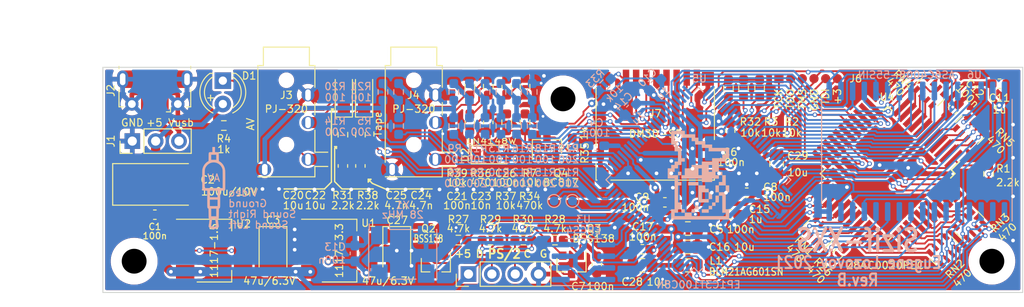
<source format=kicad_pcb>
(kicad_pcb (version 20210424) (generator pcbnew)
  (title_block (title "ZX Sizif-XXS") (date "2021-07-01") (rev "B"))
  (layers (0 "F.Cu" signal) (31 "B.Cu" signal) (34 "B.Paste" user) (35 "F.Paste" user) (36 "B.SilkS" user "B.Silkscreen") (37 "F.SilkS" user "F.Silkscreen") (38 "B.Mask" user) (39 "F.Mask" user) (44 "Edge.Cuts" user))
  (net 0 "")
  (net 1 "GND")
  (net 2 "+5V")
  (net 3 "+3V3")
  (net 4 "/SND_L")
  (net 5 "/A15")
  (net 6 "/A13")
  (net 7 "/D7")
  (net 8 "/D0")
  (net 9 "/D1")
  (net 10 "/D2")
  (net 11 "/D6")
  (net 12 "/D5")
  (net 13 "/D3")
  (net 14 "/D4")
  (net 15 "/~INT")
  (net 16 "/~MREQ")
  (net 17 "/~IORQ")
  (net 18 "/~RD")
  (net 19 "/A14")
  (net 20 "/A12")
  (net 21 "/A0")
  (net 22 "/A1")
  (net 23 "/A2")
  (net 24 "/A3")
  (net 25 "/~WR")
  (net 26 "/~M1")
  (net 27 "/~RFSH")
  (net 28 "/A8")
  (net 29 "/A10")
  (net 30 "/~RSTCPU")
  (net 31 "/A7")
  (net 32 "/A6")
  (net 33 "/A5")
  (net 34 "/A4")
  (net 35 "/A9")
  (net 36 "/A11")
  (net 37 "/CLKCPU")
  (net 38 "/~NMI")
  (net 39 "/SND_R")
  (net 40 "Net-(D1-Pad1)")
  (net 41 "Net-(J1-Pad3)")
  (net 42 "/SD_SCK")
  (net 43 "/SND_DAC_L")
  (net 44 "/SND_DAC_R")
  (net 45 "/VA17")
  (net 46 "/VD3")
  (net 47 "/VA16")
  (net 48 "/VD4")
  (net 49 "/VA14")
  (net 50 "/VD5")
  (net 51 "/VA12")
  (net 52 "/VD6")
  (net 53 "/VA7")
  (net 54 "/VD7")
  (net 55 "/VA6")
  (net 56 "/VA5")
  (net 57 "/VA10")
  (net 58 "/VA4")
  (net 59 "/~VRD")
  (net 60 "/VA3")
  (net 61 "/VA11")
  (net 62 "/VA2")
  (net 63 "/VA9")
  (net 64 "/VA1")
  (net 65 "/VA8")
  (net 66 "/VA0")
  (net 67 "/VA13")
  (net 68 "/VD0")
  (net 69 "/~VWR")
  (net 70 "/VD1")
  (net 71 "/VA18")
  (net 72 "/VD2")
  (net 73 "/VA15")
  (net 74 "/TCK")
  (net 75 "/TDO")
  (net 76 "/TMS")
  (net 77 "/TDI")
  (net 78 "/TAPE_IN")
  (net 79 "/PS2_CLK")
  (net 80 "/PS2_DAT")
  (net 81 "+1V5")
  (net 82 "/CLK")
  (net 83 "/Video")
  (net 84 "Net-(R10-Pad2)")
  (net 85 "/~EPCS_CS")
  (net 86 "/EPCS_DATA")
  (net 87 "/EPCS_ASD")
  (net 88 "/EPCS_DCLK")
  (net 89 "/V5")
  (net 90 "Net-(R11-Pad2)")
  (net 91 "/V4")
  (net 92 "/V3")
  (net 93 "Net-(R15-Pad2)")
  (net 94 "/V2")
  (net 95 "/V6")
  (net 96 "/V1")
  (net 97 "/V0")
  (net 98 "/SD_MISO\\TAPE")
  (net 99 "Net-(C20-Pad1)")
  (net 100 "Net-(C21-Pad1)")
  (net 101 "Net-(J7-Pad1)")
  (net 102 "Net-(J7-Pad8)")
  (net 103 "Net-(Q4-Pad3)")
  (net 104 "Net-(Q4-Pad1)")
  (net 105 "Net-(R2-Pad2)")
  (net 106 "Net-(R3-Pad2)")
  (net 107 "/V7")
  (net 108 "Net-(R12-Pad2)")
  (net 109 "Net-(R17-Pad2)")
  (net 110 "1V5_PLL")
  (net 111 "Net-(C21-Pad2)")
  (net 112 "Net-(C22-Pad1)")
  (net 113 "Net-(C26-Pad2)")
  (net 114 "/TAPE_OUT")
  (net 115 "/~SD_CS")
  (net 116 "/SD_MOSI\\TAPE")
  (net 117 "/~SD_CD")
  (net 118 "Net-(J5-Pad2)")
  (net 119 "Net-(J5-Pad3)")
  (net 120 "Net-(R20-Pad1)")
  (net 121 "Net-(R21-Pad1)")
  (net 122 "Net-(TP1-Pad1)")
  (net 123 "Net-(TP2-Pad1)")
  (footprint "Capacitor_SMD:C_0603_1608Metric_Pad1.08x0.95mm_HandSolder" (layer "F.Cu") (at 167.55 103.45 180)
    (fp_text reference "C15")
    (fp_text value "1u")
  )
  (footprint "Resistor_SMD:R_0603_1608Metric_Pad0.98x0.95mm_HandSolder" (layer "F.Cu") (at 112.5 93.8 180)
    (fp_text reference "R4")
    (fp_text value "1k")
  )
  (footprint "Capacitor_SMD:C_0805_2012Metric_Pad1.18x1.45mm_HandSolder" (layer "F.Cu") (at 162.95 105 180)
    (fp_text reference "C5")
    (fp_text value "100n")
  )
  (footprint "Connector_USB:USB_Micro-B_Molex-105017-0001" (layer "F.Cu") (at 105 90 180)
    (fp_text reference "J2")
    (fp_text value "USB_B_Micro")
  )
  (footprint "Capacitor_SMD:C_0603_1608Metric_Pad1.08x0.95mm_HandSolder" (layer "F.Cu") (at 167.55 94.4 90)
    (fp_text reference "C6")
    (fp_text value "100n")
  )
  (footprint "Capacitor_SMD:C_0603_1608Metric_Pad1.08x0.95mm_HandSolder" (layer "F.Cu") (at 153.05 108.9 -90)
    (fp_text reference "C7")
    (fp_text value "100n")
  )
  (footprint "Capacitor_SMD:C_0603_1608Metric_Pad1.08x0.95mm_HandSolder" (layer "F.Cu") (at 169.35 101.1 180)
    (fp_text reference "C8")
    (fp_text value "100n")
  )
  (footprint "Capacitor_SMD:C_0603_1608Metric_Pad1.08x0.95mm_HandSolder" (layer "F.Cu") (at 160.45 102.15)
    (fp_text reference "C9")
    (fp_text value "100n")
  )
  (footprint "LED_THT:LED_D4.0mm" (layer "F.Cu") (at 112.39 88.92 -90)
    (fp_text reference "D1")
    (fp_text value "LED")
  )
  (footprint "Connector_PinHeader_2.54mm:PinHeader_1x03_P2.54mm_Vertical" (layer "F.Cu") (at 102.546573 95.492082 90)
    (fp_text reference "J1")
    (fp_text value "Pin header 1x3 Pitch=2.54mm")
  )
  (footprint "Resistor_SMD:R_0603_1608Metric_Pad0.98x0.95mm_HandSolder" (layer "F.Cu") (at 167.36 89.745 -90)
    (fp_text reference "R32")
    (fp_text value "10k")
  )
  (footprint "Capacitor_SMD:C_0603_1608Metric_Pad1.08x0.95mm_HandSolder" (layer "F.Cu") (at 141.25 93.45 -90)
    (fp_text reference "C23")
    (fp_text value "10n")
  )
  (footprint "Package_TO_SOT_SMD:SOT-23" (layer "F.Cu") (at 147.625 96.092082 90)
    (fp_text reference "Q4")
    (fp_text value "BC817")
  )
  (footprint "Resistor_SMD:R_0603_1608Metric_Pad0.98x0.95mm_HandSolder" (layer "F.Cu") (at 143.25 93.45 -90)
    (fp_text reference "R37")
    (fp_text value "10k")
  )
  (footprint "Resistor_SMD:R_0603_1608Metric_Pad0.98x0.95mm_HandSolder" (layer "F.Cu") (at 139.25 89.575 90)
    (fp_text reference "R39")
    (fp_text value "10k")
  )
  (footprint "Resistor_SMD:R_0603_1608Metric_Pad0.98x0.95mm_HandSolder" (layer "F.Cu") (at 148.5 106.25)
    (fp_text reference "R28")
    (fp_text value "4.7k")
  )
  (footprint "Resistor_SMD:R_0603_1608Metric_Pad0.98x0.95mm_HandSolder" (layer "F.Cu") (at 145.0625 106.25)
    (fp_text reference "R30")
    (fp_text value "4.7k")
  )
  (footprint "Inductor_SMD:L_0805_2012Metric_Pad1.15x1.40mm_HandSolder" (layer "F.Cu") (at 162.95 109 180)
    (fp_text reference "L1")
    (fp_text value "BLM21AG601SN")
  )
  (footprint "Capacitor_SMD:C_0603_1608Metric_Pad1.08x0.95mm_HandSolder" (layer "F.Cu") (at 158 107.25)
    (fp_text reference "C17")
    (fp_text value "100n")
  )
  (footprint "Resistor_SMD:R_0603_1608Metric_Pad0.98x0.95mm_HandSolder" (layer "F.Cu") (at 179.225 107.8 45)
    (fp_text reference "R26")
    (fp_text value "470")
  )
  (footprint "Resistor_SMD:R_Array_Convex_4x0603" (layer "F.Cu") (at 193.575 104.625 135)
    (fp_text reference "RN3")
    (fp_text value "470")
  )
  (footprint "Resistor_SMD:R_Array_Convex_4x0603" (layer "F.Cu") (at 177.115 105.48 45)
    (fp_text reference "RN1")
    (fp_text value "470")
  )
  (footprint "Resistor_SMD:R_Array_Convex_4x0603" (layer "F.Cu") (at 189.3 90.1 -135)
    (fp_text reference "RN4")
    (fp_text value "470")
  )
  (footprint "Resistor_SMD:R_Array_Convex_4x0603" (layer "F.Cu") (at 190.775 107.425 135)
    (fp_text reference "RN2")
    (fp_text value "470")
  )
  (footprint "Capacitor_SMD:C_0603_1608Metric_Pad1.08x0.95mm_HandSolder" (layer "F.Cu") (at 143.25 89.575 -90)
    (fp_text reference "C26")
    (fp_text value "100n")
  )
  (footprint "Resistor_SMD:R_0603_1608Metric_Pad0.98x0.95mm_HandSolder" (layer "F.Cu") (at 145.25 89.575 90)
    (fp_text reference "R7")
    (fp_text value "10k")
  )
  (footprint "Connector_Card:microSD_HC_Hirose_DM3D-SF" (layer "F.Cu") (at 159.4 93.95 180)
    (fp_text reference "J7")
    (fp_text value "DM3D-SF")
  )
  (footprint "my:MountingHole_2.7mm_M2.5_dk5.0mm_Mask" (layer "F.Cu") (at 149.375 90.9)
    (fp_text reference "H2" hide)
    (fp_text value "MountingHole" hide)
  )
  (footprint "Resistor_SMD:R_0603_1608Metric_Pad0.98x0.95mm_HandSolder" (layer "F.Cu") (at 170.75 89.745 -90)
    (fp_text reference "R2")
    (fp_text value "10k")
  )
  (footprint "Package_TO_SOT_SMD:SOT-223-3_TabPin2" (layer "F.Cu") (at 125.05 107.4)
    (fp_text reference "U1")
    (fp_text value "1117-3.3")
  )
  (footprint "Resistor_SMD:R_0603_1608Metric_Pad0.98x0.95mm_HandSolder" (layer "F.Cu") (at 169 89.745 -90)
    (fp_text reference "R3")
    (fp_text value "10k")
  )
  (footprint "Resistor_SMD:R_0603_1608Metric_Pad0.98x0.95mm_HandSolder" (layer "F.Cu") (at 141.5 106.25 180)
    (fp_text reference "R29")
    (fp_text value "4.7k")
  )
  (footprint "Package_TO_SOT_SMD:SOT-23" (layer "F.Cu") (at 135.55 108.95 -90)
    (fp_text reference "Q2")
    (fp_text value "BSS138")
  )
  (footprint "Capacitor_Tantalum_SMD:CP_EIA-7343-31_Kemet-D_Pad2.25x2.55mm_HandSolder" (layer "F.Cu") (at 105 100.2)
    (fp_text reference "C2")
    (fp_text value "100u/10V")
  )
  (footprint "Diode_SMD:D_SOD-123" (layer "F.Cu") (at 141.65 96.95)
    (fp_text reference "D2")
    (fp_text value "1N4148W")
  )
  (footprint "my:MountingHole_2.7mm_M2.5_dk5.0mm_Mask" (layer "F.Cu") (at 102.75 108.55)
    (fp_text reference "H1" hide)
    (fp_text value "MountingHole" hide)
  )
  (footprint "my:MountingHole_2.7mm_M2.5_dk5.0mm_Mask" (layer "F.Cu") (at 196 108.55)
    (fp_text reference "H3" hide)
    (fp_text value "MountingHole" hide)
  )
  (footprint "my:TQFP-44_14x14mm_P0.8mm" (layer "F.Cu") (at 184.675 99.025 -135)
    (fp_text reference "U4")
    (fp_text value "Z84C0020PEC ")
  )
  (footprint "Capacitor_SMD:C_0603_1608Metric_Pad1.08x0.95mm_HandSolder" (layer "F.Cu") (at 196.825 89.25)
    (fp_text reference "C11")
    (fp_text value "1u")
  )
  (footprint "Capacitor_SMD:C_0603_1608Metric_Pad1.08x0.95mm_HandSolder" (layer "F.Cu") (at 191.724784 92.075216 45)
    (fp_text reference "C12")
    (fp_text value "100n")
  )
  (footprint "Resistor_SMD:R_0603_1608Metric_Pad0.98x0.95mm_HandSolder" (layer "F.Cu") (at 195.65 99.05 -90)
    (fp_text reference "R1")
    (fp_text value "2.2k")
  )
  (footprint "Capacitor_Tantalum_SMD:CP_EIA-3528-21_Kemet-B_Pad1.50x2.35mm_HandSolder" (layer "F.Cu") (at 131.3 107.42 -90)
    (fp_text reference "C27")
    (fp_text value "47u/6.3V")
  )
  (footprint "Capacitor_SMD:C_0603_1608Metric_Pad1.08x0.95mm_HandSolder" (layer "F.Cu") (at 105 103.492082 180)
    (fp_text reference "C1")
    (fp_text value "100n")
  )
  (footprint "Package_TO_SOT_SMD:SOT-223-3_TabPin2" (layer "F.Cu") (at 111.446573 107.4)
    (fp_text reference "U2")
    (fp_text value "1117-1.5")
  )
  (footprint "Capacitor_Tantalum_SMD:CP_EIA-3528-21_Kemet-B_Pad1.50x2.35mm_HandSolder" (layer "F.Cu") (at 117.846573 107.42 -90)
    (fp_text reference "C3")
    (fp_text value "47u/6.3V")
  )
  (footprint "Resistor_SMD:R_0603_1608Metric_Pad0.98x0.95mm_HandSolder" (layer "F.Cu") (at 150.375 96.092082 90)
    (fp_text reference "R35")
    (fp_text value "1k")
  )
  (footprint "Package_TO_SOT_SMD:SOT-23" (layer "F.Cu") (at 150.3 108.95 -90)
    (fp_text reference "Q3")
    (fp_text value "BSS138")
  )
  (footprint "Connector_PinHeader_2.54mm:PinHeader_1x04_P2.54mm_Vertical" (layer "F.Cu") (at 139.1 109.95 90)
    (fp_text reference "J5" hide)
    (fp_text value "Pin header 1x4 Pitch=2.54mm")
  )
  (footprint "Resistor_SMD:R_Array_Convex_4x0603" (layer "F.Cu") (at 193.6 94.3 -135)
    (fp_text reference "RN5")
    (fp_text value "470")
  )
  (footprint "my:PinPoints_1x06_P1.27mm" (layer "F.Cu") (at 172.85 88.7 90)
    (fp_text reference "J6")
    (fp_text value "Solder joints")
  )
  (footprint "Capacitor_SMD:C_0603_1608Metric_Pad1.08x0.95mm_HandSolder" (layer "F.Cu") (at 139.25 93.45 90)
    (fp_text reference "C21")
    (fp_text value "100n")
  )
  (footprint "Resistor_SMD:R_0603_1608Metric_Pad0.98x0.95mm_HandSolder" (layer "F.Cu") (at 141.25 89.575 -90)
    (fp_text reference "R36")
    (fp_text value "470")
  )
  (footprint "Capacitor_Tantalum_SMD:CP_EIA-3216-18_Kemet-A_Pad1.58x1.35mm_HandSolder" (layer "F.Cu") (at 127.746573 90.392082 90)
    (fp_text reference "C22")
    (fp_text value "10u")
  )
  (footprint "Capacitor_SMD:C_0603_1608Metric_Pad1.08x0.95mm_HandSolder" (layer "F.Cu") (at 127.346573 98.192082 -90)
    (fp_text reference "C24")
    (fp_text value "4.7n")
  )
  (footprint "Resistor_SMD:R_0603_1608Metric_Pad0.98x0.95mm_HandSolder" (layer "F.Cu") (at 127.346573 94.792082 -90)
    (fp_text reference "R38")
    (fp_text value "2.2k")
  )
  (footprint "my:PJ-320A_D" (layer "F.Cu") (at 133.15 93.65 -90)
    (fp_text reference "J4")
    (fp_text value "PJ-320")
  )
  (footprint "my:PJ-320A_D" (layer "F.Cu") (at 119.3 93.65 -90)
    (fp_text reference "J3")
    (fp_text value "PJ-320")
  )
  (footprint "Resistor_SMD:R_0603_1608Metric_Pad0.98x0.95mm_HandSolder" (layer "F.Cu") (at 138 106.25 180)
    (fp_text reference "R27")
    (fp_text value "4.7k")
  )
  (footprint "Resistor_SMD:R_0603_1608Metric_Pad0.98x0.95mm_HandSolder" (layer "F.Cu") (at 145.25 93.45 90)
    (fp_text reference "R34")
    (fp_text value "470k")
  )
  (footprint "Capacitor_SMD:C_0603_1608Metric_Pad1.08x0.95mm_HandSolder" (layer "F.Cu") (at 125.446573 98.192082 -90)
    (fp_text reference "C25")
    (fp_text value "4.7n")
  )
  (footprint "Resistor_SMD:R_0603_1608Metric_Pad0.98x0.95mm_HandSolder" (layer "F.Cu") (at 125.446573 94.792082 -90)
    (fp_text reference "R31")
    (fp_text value "2.2k")
  )
  (footprint "Capacitor_Tantalum_SMD:CP_EIA-3216-18_Kemet-A_Pad1.58x1.35mm_HandSolder" (layer "F.Cu") (at 125.546573 90.392082 90)
    (fp_text reference "C20")
    (fp_text value "10u")
  )
  (footprint "Capacitor_SMD:C_0805_2012Metric_Pad1.18x1.45mm_HandSolder" (layer "F.Cu") (at 162.95 107 180)
    (fp_text reference "C16")
    (fp_text value "10u")
  )
  (footprint "Capacitor_SMD:C_0805_2012Metric_Pad1.18x1.45mm_HandSolder" (layer "F.Cu") (at 158 109)
    (fp_text reference "C28")
    (fp_text value "10u")
  )
  (footprint "Capacitor_SMD:C_0805_2012Metric_Pad1.18x1.45mm_HandSolder" (layer "F.Cu") (at 172.6 98 90)
    (fp_text reference "C29")
    (fp_text value "10u")
  )
  (footprint "Capacitor_SMD:C_0603_1608Metric_Pad1.08x0.95mm_HandSolder" (layer "B.Cu") (at 126.75 107.7 90)
    (fp_text reference "C13")
    (fp_text value "100n")
  )
  (footprint "Capacitor_SMD:C_0603_1608Metric_Pad1.08x0.95mm_HandSolder" (layer "B.Cu") (at 159.4 89.4 -135)
    (fp_text reference "C10")
    (fp_text value "1u")
  )
  (footprint "mygraphic:jack35_4pin" (layer "B.Cu") (at 111.4 100.6)
    (fp_text reference "LOGO2" hide)
    (fp_text value "Jack35" hide)
  )
  (footprint "Oscillator:Oscillator_SMD_SeikoEpson_SG8002CA-4Pin_7.0x5.0mm" (layer "B.Cu") (at 131.95 107.8)
    (fp_text reference "X1")
    (fp_text value "28 MHz")
  )
  (footprint "Resistor_SMD:R_0603_1608Metric_Pad0.98x0.95mm_HandSolder" (layer "B.Cu") (at 139.2 90.15 -90)
    (fp_text reference "R11")
    (fp_text value "100")
  )
  (footprint "Resistor_SMD:R_0603_1608Metric_Pad0.98x0.95mm_HandSolder" (layer "B.Cu") (at 140.9 90.15 -90)
    (fp_text reference "R13")
    (fp_text value "100")
  )
  (footprint "Resistor_SMD:R_0603_1608Metric_Pad0.98x0.95mm_HandSolder" (layer "B.Cu") (at 142.625 90.15 -90)
    (fp_text reference "R16")
    (fp_text value "100")
  )
  (footprint "Resistor_SMD:R_0603_1608Metric_Pad0.98x0.95mm_HandSolder" (layer "B.Cu") (at 144.325 90.15 -90)
    (fp_text reference "R18")
    (fp_text value "100")
  )
  (footprint "Resistor_SMD:R_0603_1608Metric_Pad0.98x0.95mm_HandSolder" (layer "B.Cu") (at 137.5 90.15 -90)
    (fp_text reference "R9")
    (fp_text value "100")
  )
  (footprint "Package_SO:SOIC-8_3.9x4.9mm_P1.27mm" (layer "B.Cu") (at 151.6 108.645)
    (fp_text reference "U3")
    (fp_text value "EPCS4")
  )
  (footprint "Resistor_SMD:R_0603_1608Metric_Pad0.98x0.95mm_HandSolder" (layer "B.Cu") (at 153.924784 89.375216 45)
    (fp_text reference "R33")
    (fp_text value "10k")
  )
  (footprint "Package_QFP:TQFP-100_14x14mm_P0.5mm" (layer "B.Cu") (at 164.1 99.7 45)
    (fp_text reference "U5")
    (fp_text value "EP1C3T100C8N")
  )
  (footprint "Capacitor_SMD:C_0603_1608Metric_Pad1.08x0.95mm_HandSolder" (layer "B.Cu") (at 156.75 92.05 -135)
    (fp_text reference "C14")
    (fp_text value "1u")
  )
  (footprint "Package_SO:SSOP-32_11.305x20.495mm_P1.27mm" (layer "B.Cu") (at 187.845 96.6 90)
    (fp_text reference "U6")
    (fp_text value "AS6C4008-55SIN")
  )
  (footprint "Resistor_SMD:R_0603_1608Metric_Pad0.98x0.95mm_HandSolder" (layer "B.Cu") (at 131.5 93.85 90)
    (fp_text reference "R5")
    (fp_text value "200")
  )
  (footprint "Resistor_SMD:R_0603_1608Metric_Pad0.98x0.95mm_HandSolder" (layer "B.Cu") (at 144.325 93.85 90)
    (fp_text reference "R15")
    (fp_text value "200")
  )
  (footprint "Resistor_SMD:R_0603_1608Metric_Pad0.98x0.95mm_HandSolder" (layer "B.Cu") (at 146.025 93.85 90)
    (fp_text reference "R17")
    (fp_text value "200")
  )
  (footprint "Resistor_SMD:R_0603_1608Metric_Pad0.98x0.95mm_HandSolder" (layer "B.Cu") (at 146.025 90.15 -90)
    (fp_text reference "R19")
    (fp_text value "200")
  )
  (footprint "Resistor_SMD:R_0603_1608Metric_Pad0.98x0.95mm_HandSolder" (layer "B.Cu") (at 137.5 93.85 90)
    (fp_text reference "R6")
    (fp_text value "200")
  )
  (footprint "Resistor_SMD:R_0603_1608Metric_Pad0.98x0.95mm_HandSolder" (layer "B.Cu") (at 140.9 93.85 90)
    (fp_text reference "R10")
    (fp_text value "200")
  )
  (footprint "Resistor_SMD:R_0603_1608Metric_Pad0.98x0.95mm_HandSolder" (layer "B.Cu") (at 139.2 93.85 90)
    (fp_text reference "R8")
    (fp_text value "200")
  )
  (footprint "Resistor_SMD:R_0603_1608Metric_Pad0.98x0.95mm_HandSolder" (layer "B.Cu") (at 142.625 93.85 90)
    (fp_text reference "R12")
    (fp_text value "200")
  )
  (footprint "mygraphic:black-mage-9.6x6.5" (layer "B.Cu") (at 164.1 99.2 180)
    (fp_text reference "LOGO1" hide)
    (fp_text value "graphic" hide)
  )
  (footprint "TestPoint:TestPoint_Pad_D1.0mm" (layer "B.Cu") (at 148.4 102)
    (fp_text reference "TP2" hide)
    (fp_text value "TestPoint" hide)
  )
  (footprint "TestPoint:TestPoint_Pad_D1.0mm" (layer "B.Cu") (at 150.4 102)
    (fp_text reference "TP1" hide)
    (fp_text value "TestPoint" hide)
  )
  (footprint "Resistor_SMD:R_0603_1608Metric_Pad0.98x0.95mm_HandSolder" (layer "B.Cu") (at 129.8 90.15 -90)
    (fp_text reference "R20")
    (fp_text value "100")
  )
  (footprint "Resistor_SMD:R_0603_1608Metric_Pad0.98x0.95mm_HandSolder" (layer "B.Cu") (at 129.8 93.85 90)
    (fp_text reference "R14")
    (fp_text value "200")
  )
  (footprint "Capacitor_SMD:C_0603_1608Metric_Pad1.08x0.95mm_HandSolder" (layer "B.Cu") (at 153 96)
    (fp_text reference "C4")
    (fp_text value "100n")
  )
  (footprint "Resistor_SMD:R_0603_1608Metric_Pad0.98x0.95mm_HandSolder" (layer "B.Cu") (at 131.5 90.15 -90)
    (fp_text reference "R21")
    (fp_text value "100")
  )
  (gr_line (start 124.196573 91.992082) (end 124.396573 91.992082) (layer "F.SilkS") (width 0.15))
  (gr_line (start 135.146573 100.692082) (end 130.046573 100.692082) (layer "F.SilkS") (width 0.15))
  (gr_line (start 124.546573 96.092082) (end 124.746573 96.292082) (layer "F.SilkS") (width 0.15))
  (gr_line (start 124.196573 92.192082) (end 124.396573 91.992082) (layer "F.SilkS") (width 0.15))
  (gr_line (start 128.746573 100.692082) (end 125.346573 100.692082) (layer "F.SilkS") (width 0.15))
  (gr_line (start 123.446573 100.692082) (end 119.046573 100.692082) (layer "F.SilkS") (width 0.15))
  (gr_line (start 124.546573 96.292082) (end 124.546573 99.892082) (layer "F.SilkS") (width 0.15))
  (gr_line (start 124.546573 96.292082) (end 124.746573 96.092082) (layer "F.SilkS") (width 0.15))
  (gr_line (start 128.646573 100.092082) (end 130.046573 100.692082) (layer "F.SilkS") (width 0.15))
  (gr_line (start 124.396573 91.992082) (end 124.396573 92.192082) (layer "F.SilkS") (width 0.15))
  (gr_line (start 124.746573 96.092082) (end 124.546573 96.092082) (layer "F.SilkS") (width 0.15))
  (gr_line (start 124.196573 99.942082) (end 123.446573 100.692082) (layer "F.SilkS") (width 0.15))
  (gr_line (start 128.196573 99.642082) (end 128.646573 100.092082) (layer "F.SilkS") (width 0.15))
  (gr_line (start 124.396573 92.192082) (end 124.196573 91.992082) (layer "F.SilkS") (width 0.15))
  (gr_line (start 128.196573 99.942082) (end 128.496573 99.642082) (layer "F.SilkS") (width 0.15))
  (gr_line (start 128.496573 99.642082) (end 128.196573 99.642082) (layer "F.SilkS") (width 0.15))
  (gr_line (start 128.196573 99.642082) (end 128.196573 99.942082) (layer "F.SilkS") (width 0.15))
  (gr_line (start 124.646573 96.192082) (end 124.746573 96.092082) (layer "F.SilkS") (width 0.15))
  (gr_line (start 124.546573 99.892082) (end 125.346573 100.692082) (layer "F.SilkS") (width 0.15))
  (gr_line (start 124.746573 96.292082) (end 124.746573 96.092082) (layer "F.SilkS") (width 0.15))
  (gr_line (start 124.196573 99.942082) (end 124.196573 92.192082) (layer "F.SilkS") (width 0.15))
  (gr_line (start 99.35 87.47) (end 199.35 87.47) (layer "Edge.Cuts") (width 0.1))
  (gr_line (start 99.35 87.47) (end 99.35 111.95) (layer "Edge.Cuts") (width 0.1))
  (gr_line (start 99.35 111.95) (end 199.35 111.95) (layer "Edge.Cuts") (width 0.1))
  (gr_line (start 199.35 111.95) (end 199.35 87.47) (layer "Edge.Cuts") (width 0.1))
  (gr_text "Rev.B" (at 181.4 110.6) (layer "B.SilkS") (effects (font (size 1.3 1.1) (thickness 0.23)) (justify mirror)))
  (gr_text "Eugene Lozovoy 2021" (at 181.4 108.7) (layer "B.SilkS") (effects (font (size 1.3 1.1) (thickness 0.22)) (justify mirror)))
  (gr_text "Sizif-XXS" (at 181.4 106.3) (layer "B.SilkS") (effects (font (size 2.4 1.8) (thickness 0.35)) (justify mirror)))
  (segment (start 134.05 100.75) (end 132.25 100.75) (width 0.5) (layer "F.Cu") (net 1))
  (segment (start 135.95 100.75) (end 134.05 100.75) (width 0.5) (layer "F.Cu") (net 1))
  (segment (start 137.85 100.75) (end 136.85 100.75) (width 0.5) (layer "F.Cu") (net 1))
  (segment (start 139.65 100.75) (end 137.85 100.75) (width 0.5) (layer "F.Cu") (net 1))
  (segment (start 143.55 100.75) (end 141.65 100.75) (width 0.5) (layer "F.Cu") (net 1))
  (segment (start 145.55 100.75) (end 143.55 100.75) (width 0.5) (layer "F.Cu") (net 1))
  (segment (start 147.45 100.75) (end 145.55 100.75) (width 0.5) (layer "F.Cu") (net 1))
  (segment (start 149.35 100.75) (end 148.15 100.75) (width 0.5) (layer "F.Cu") (net 1))
  (segment (start 128.25 100.75) (end 130.3 100.75) (width 0.5) (layer "F.Cu") (net 1))
  (segment (start 126.35 100.75) (end 128.25 100.75) (width 0.5) (layer "F.Cu") (net 1))
  (segment (start 124.35 100.75) (end 122.35 100.75) (width 0.5) (layer "F.Cu") (net 1))
  (segment (start 120.2 105.1) (end 120.4 105.1) (width 0.5) (layer "F.Cu") (net 1))
  (segment (start 120.2 106.2) (end 120.2 105.3) (width 0.5) (layer "F.Cu") (net 1))
  (segment (start 163.999889 93.750107) (end 163.849999 93.899997) (width 0.5) (layer "F.Cu") (net 1))
  (segment (start 161.15 94.375705) (end 161.15 97.588655) (width 0.5) (layer "F.Cu") (net 1))
  (segment (start 120.2 108.465094) (end 119.620094 109.045) (width 0.5) (layer "F.Cu") (net 1))
  (segment (start 157.15 105.75) (end 157.05 105.75) (width 0.2) (layer "F.Cu") (net 1))
  (segment (start 122.35 100.75) (end 110.65 100.75) (width 0.5) (layer "F.Cu") (net 1))
  (segment (start 151.475 100.75) (end 149.35 100.75) (width 0.5) (layer "F.Cu") (net 1))
  (segment (start 168.4875 101.1) (end 168.4875 99.011639) (width 0.5) (layer "F.Cu") (net 1))
  (segment (start 161.152287 98.997713) (end 157.852287 98.997713) (width 0.5) (layer "F.Cu") (net 1))
  (segment (start 166.136963 105.481725) (end 167.593275 105.481725) (width 0.5) (layer "F.Cu") (net 1))
  (segment (start 167.1 101.1) (end 165.554491 101.1) (width 0.2) (layer "F.Cu") (net 1))
  (segment (start 108.2 100.2) (end 106.238655 100.2) (width 0.5) (layer "F.Cu") (net 1))
  (segment (start 161.3125 99.157926) (end 161.152287 98.997713) (width 0.5) (layer "F.Cu") (net 1))
  (segment (start 115.2 95.1) (end 117.025 95.1) (width 0.5) (layer "F.Cu") (net 1))
  (segment (start 108.2 100.2) (end 108.2 98.25) (width 0.5) (layer "F.Cu") (net 1))
  (segment (start 153.425 91.825) (end 153.775 91.475) (width 0.5) (layer "F.Cu") (net 1))
  (segment (start 176.66 88.7) (end 177.467918 87.892082) (width 0.2) (layer "F.Cu") (net 1))
  (segment (start 157 105.8) (end 155.90099 105.8) (width 0.5) (layer "F.Cu") (net 1))
  (segment (start 102.5 91.4625) (end 102.5 90.437196) (width 0.5) (layer "F.Cu") (net 1))
  (segment (start 197.6875 90.4875) (end 198.2 91) (width 0.5) (layer "F.Cu") (net 1))
  (segment (start 165.375 95.075) (end 165.375 96.325) (width 0.5) (layer "F.Cu") (net 1))
  (segment (start 105.9 90.25) (end 107.312804 90.25) (width 0.5) (layer "F.Cu") (net 1))
  (segment (start 157.1375 107.25) (end 157.1375 107.8625) (width 0.5) (layer "F.Cu") (net 1))
  (segment (start 122.55 90.475) (end 122.55 90.55) (width 0.5) (layer "F.Cu") (net 1))
  (segment (start 198.2 92.4) (end 198 92.6) (width 0.5) (layer "F.Cu") (net 1))
  (segment (start 120.4 105.1) (end 121.9 105.1) (width 0.5) (layer "F.Cu") (net 1))
  (segment (start 106 90.2125) (end 105.9625 90.25) (width 0.5) (layer "F.Cu") (net 1))
  (segment (start 197.6 93) (end 197 93) (width 0.5) (layer "F.Cu") (net 1))
  (segment (start 161.3125 102.15) (end 161.3125 99.157926) (width 0.5) (layer "F.Cu") (net 1))
  (segment (start 111.6 101.7) (end 110.65 100.75) (width 0.5) (layer "F.Cu") (net 1))
  (segment (start 141.65 100.75) (end 139.65 100.75) (width 0.5) (layer "F.Cu") (net 1))
  (segment (start 194.6 101.3) (end 192.352287 99.052287) (width 0.5) (layer "F.Cu") (net 1))
  (segment (start 153.825 98.525) (end 153.775 98.525) (width 0.5) (layer "F.Cu") (net 1))
  (segment (start 163.849999 93.899997) (end 163.45 94.299996) (width 0.5) (layer "F.Cu") (net 1))
  (segment (start 132.5 100.5) (end 132.25 100.75) (width 0.5) (layer "F.Cu") (net 1))
  (segment (start 111.6 108.645509) (end 111.6 101.7) (width 0.5) (layer "F.Cu") (net 1))
  (segment (start 117.846573 111.246573) (end 117.850001 111.250001) (width 0.5) (layer "F.Cu") (net 1))
  (segment (start 166.750099 98.945525) (end 166.801898 98.997324) (width 0.5) (layer "F.Cu") (net 1))
  (segment (start 178.740506 98.997713) (end 172.597713 98.997713) (width 0.5) (layer "F.Cu") (net 1))
  (segment (start 156.447713 98.997713) (end 155.227287 98.997713) (width 0.5) (layer "F.Cu") (net 1))
  (segment (start 164.050107 93.750107) (end 164.975 94.675) (width 0.5) (layer "F.Cu") (net 1))
  (segment (start 165.125 89.839154) (end 164.050107 90.914047) (width 0.5) (layer "F.Cu") (net 1))
  (segment (start 131.349999 111.250001) (end 131.3 111.200002) (width 0.5) (layer "F.Cu") (net 1))
  (segment (start 184.189525 100.499732) (end 180.242525 100.499732) (width 0.5) (layer "F.Cu") (net 1))
  (segment (start 161.725 93.800705) (end 161.4 94.125705) (width 0.5) (layer "F.Cu") (net 1))
  (segment (start 109.6 94.8) (end 108.6 93.8) (width 0.5) (layer "F.Cu") (net 1))
  (segment (start 172.5 94) (end 173.25 93.25) (width 0.2) (layer "F.Cu") (net 1))
  (segment (start 176.66 89.122497) (end 176.66 88.7) (width 0.2) (layer "F.Cu") (net 1))
  (segment (start 185.636971 99.052287) (end 184.189525 100.499732) (width 0.5) (layer "F.Cu") (net 1))
  (segment (start 102.5 90.437196) (end 102.687196 90.25) (width 0.5) (layer "F.Cu") (net 1))
  (segment (start 108.2 98.25) (end 109.6 96.85) (width 0.5) (layer "F.Cu") (net 1))
  (segment (start 157.294377 100.834315) (end 157.294377 101.4) (width 0.5) (layer "F.Cu") (net 1))
  (segment (start 136.4 90.475) (end 135.5 90.475) (width 0.5) (layer "F.Cu") (net 1))
  (segment (start 161.15 98.995426) (end 161.152287 98.997713) (width 0.5) (layer "F.Cu") (net 1))
  (segment (start 153.425 98.175) (end 153.425 96.975) (width 0.5) (layer "F.Cu") (net 1))
  (segment (start 107.312804 90.25) (end 107.5 90.437196) (width 0.5) (layer "F.Cu") (net 1))
  (segment (start 170.7875 93.5375) (end 171.25 94) (width 0.2) (layer "F.Cu") (net 1))
  (segment (start 157 105.8) (end 157.3 105.8) (width 0.5) (layer "F.Cu") (net 1))
  (segment (start 120.2 107.3) (end 120.2 106.2) (width 0.5) (layer "F.Cu") (net 1))
  (segment (start 105.9625 90.25) (end 105.9 90.25) (width 0.5) (layer "F.Cu") (net 1))
  (segment (start 153.049999 111.250001) (end 155.549999 111.250001) (width 0.5) (layer "F.Cu") (net 1))
  (segment (start 153.775 98.525) (end 153.425 98.175) (width 0.5) (layer "F.Cu") (net 1))
  (segment (start 193 90.8) (end 194.2 90.8) (width 0.5) (layer "F.Cu") (net 1))
  (segment (start 153.775 88.725) (end 153.775 91.475) (width 0.5) (layer "F.Cu") (net 1))
  (segment (start 165.655238 105) (end 166.136963 105.481725) (width 0.5) (layer "F.Cu") (net 1))
  (segment (start 167.55 93.5375) (end 166.4875 93.5375) (width 0.2) (layer "F.Cu") (net 1))
  (segment (start 153.05 109.925) (end 153.049999 110.600001) (width 0.5) (layer "F.Cu") (net 1))
  (segment (start 192.449568 91.350432) (end 193 90.8) (width 0.5) (layer "F.Cu") (net 1))
  (segment (start 161.725 88.6) (end 161.725 93.800705) (width 0.5) (layer "F.Cu") (net 1))
  (segment (start 106.238655 100.2) (end 105.8625 100.576155) (width 0.5) (layer "F.Cu") (net 1))
  (segment (start 117.850001 111.250001) (end 114.204492 111.250001) (width 0.5) (layer "F.Cu") (net 1))
  (segment (start 165.125 88.725) (end 165.125 89.839154) (width 0.5) (layer "F.Cu") (net 1))
  (segment (start 173.25 92.532497) (end 176.66 89.122497) (width 0.2) (layer "F.Cu") (net 1))
  (segment (start 191.747713 99.052287) (end 185.636971 99.052287) (width 0.5) (layer "F.Cu") (net 1))
  (segment (start 152.825 99.4) (end 151.475 100.75) (width 0.5) (layer "F.Cu") (net 1))
  (segment (start 198.2 91) (end 198.2 92.4) (width 0.5) (layer "F.Cu") (net 1))
  (segment (start 153.425 96.975) (end 153.425 91.825) (width 0.5) (layer "F.Cu") (net 1))
  (segment (start 110.1 100.2) (end 108.2 100.2) (width 1) (layer "F.Cu") (net 1))
  (segment (start 104 90.2125) (end 104.0375 90.25) (width 0.5) (layer "F.Cu") (net 1))
  (segment (start 179.159567 102.277691) (end 180.242525 101.194733) (width 0.5) (layer "F.Cu") (net 1))
  (segment (start 117.025 95.1) (end 121.65 90.475) (width 0.5) (layer "F.Cu") (net 1))
  (segment (start 136.85 100.75) (end 135.95 100.75) (width 0.5) (layer "F.Cu") (net 1))
  (segment (start 157.05 105.75) (end 157 105.8) (width 0.2) (layer "F.Cu") (net 1))
  (segment (start 156.9625 108.0375) (end 156.9625 109) (width 0.5) (layer "F.Cu") (net 1))
  (segment (start 105.8625 100.576155) (end 105.8625 103.492082) (width 0.5) (layer "F.Cu") (net 1))
  (segment (start 154.825 99.4) (end 153.825 99.4) (width 0.5) (layer "F.Cu") (net 1))
  (segment (start 114.204492 111.250001) (end 111.6 108.645509) (width 0.5) (layer "F.Cu") (net 1))
  (segment (start 157.1375 106.783009) (end 156.946573 106.592082) (width 0.5) (layer "F.Cu") (net 1))
  (segment (start 161.15 97.588655) (end 161.15 97.6495) (width 0.5) (layer "F.Cu") (net 1))
  (segment (start 132 97.15) (end 132.5 97.65) (width 0.5) (layer "F.Cu") (net 1))
  (segment (start 107.7 92.9) (end 107.5 92.7) (width 0.5) (layer "F.Cu") (net 1))
  (segment (start 139.25 88.6625) (end 137.1375 88.6625) (width 0.5) (layer "F.Cu") (net 1))
  (segment (start 161.4 94.125705) (end 161.15 94.375705) (width 0.5) (layer "F.Cu") (net 1))
  (segment (start 164.975 94.675) (end 165.375 95.075) (width 0.5) (layer "F.Cu") (net 1))
  (segment (start 120.2 107.3) (end 120.2 108.465094) (width 0.5) (layer "F.Cu") (net 1))
  (segment (start 109.6 96.85) (end 109.6 94.8) (width 0.5) (layer "F.Cu") (net 1))
  (segment (start 163.975 105) (end 165.655238 105) (width 0.5) (layer "F.Cu") (net 1))
  (segment (start 166.136963 105.481725) (end 166.136963 105.998391) (width 0.5) (layer "F.Cu") (net 1))
  (segment (start 197 93) (end 197 100.6) (width 0.5) (layer "F.Cu") (net 1))
  (segment (start 197 100.6) (end 196.3 101.3) (width 0.5) (layer "F.Cu") (net 1))
  (segment (start 105.8625 104.708009) (end 106.254491 105.1) (width 0.5) (layer "F.Cu") (net 1))
  (segment (start 146.72 111.220002) (end 146.749999 111.250001) (width 0.5) (layer "F.Cu") (net 1))
  (segment (start 164.050107 90.914047) (end 164.050107 93.750107) (width 0.5) (layer "F.Cu") (net 1))
  (segment (start 115.56588 100.75) (end 110.65 100.75) (width 0.5) (layer "F.Cu") (net 1))
  (segment (start 168.4875 99.011639) (end 168.501815 98.997324) (width 0.5) (layer "F.Cu") (net 1))
  (segment (start 153.049999 111.250001) (end 146.749999 111.250001) (width 0.5) (layer "F.Cu") (net 1))
  (segment (start 166.801898 98.997324) (end 168.501815 98.997324) (width 0.5) (layer "F.Cu") (net 1))
  (segment (start 110.1 100.2) (end 115.2 95.1) (width 0.5) (layer "F.Cu") (net 1))
  (segment (start 104.05 90.25) (end 105.9 90.25) (width 0.5) (layer "F.Cu") (net 1))
  (segment (start 155.549999 111.250001) (end 156.9625 109.8375) (width 0.5) (layer "F.Cu") (net 1))
  (segment (start 180.242525 101.065417) (end 180.242525 100.499732) (width 0.5) (layer "F.Cu") (net 1))
  (segment (start 165.554491 101.1) (end 165.546573 101.092082) (width 0.2) (layer "F.Cu") (net 1))
  (segment (start 137.1375 88.6625) (end 136.4 89.4) (width 0.5) (layer "F.Cu") (net 1))
  (segment (start 136.4 89.4) (end 136.4 90.475) (width 0.5) (layer "F.Cu") (net 1))
  (segment (start 131.3 109.045) (end 131.3 110.9) (width 1) (layer "F.Cu") (net 1))
  (segment (start 157.147713 98.997713) (end 156.447713 98.997713) (width 0.5) (layer "F.Cu") (net 1))
  (segment (start 103.7 91.4625) (end 103.7 90.5875) (width 0.2) (layer "F.Cu") (net 1))
  (segment (start 111.475 93.8) (end 108.6 93.8) (width 0.5) (layer "F.Cu") (net 1))
  (segment (start 166.750099 96.750099) (end 166.750099 98.945525) (width 0.5) (layer "F.Cu") (net 1))
  (segment (start 105.8625 103.492082) (end 105.8625 104.708009) (width 0.5) (layer "F.Cu") (net 1))
  (segment (start 192.007918 91.792082) (end 191.7405 91.792082) (width 0.2) (layer "F.Cu") (net 1))
  (segment (start 157.1375 107.25) (end 157.1375 106.783009) (width 0.5) (layer "F.Cu") (net 1))
  (segment (start 192.352287 99.052287) (end 191.747713 99.052287) (width 0.5) (layer "F.Cu") (net 1))
  (segment (start 153.825 99.4) (end 152.825 99.4) (width 0.5) (layer "F.Cu") (net 1))
  (segment (start 156.9625 109.8375) (end 156.9625 109) (width 0.5) (layer "F.Cu") (net 1))
  (segment (start 166.325 93.375) (end 166.3 93.35) (width 0.2) (layer "F.Cu") (net 1))
  (segment (start 146.72 109.95) (end 146.72 111.220002) (width 0.5) (layer "F.Cu") (net 1))
  (segment (start 170.507854 103.45) (end 168.4125 103.45) (width 0.5) (layer "F.Cu") (net 1))
  (segment (start 180.242525 100.499732) (end 178.740506 98.997713) (width 0.5) (layer "F.Cu") (net 1))
  (segment (start 107.5 92.7) (end 107.5 91.4625) (width 0.5) (layer "F.Cu") (net 1))
  (segment (start 157.828331 97.537921) (end 157.828331 98.973757) (width 0.5) (layer "F.Cu") (net 1))
  (segment (start 117.846573 109.045) (end 117.846573 110.953427) (width 1) (layer "F.Cu") (net 1))
  (segment (start 155.90099 105.8) (end 155 104.89901) (width 0.5) (layer "F.Cu") (net 1))
  (segment (start 155.227287 98.997713) (end 154.825 99.4) (width 0.5) (layer "F.Cu") (net 1))
  (segment (start 194.2 90.8) (end 196.4 93) (width 0.5) (layer "F.Cu") (net 1))
  (segment (start 146.749999 111.250001) (end 131.349999 111.250001) (width 0.5) (layer "F.Cu") (net 1))
  (segment (start 157.852287 98.997713) (end 157.147713 98.997713) (width 0.5) (layer "F.Cu") (net 1))
  (segment (start 102.687196 90.25) (end 104.05 90.25) (width 0.5) (layer "F.Cu") (net 1))
  (segment (start 164.050107 93.750107) (end 163.999889 93.750107) (width 0.5) (layer "F.Cu") (net 1))
  (segment (start 126.35 100.75) (end 124.35 100.75) (width 0.5) (layer "F.Cu") (net 1))
  (segment (start 156.946573 106.592082) (end 156.946573 105.903427) (width 0.5) (layer "F.Cu") (net 1))
  (segment (start 168.4125 104.6625) (end 168.4125 103.45) (width 0.5) (layer "F.Cu") (net 1))
  (segment (start 198.2 92.4) (end 197.6 93) (width 0.5) (layer "F.Cu") (net 1))
  (segment (start 180.242525 101.194733) (end 180.242525 101.065417) (width 0.5) (layer "F.Cu") (net 1))
  (segment (start 161.15 97.588655) (end 161.15 98.995426) (width 0.5) (layer "F.Cu") (net 1))
  (segment (start 148.15 100.75) (end 147.45 100.75) (width 0.5) (layer "F.Cu") (net 1))
  (segment (start 156.946573 105.903427) (end 157 105.85) (width 0.5) (layer "F.Cu") (net 1))
  (segment (start 157.3 105.8) (end 157.9 106.4) (width 0.5) (layer "F.Cu") (net 1))
  (segment (start 161.452287 98.997713) (end 161.152287 98.997713) (width 0.5) (layer "F.Cu") (net 1))
  (segment (start 197.6875 89.25) (end 197.6875 90.4875) (width 0.5) (layer "F.Cu") (net 1))
  (segment (start 106 88.7625) (end 106 90.2125) (width 0.5) (layer "F.Cu") (net 1))
  (segment (start 104.0375 90.25) (end 104.05 90.25) (width 0.5) (layer "F.Cu") (net 1))
  (segment (start 167.55 93.5375) (end 170.7875 93.5375) (width 0.2) (layer "F.Cu") (net 1))
  (segment (start 196.3 101.3) (end 194.6 101.3) (width 0.5) (layer "F.Cu") (net 1))
  (segment (start 167.593275 105.481725) (end 168.4125 104.6625) (width 0.5) (layer "F.Cu") (net 1))
  (segment (start 157.1375 107.8625) (end 156.9625 108.0375) (width 0.5) (layer "F.Cu") (net 1))
  (segment (start 104 88.7625) (end 104 90.2125) (width 0.5) (layer "F.Cu") (net 1))
  (segment (start 108.6 93.8) (end 107.7 92.9) (width 0.5) (layer "F.Cu") (net 1))
  (segment (start 103.7 90.5875) (end 104.0375 90.25) (width 0.2) (layer "F.Cu") (net 1))
  (segment (start 165.375 96.325) (end 166.325 96.325) (width 0.5) (layer "F.Cu") (net 1))
  (segment (start 131.250001 111.250001) (end 117.850001 111.250001) (width 0.5) (layer "F.Cu") (net 1))
  (segment (start 157.147713 98.997713) (end 157.294377 99.144377) (width 0.5) (layer "F.Cu") (net 1))
  (segment (start 166.340942 98.997713) (end 161.152287 98.997713) (width 0.5) (layer "F.Cu") (net 1))
  (segment (start 166.325 96.325) (end 166.750099 96.750099) (width 0.5) (layer "F.Cu") (net 1))
  (segment (start 173.25 93.25) (end 173.25 92.532497) (width 0.2) (layer "F.Cu") (net 1))
  (segment (start 119.620094 109.045) (end 117.846573 109.045) (width 0.5) (layer "F.Cu") (net 1))
  (segment (start 167.1 101.1) (end 168.325 101.1) (width 0.2) (layer "F.Cu") (net 1))
  (segment (start 153.825 99.4) (end 153.825 98.525) (width 0.5) (layer "F.Cu") (net 1))
  (segment (start 166.4875 93.5375) (end 166.3 93.35) (width 0.2) (layer "F.Cu") (net 1))
  (segment (start 131.3 111.200002) (end 131.250001 111.250001) (width 0.5) (layer "F.Cu") (net 1))
  (segment (start 171.25 94) (end 172.5 94) (width 0.2) (layer "F.Cu") (net 1))
  (segment (start 166.3 93.35) (end 164.975 94.675) (width 0.5) (layer "F.Cu") (net 1))
  (segment (start 131.3 108.8575) (end 131.3 110.9) (width 0.5) (layer "F.Cu") (net 1))
  (segment (start 157 105.85) (end 157 105.8) (width 0.5) (layer "F.Cu") (net 1))
  (segment (start 120.2 105.3) (end 120.2 105.1) (width 0.5) (layer "F.Cu") (net 1))
  (segment (start 106.254491 105.1) (end 108.296573 105.1) (width 0.5) (layer "F.Cu") (net 1))
  (segment (start 172.597324 98.997324) (end 172.597713 98.997713) (width 0.5) (layer "F.Cu") (net 1))
  (segment (start 177.467918 87.892082) (end 180.446573 87.892082) (width 0.2) (layer "F.Cu") (net 1))
  (segment (start 131.3 110.9) (end 131.3 111.200002) (width 0.5) (layer "F.Cu") (net 1))
  (segment (start 167.988556 96.750099) (end 168.446573 96.292082) (width 0.5) (layer "F.Cu") (net 1))
  (segment (start 157.294377 99.144377) (end 157.294377 100.834315) (width 0.5) (layer "F.Cu") (net 1))
  (segment (start 156.946573 105.903427) (end 156.975 105.875) (width 0.5) (layer "F.Cu") (net 1))
  (segment (start 172.597713 101.360141) (end 172.597713 98.997713) (width 0.5) (layer "F.Cu") (net 1))
  (segment (start 166.136963 106.163037) (end 165.3 107) (width 0.5) (layer "F.Cu") (net 1))
  (segment (start 110.1 100.2) (end 110.65 100.75) (width 0.5) (layer "F.Cu") (net 1))
  (segment (start 132 93.975) (end 132 97.15) (width 0.5) (layer "F.Cu") (net 1))
  (segment (start 192.449568 91.350432) (end 192.007918 91.792082) (width 0.2) (layer "F.Cu") (net 1))
  (segment (start 166.136963 105.998391) (end 166.136963 106.163037) (width 0.5) (layer "F.Cu") (net 1))
  (segment (start 157.828331 98.973757) (end 157.852287 98.997713) (width 0.5) (layer "F.Cu") (net 1))
  (segment (start 132.25 100.75) (end 130.3 100.75) (width 0.5) (layer "F.Cu") (net 1))
  (segment (start 117.846573 109.045) (end 117.846573 111.246573) (width 0.5) (layer "F.Cu") (net 1))
  (segment (start 132.5 97.65) (end 132.5 100.5) (width 0.5) (layer "F.Cu") (net 1))
  (segment (start 170.507854 103.45) (end 172.597713 101.360141) (width 0.5) (layer "F.Cu") (net 1))
  (segment (start 153.049999 110.600001) (end 153.049999 111.250001) (width 0.5) (layer "F.Cu") (net 1))
  (segment (start 107.5 90.437196) (end 107.5 91.4625) (width 0.5) (layer "F.Cu") (net 1))
  (segment (start 166.750099 96.750099) (end 167.988556 96.750099) (width 0.5) (layer "F.Cu") (net 1))
  (segment (start 168.501815 98.997324) (end 172.597324 98.997324) (width 0.5) (layer "F.Cu") (net 1))
  (segment (start 135.5 90.475) (end 132 93.975) (width 0.5) (layer "F.Cu") (net 1))
  (segment (start 196.4 93) (end 197 93) (width 0.5) (layer "F.Cu") (net 1))
  (via (at 128.25 100.75) (size 0.8) (drill 0.4) (layers "F.Cu" "B.Cu") (net 1))
  (via (at 198.3 93.7) (size 0.8) (drill 0.4) (layers "F.Cu" "B.Cu") (net 1))
  (via (at 134.05 100.75) (size 0.8) (drill 0.4) (layers "F.Cu" "B.Cu") (net 1))
  (via (at 155 104.89901) (size 0.8) (drill 0.4) (layers "F.Cu" "B.Cu") (net 1))
  (via (at 161.152287 98.997713) (size 0.8) (drill 0.4) (layers "F.Cu" "B.Cu") (net 1))
  (via (at 130.3 100.75) (size 0.8) (drill 0.4) (layers "F.Cu" "B.Cu") (net 1))
  (via (at 120.2 107.3) (size 0.8) (drill 0.4) (layers "F.Cu" "B.Cu") (net 1))
  (via (at 165.4 104.6) (size 0.8) (drill 0.4) (layers "F.Cu" "B.Cu") (net 1))
  (via (at 137.85 100.75) (size 0.8) (drill 0.4) (layers "F.Cu" "B.Cu") (net 1))
  (via (at 120.3 100.7) (size 0.8) (drill 0.4) (layers "F.Cu" "B.Cu") (net 1))
  (via (at 183.8 98.1) (size 0.8) (drill 0.4) (layers "F.Cu" "B.Cu") (net 1))
  (via (at 166.750099 96.750099) (size 0.8) (drill 0.4) (layers "F.Cu" "B.Cu") (net 1))
  (via (at 169.888471 102.7999) (size 0.8) (drill 0.4) (layers "F.Cu" "B.Cu") (net 1))
  (via (at 157.294377 101.4) (size 0.8) (drill 0.4) (layers "F.Cu" "B.Cu") (net 1))
  (via (at 191.7405 91.792082) (size 0.5) (drill 0.3) (layers "F.Cu" "B.Cu") (net 1))
  (via (at 166.136963 105.481725) (size 0.8) (drill 0.4) (layers "F.Cu" "B.Cu") (net 1))
  (via (at 156.447713 98.997713) (size 0.8) (drill 0.4) (layers "F.Cu" "B.Cu") (net 1))
  (via (at 163.45 96.288655) (size 0.8) (drill 0.4) (layers "F.Cu" "B.Cu") (net 1))
  (via (at 147.2 92.8) (size 0.5) (drill 0.3) (layers "F.Cu" "B.Cu") (net 1))
  (via (at 191.747713 99.052287) (size 0.5) (drill 0.3) (layers "F.Cu" "B.Cu") (net 1))
  (via (at 131.3 107.4) (size 0.8) (drill 0.4) (layers "F.Cu" "B.Cu") (net 1))
  (via (at 161.15 97.6495) (size 0.8) (drill 0.4) (layers "F.Cu" "B.Cu") (net 1))
  (via (at 157.828331 97.537921) (size 0.8) (drill 0.4) (layers "F.Cu" "B.Cu") (net 1))
  (via (at 116.7 100.7) (size 0.8) (drill 0.4) (layers "F.Cu" "B.Cu") (net 1))
  (via (at 118.5 100.7) (size 0.8) (drill 0.4) (layers "F.Cu" "B.Cu") (net 1))
  (via (at 163.45 98.488655) (size 0.8) (drill 0.4) (layers "F.Cu" "B.Cu") (net 1))
  (via (at 153.775 91.475) (size 0.8) (drill 0.4) (layers "F.Cu" "B.Cu") (net 1))
  (via (at 198.3 106.3) (size 0.8) (drill 0.4) (layers "F.Cu" "B.Cu") (net 1))
  (via (at 147.3 88.4) (size 0.8) (drill 0.4) (layers "F.Cu" "B.Cu") (net 1))
  (via (at 170.441331 98.997324) (size 0.8) (drill 0.4) (layers "F.Cu" "B.Cu") (net 1))
  (via (at 186.9 98.4) (size 0.8) (drill 0.4) (layers "F.Cu" "B.Cu") (net 1))
  (via (at 141.65 100.75) (size 0.8) (drill 0.4) (layers "F.Cu" "B.Cu") (net 1))
  (via (at 132.9 107.4) (size 0.8) (drill 0.4) (layers "F.Cu" "B.Cu") (net 1))
  (via (at 137.75 104.9) (size 0.5) (drill 0.3) (layers "F.Cu" "B.Cu") (net 1))
  (via (at 156.4 110.4) (size 0.5) (drill 0.3) (layers "F.Cu" "B.Cu") (net 1))
  (via (at 151.75 96) (size 0.8) (drill 0.4) (layers "F.Cu" "B.Cu") (net 1))
  (via (at 120.2 105.1) (size 0.8) (drill 0.4) (layers "F.Cu" "B.Cu") (net 1))
  (via (at 160.2 110.5) (size 0.5) (drill 0.3) (layers "F.Cu" "B.Cu") (net 1))
  (via (at 135.95 100.75) (size 0.8) (drill 0.4) (layers "F.Cu" "B.Cu") (net 1))
  (via (at 120.2 106.2) (size 0.8) (drill 0.4) (layers "F.Cu" "B.Cu") (net 1))
  (via (at 145.55 100.75) (size 0.8) (drill 0.4) (layers "F.Cu" "B.Cu") (net 1))
  (via (at 168 104.6) (size 0.8) (drill 0.4) (layers "F.Cu" "B.Cu") (net 1))
  (via (at 159.540942 98.997713) (size 0.8) (drill 0.4) (layers "F.Cu" "B.Cu") (net 1))
  (via (at 138.4 96.8) (size 0.5) (drill 0.3) (layers "F.Cu" "B.Cu") (net 1))
  (via (at 163.446573 101.092082) (size 0.8) (drill 0.4) (layers "F.Cu" "B.Cu") (net 1))
  (via (at 147 89.2) (size 0.5) (drill 0.3) (layers "F.Cu" "B.Cu") (net 1))
  (via (at 150.75 106.15) (size 0.5) (drill 0.3) (layers "F.Cu" "B.Cu") (net 1))
  (via (at 168.501815 98.997324) (size 0.8) (drill 0.4) (layers "F.Cu" "B.Cu") (net 1))
  (via (at 180.242525 100.499732) (size 0.8) (drill 0.4) (layers "F.Cu" "B.Cu") (net 1))
  (via (at 198.3 101.5) (size 0.8) (drill 0.4) (layers "F.Cu" "B.Cu") (net 1))
  (via (at 165.212326 107.007554) (size 0.8) (drill 0.4) (layers "F.Cu" "B.Cu") (net 1))
  (via (at 163.45 94.299996) (size 0.8) (drill 0.4) (layers "F.Cu" "B.Cu") (net 1))
  (via (at 198.3 97.3) (size 0.8) (drill 0.4) (layers "F.Cu" "B.Cu") (net 1))
  (via (at 126.35 100.75) (size 0.8) (drill 0.4) (layers "F.Cu" "B.Cu") (net 1))
  (via (at 147.45 100.75) (size 0.8) (drill 0.4) (layers "F.Cu" "B.Cu") (net 1))
  (via (at 165.546573 101.092082) (size 0.8) (drill 0.4) (layers "F.Cu" "B.Cu") (net 1))
  (via (at 167.1 101.1) (size 0.8) (drill 0.4) (layers "F.Cu" "B.Cu") (net 1))
  (via (at 155.05 91.75) (size 0.8) (drill 0.4) (layers "F.Cu" "B.Cu") (net 1))
  (via (at 124.35 100.75) (size 0.8) (drill 0.4) (layers "F.Cu" "B.Cu") (net 1))
  (via (at 168.446573 96.292082) (size 0.8) (drill 0.4) (layers "F.Cu" "B.Cu") (net 1))
  (via (at 159.246573 90.492082) (size 0.8) (drill 0.4) (layers "F.Cu" "B.Cu") (net 1))
  (via (at 161.3125 100.558009) (size 0.8) (drill 0.4) (layers "F.Cu" "B.Cu") (net 1))
  (via (at 166.3 93.35) (size 0.8) (drill 0.4) (layers "F.Cu" "B.Cu") (net 1))
  (via (at 157.9 106.4) (size 0.8) (drill 0.4) (layers "F.Cu" "B.Cu") (net 1))
  (via (at 157 105.8) (size 0.8) (drill 0.4) (layers "F.Cu" "B.Cu") (net 1))
  (via (at 166.340942 98.997713) (size 0.8) (drill 0.4) (layers "F.Cu" "B.Cu") (net 1))
  (via (at 143.55 100.75) (size 0.8) (drill 0.4) (layers "F.Cu" "B.Cu") (net 1))
  (via (at 132.25 100.75) (size 0.8) (drill 0.4) (layers "F.Cu" "B.Cu") (net 1))
  (via (at 169.35 100.2) (size 0.8) (drill 0.4) (layers "F.Cu" "B.Cu") (net 1))
  (via (at 122.35 100.75) (size 0.8) (drill 0.4) (layers "F.Cu" "B.Cu") (net 1))
  (via (at 139.65 100.75) (size 0.8) (drill 0.4) (layers "F.Cu" "B.Cu") (net 1))
  (via (at 136.3 94.7) (size 0.5) (drill 0.3) (layers "F.Cu" "B.Cu") (net 1))
  (via (at 132.9 109.05) (size 0.8) (drill 0.4) (layers "F.Cu" "B.Cu") (net 1))
  (via (at 161.4 94.125705) (size 0.8) (drill 0.4) (layers "F.Cu" "B.Cu") (net 1))
  (segment (start 163.45 94.100253) (end 163.45 94.299996) (width 0.2) (layer "B.Cu") (net 1))
  (segment (start 159.858146 91.922612) (end 158.384432 91.922612) (width 0.2) (layer "B.Cu") (net 1))
  (segment (start 157.8 105.95) (end 157.442893 105.592893) (width 0.2) (layer "B.Cu") (net 1))
  (segment (start 167.396885 107.239526) (end 166.536962 106.379603) (width 0.2) (layer "B.Cu") (net 1))
  (segment (start 166.043245 107.272788) (end 165.778011 107.007554) (width 0.2) (layer "B.Cu") (net 1))
  (segment (start 153.775 91.475) (end 154.775 91.475) (width 0.5) (layer "B.Cu") (net 1))
  (segment (start 166.536962 106.379603) (end 166.536962 105.881724) (width 0.2) (layer "B.Cu") (net 1))
  (segment (start 157.294377 101.965685) (end 157.294377 101.4) (width 0.2) (layer "B.Cu") (net 1))
  (segment (start 160.449656 91.099909) (end 160.564467 91.21472) (width 0.2) (layer "B.Cu") (net 1))
  (segment (start 184.945479 88.649521) (end 191.330962 88.649521) (width 0.2) (layer "B.Cu") (net 1))
  (segment (start 158.7967 106.417513) (end 159.388901 105.825312) (width 0.2) (layer "B.Cu") (net 1))
  (segment (start 172.58528 103.235533) (end 172.58528 103.518251) (width 0.2) (layer "B.Cu") (net 1))
  (segment (start 127.999901 104.250099) (end 131.500099 104.250099) (width 0.5) (layer "B.Cu") (net 1))
  (segment (start 159.194543 90.544112) (end 159.246573 90.492082) (width 0.2) (layer "B.Cu") (net 1))
  (segment (start 157.5 105.592893) (end 157.5 105.65) (width 0.2) (layer "B.Cu") (net 1))
  (segment (start 172.210245 103.893286) (end 171.82882 103.893286) (width 0.2) (layer "B.Cu") (net 1))
  (segment (start 163.45 94.299996) (end 163.45 101.088655) (width 0.2) (layer "B.Cu") (net 1))
  (segment (start 158.675216 90.124784) (end 158.109532 89.5591) (width 0.5) (layer "B.Cu") (net 1))
  (segment (start 152.1375 96) (end 151.75 96) (width 0.5) (layer "B.Cu") (net 1))
  (segment (start 157.15 105.3) (end 157.35 105.5) (width 0.2) (layer "B.Cu") (net 1))
  (segment (start 161.041762 93.767467) (end 161.4 94.125705) (width 0.2) (layer "B.Cu") (net 1))
  (segment (start 157.05 105.8) (end 157 105.8) (width 0.2) (layer "B.Cu") (net 1))
  (segment (start 165.778011 107.007554) (end 165.212326 107.007554) (width 0.2) (layer "B.Cu") (net 1))
  (segment (start 179.500268 100.499732) (end 180.242525 100.499732) (width 0.5) (layer "B.Cu") (net 1))
  (segment (start 149.125 106.74) (end 150.31932 106.74) (width 0.2) (layer "B.Cu") (net 1))
  (segment (start 157.294377 102.262982) (end 157.294377 101.965685) (width 0.2) (layer "B.Cu") (net 1))
  (segment (start 157.442893 105.592893) (end 157.35 105.5) (width 0.2) (layer "B.Cu") (net 1))
  (segment (start 170.449747 101.1) (end 167.1 101.1) (width 0.2) (layer "B.Cu") (net 1))
  (segment (start 158.328241 104.764652) (end 159.142893 103.95) (width 0.2) (layer "B.Cu") (net 1))
  (segment (start 160.564467 91.21472) (end 161.156668 91.806921) (width 0.2) (layer "B.Cu") (net 1))
  (segment (start 157.69528 97.537921) (end 157.828331 97.537921) (width 0.2) (layer "B.Cu") (net 1))
  (segment (start 161.041762 93.106228) (end 161.041762 93.767467) (width 0.2) (layer "B.Cu") (net 1))
  (segment (start 157.2409 89.5591) (end 155.449999 91.350001) (width 0.5) (layer "B.Cu") (net 1))
  (segment (start 158.675216 90.124784) (end 159.194543 90.644112) (width 0.2) (layer "B.Cu") (net 1))
  (segment (start 156.906402 92.774784) (end 156.025216 92.774784) (width 0.2) (layer "B.Cu") (net 1))
  (segment (start 171.285973 103.350439) (end 170.735434 102.7999) (width 0.2) (layer "B.Cu") (net 1))
  (segment (start 184.67 90.05) (end 184.67 88.925) (width 0.2) (layer "B.Cu") (net 1))
  (segment (start 155.853367 97.110221) (end 156.445568 97.702422) (width 0.2) (layer "B.Cu") (net 1))
  (segment (start 126.75 106.8375) (end 126.75 105.5) (width 0.5) (layer "B.Cu") (net 1))
  (segment (start 166.914466 93.35) (end 167.750439 92.514027) (width 0.2) (layer "B.Cu") (net 1))
  (segment (start 157.53226 92.774784) (end 156.906402 92.774784) (width 0.2) (layer "B.Cu") (net 1))
  (segment (start 178.32 101.68) (end 179.500268 100.499732) (width 0.5) (layer "B.Cu") (net 1))
  (segment (start 156.445568 98.995568) (end 156.447713 98.997713) (width 0.2) (layer "B.Cu") (net 1))
  (segment (start 157.35 105.5) (end 157.05 105.8) (width 0.2) (layer "B.Cu") (net 1))
  (segment (start 191.65 88.968559) (end 191.65 91.701582) (width 0.2) (layer "B.Cu") (net 1))
  (segment (start 155 104.89901) (end 155 104.557359) (width 0.2) (layer "B.Cu") (net 1))
  (segment (start 157.85 105.95) (end 157.8 105.95) (width 0.2) (layer "B.Cu") (net 1))
  (segment (start 155.05 91.799568) (end 156.025216 92.774784) (width 0.5) (layer "B.Cu") (net 1))
  (segment (start 156.560474 96.403115) (end 157.69528 97.537921) (width 0.2) (layer "B.Cu") (net 1))
  (segment (start 156.445568 97.702422) (end 156.445568 98.995568) (width 0.2) (layer "B.Cu") (net 1))
  (segment (start 170.735434 102.7999) (end 169.888471 102.7999) (width 0.2) (layer "B.Cu") (net 1))
  (segment (start 158.45 106.6) (end 158.614213 106.6) (width 0.2) (layer "B.Cu") (net 1))
  (segment (start 155.05 91.75) (end 155.05 91.799568) (width 0.5) (layer "B.Cu") (net 1))
  (segment (start 158.614213 106.6) (end 158.7967 106.417513) (width 0.2) (layer "B.Cu") (net 1))
  (segment (start 171.82882 103.893286) (end 171.285973 103.350439) (width 0.2) (layer "B.Cu") (net 1))
  (segment (start 124.404646 106.8375) (end 126.75 106.8375) (width 0.5) (layer "B.Cu") (net 1))
  (segment (start 178.32 103.15) (end 178.32 101.68) (width 0.5) (layer "B.Cu") (net 1))
  (segment (start 191.65 91.701582) (end 191.7405 91.792082) (width 0.2) (layer "B.Cu") (net 1))
  (segment (start 157.974688 104.411099) (end 157.15 105.235787) (width 0.2) (layer "B.Cu") (net 1))
  (segment (start 166.536962 105.881724) (end 166.136963 105.481725) (width 0.2) (layer "B.Cu") (net 1))
  (segment (start 131.500099 104.250099) (end 132.95 105.7) (width 0.5) (layer "B.Cu") (net 1))
  (segment (start 158.681794 105.118206) (end 157.85 105.95) (width 0.2) (layer "B.Cu") (net 1))
  (segment (start 171.993079 102.643332) (end 172.58528 103.235533) (width 0.2) (layer "B.Cu") (net 1))
  (segment (start 184.67 88.925) (end 184.945479 88.649521) (width 0.2) (layer "B.Cu") (net 1))
  (segment (start 166.689779 107.946633) (end 166.043245 107.300099) (width 0.2) (layer "B.Cu") (net 1))
  (segment (start 166.3 93.35) (end 166.914466 93.35) (width 0.2) (layer "B.Cu") (net 1))
  (segment (start 123.942146 107.3) (end 124.404646 106.8375) (width 0.5) (layer "B.Cu") (net 1))
  (segment (start 159.650341 91.099909) (end 160.449656 91.099909) (width 0.2) (layer "B.Cu") (net 1))
  (segment (start 158.384432 91.922612) (end 157.53226 92.774784) (width 0.2) (layer "B.Cu") (net 1))
  (segment (start 172.58528 103.518251) (end 172.210245 103.893286) (width 0.2) (layer "B.Cu") (net 1))
  (segment (start 159.194543 90.644112) (end 159.650341 91.099909) (width 0.2) (layer "B.Cu") (net 1))
  (segment (start 158.109532 89.5591) (end 157.2409 89.5591) (width 0.5) (layer "B.Cu") (net 1))
  (segment (start 157.15 105.235787) (end 157.15 105.3) (width 0.2) (layer "B.Cu") (net 1))
  (segment (start 163.45 101.088655) (end 163.446573 101.092082) (width 0.2) (layer "B.Cu") (net 1))
  (segment (start 191.330962 88.649521) (end 191.65 88.968559) (width 0.2) (layer "B.Cu") (net 1))
  (segment (start 155 104.557359) (end 156.560474 102.996885) (width 0.2) (layer "B.Cu") (net 1))
  (segment (start 120.2 107.3) (end 123.942146 107.3) (width 0.5) (layer "B.Cu") (net 1))
  (segment (start 157.5 105.592893) (end 157.442893 105.592893) (width 0.2) (layer "B.Cu") (net 1))
  (segment (start 160.449561 92.514027) (end 159.858146 91.922612) (width 0.2) (layer "B.Cu") (net 1))
  (segment (start 154.775 91.475) (end 155.05 91.75) (width 0.5) (layer "B.Cu") (net 1))
  (segment (start 171.993079 102.643332) (end 170.449747 101.1) (width 0.2) (layer "B.Cu") (net 1))
  (segment (start 160.449561 92.514027) (end 161.041762 93.106228) (width 0.2) (layer "B.Cu") (net 1))
  (segment (start 155.449999 91.350001) (end 155.05 91.75) (width 0.5) (layer "B.Cu") (net 1))
  (segment (start 161.156668 91.806921) (end 163.45 94.100253) (width 0.2) (layer "B.Cu") (net 1))
  (segment (start 159.194543 90.644112) (end 159.194543 90.544112) (width 0.2) (layer "B.Cu") (net 1))
  (segment (start 132.95 105.7) (end 134.49 105.7) (width 0.5) (layer "B.Cu") (net 1))
  (segment (start 126.75 105.5) (end 127.999901 104.250099) (width 0.5) (layer "B.Cu") (net 1))
  (segment (start 158.328241 104.764652) (end 157.5 105.592893) (width 0.2) (layer "B.Cu") (net 1))
  (segment (start 157.5 105.65) (end 158.45 106.6) (width 0.2) (layer "B.Cu") (net 1))
  (segment (start 166.043245 107.300099) (end 166.043245 107.272788) (width 0.2) (layer "B.Cu") (net 1))
  (segment (start 156.560474 102.996885) (end 157.294377 102.262982) (width 0.2) (layer "B.Cu") (net 1))
  (segment (start 150.31932 106.74) (end 150.479141 106.899821) (width 0.2) (layer "B.Cu") (net 1))
  (segment (start 108.304491 109.692082) (end 108.296573 109.7) (width 1) (layer "F.Cu") (net 2))
  (segment (start 140.6 107.2) (end 140.5875 107.1875) (width 0.2) (layer "F.Cu") (net 2))
  (segment (start 108.296573 109.7) (end 106.754491 109.7) (width 1) (layer "F.Cu") (net 2))
  (segment (start 104.1375 103.492082) (end 104.1375 105.5375) (width 1) (layer "F.Cu") (net 2))
  (segment (start 140.5875 107.1875) (end 140.5875 106.25) (width 0.2) (layer "F.Cu") (net 2))
  (segment (start 102.692082 103.492082) (end 104.1375 103.492082) (width 1) (layer "F.Cu") (net 2))
  (segment (start 106.754491 109.7) (end 106.746573 109.692082) (width 0.5) (layer "F.Cu") (net 2))
  (segment (start 120.307918 109.7) (end 120.3 109.692082) (width 0.5) (layer "F.Cu") (net 2))
  (segment (start 101.8 100.2) (end 105.086573 96.913427) (width 1) (layer "F.Cu") (net 2))
  (segment (start 105.8 108.745509) (end 106.746573 109.692082) (width 1) (layer "F.Cu") (net 2))
  (segment (start 104.1375 105.5375) (end 105.8 107.2) (width 1) (layer "F.Cu") (net 2))
  (segment (start 121.9 109.7) (end 120.307918 109.7) (width 1) (layer "F.Cu") (net 2))
  (segment (start 105.8 107.2) (end 105.8 108.745509) (width 1) (layer "F.Cu") (net 2))
  (segment (start 101.8 102.6) (end 102.692082 103.492082) (width 1) (layer "F.Cu") (net 2))
  (segment (start 105.086573 96.913427) (end 105.086573 95.492082) (width 1) (layer "F.Cu") (net 2))
  (segment (start 108.95 109.8) (end 108.942082 109.792082) (width 0.5) (layer "F.Cu") (net 2))
  (segment (start 101.8 100.2) (end 101.8 102.6) (width 1) (layer "F.Cu") (net 2))
  (segment (start 109.942082 109.692082) (end 108.304491 109.692082) (width 1) (layer "F.Cu") (net 2))
  (segment (start 145.975 107.2) (end 145.975 106.25) (width 0.2) (layer "F.Cu") (net 2))
  (via (at 120.3 109.692082) (size 0.8) (drill 0.4) (layers "F.Cu" "B.Cu") (net 2))
  (via (at 109.942082 109.692082) (size 0.8) (drill 0.4) (layers "F.Cu" "B.Cu") (net 2))
  (via (at 145.975 107.2) (size 0.5) (drill 0.3) (layers "F.Cu" "B.Cu") (net 2))
  (via (at 121.9 109.7) (size 0.8) (drill 0.4) (layers "F.Cu" "B.Cu") (net 2))
  (via (at 106.746573 109.692082) (size 0.8) (drill 0.4) (layers "F.Cu" "B.Cu") (net 2))
  (via (at 140.6 107.2) (size 0.5) (drill 0.3) (layers "F.Cu" "B.Cu") (net 2))
  (segment (start 140.6 108.45) (end 139.1 109.95) (width 0.2) (layer "B.Cu") (net 2))
  (segment (start 110.15 93.7) (end 112.39 91.46) (width 0.5) (layer "B.Cu") (net 2))
  (segment (start 106.878655 93.7) (end 110.15 93.7) (width 0.5) (layer "B.Cu") (net 2))
  (segment (start 120.3 109.692082) (end 121.892082 109.692082) (width 1) (layer "B.Cu") (net 2))
  (segment (start 105.086573 95.492082) (end 106.878655 93.7) (width 0.5) (layer "B.Cu") (net 2))
  (segment (start 106.746573 109.692082) (end 120.3 109.692082) (width 1) (layer "B.Cu") (net 2))
  (segment (start 122.058008 111.45009) (end 137.59991 111.45009) (width 0.5) (layer "B.Cu") (net 2))
  (segment (start 137.59991 111.45009) (end 139.1 109.95) (width 0.5) (layer "B.Cu") (net 2))
  (segment (start 121.892082 109.692082) (end 121.9 109.7) (width 1) (layer "B.Cu") (net 2))
  (segment (start 140.6 107.2) (end 140.6 108.45) (width 0.2) (layer "B.Cu") (net 2))
  (segment (start 120.3 109.692082) (end 122.058008 111.45009) (width 0.5) (layer "B.Cu") (net 2))
  (segment (start 145.975 107.2) (end 140.6 107.2) (width 0.2) (layer "B.Cu") (net 2))
  (segment (start 161.9125 105.9125) (end 161.9 105.9) (width 0.5) (layer "F.Cu") (net 3))
  (segment (start 169.182918 102.292082) (end 163.946573 102.292082) (width 0.5) (layer "F.Cu") (net 3))
  (segment (start 176.5 91.4) (end 176.086147 91.4) (width 0.2) (layer "F.Cu") (net 3))
  (segment (start 131.3 105.795) (end 129.805 105.795) (width 1) (layer "F.Cu") (net 3))
  (segment (start 159.4 102.125) (end 159.425 102.15) (width 0.5) (layer "F.Cu") (net 3))
  (segment (start 191 91.3) (end 191 92.8) (width 0.5) (layer "F.Cu") (net 3))
  (segment (start 170.75 88.8325) (end 169 88.8325) (width 0.2) (layer "F.Cu") (net 3))
  (segment (start 151.25 106.85) (end 151.6375 106.4625) (width 0.2) (layer "F.Cu") (net 3))
  (segment (start 167.55 95.4) (end 166.6 94.45) (width 0.5) (layer "F.Cu") (net 3))
  (segment (start 161.925 105.875) (end 161.9 105.9) (width 0.5) (layer "F.Cu") (net 3))
  (segment (start 171.6 101.1) (end 170.375 101.1) (width 0.5) (layer "F.Cu") (net 3))
  (segment (start 159.5875 102.15) (end 159.5875 100.7375) (width 0.5) (layer "F.Cu") (net 3))
  (segment (start 135.556364 106.25) (end 135.101364 105.795) (width 0.2) (layer "F.Cu") (net 3))
  (segment (start 161.957854 107.3) (end 161.925 107.3) (width 0.5) (layer "F.Cu") (net 3))
  (segment (start 137.0875 106.25) (end 135.556364 106.25) (width 0.2) (layer "F.Cu") (net 3))
  (segment (start 150.634994 93.6) (end 146.3125 93.6) (width 0.2) (layer "F.Cu") (net 3))
  (segment (start 157.892822 105.049998) (end 156.642334 103.79951) (width 1) (layer "F.Cu") (net 3))
  (segment (start 162.838745 103.29991) (end 163.846573 102.292082) (width 0.5) (layer "F.Cu") (net 3))
  (segment (start 159.525 88.6) (end 159.525 89.438772) (width 0.5) (layer "F.Cu") (net 3))
  (segment (start 137.096854 103.79951) (end 135.101364 105.795) (width 1) (layer "F.Cu") (net 3))
  (segment (start 170.375 101.1) (end 169.182918 102.292082) (width 0.5) (layer "F.Cu") (net 3))
  (segment (start 173.52377 96.9625) (end 174.030635 97.469365) (width 0.5) (layer "F.Cu") (net 3))
  (segment (start 151.6375 103.8375) (end 151.59951 103.79951) (width 0.5) (layer "F.Cu") (net 3))
  (segment (start 135.101364 105.795) (end 131.3 105.795) (width 1) (layer "F.Cu") (net 3))
  (segment (start 151.600489 92.634505) (end 150.634994 93.6) (width 0.2) (layer "F.Cu") (net 3))
  (segment (start 177.462511 97.469365) (end 175.669365 97.469365) (width 0.5) (layer "F.Cu") (net 3))
  (segment (start 132.595 105.795) (end 131.3 105.795) (width 0.5) (layer "F.Cu") (net 3))
  (segment (start 123.846573 108.592082) (end 123.846573 108.046573) (width 0.5) (layer "F.Cu") (net 3))
  (segment (start 128.2 109.6) (end 128.2 107.4) (width 0.5) (layer "F.Cu") (net 3))
  (segment (start 152.426628 107.251628) (end 153.05 107.875) (width 0.5) (layer "F.Cu") (net 3))
  (segment (start 179.2 88.7) (end 176.5 91.4) (width 0.2) (layer "F.Cu") (net 3))
  (segment (start 149.55 106.25) (end 151.25 107.95) (width 0.2) (layer "F.Cu") (net 3))
  (segment (start 161.715685 105.049998) (end 161.15 105.049998) (width 0.5) (layer "F.Cu") (net 3))
  (segment (start 159.375 102.1) (end 159.425 102.15) (width 0.5) (layer "F.Cu") (net 3))
  (segment (start 191 92.8) (end 190.9 92.8) (width 0.5) (layer "F.Cu") (net 3))
  (segment (start 152.5 91.4) (end 151.600489 92.299511) (width 0.2) (layer "F.Cu") (net 3))
  (segment (start 180.424516 99.3) (end 178.028196 96.90368) (width 0.5) (layer "F.Cu") (net 3))
  (segment (start 190.9 92.8) (end 189.059062 94.640938) (width 0.5) (layer "F.Cu") (net 3))
  (segment (start 166.736628 89.455872) (end 167.36 88.8325) (width 0.2) (layer "F.Cu") (net 3))
  (segment (start 137.0875 107.3625) (end 136.5 107.95) (width 0.2) (layer "F.Cu") (net 3))
  (segment (start 159.525 89.438772) (end 160.149343 90.063115) (width 0.5) (layer "F.Cu") (net 3))
  (segment (start 123.2 107.4) (end 121.9 107.4) (width 0.5) (layer "F.Cu") (net 3))
  (segment (start 178.028196 96.90368) (end 177.462511 97.469365) (width 0.5) (layer "F.Cu") (net 3))
  (segment (start 158.25 102.15) (end 158.2 102.1) (width 0.2) (layer "F.Cu") (net 3))
  (segment (start 195.65 99.1) (end 195.675 99.075) (width 0.2) (layer "F.Cu") (net 3))
  (segment (start 161.9125 105) (end 161.9125 103.326155) (width 1) (layer "F.Cu") (net 3))
  (segment (start 176.086147 91.4) (end 175.667008 91.819139) (width 0.2) (layer "F.Cu") (net 3))
  (segment (start 166.736628 89.84068) (end 166.736628 89.455872) (width 0.2) (layer "F.Cu") (net 3))
  (segment (start 151.6375 106.4625) (end 152.426628 107.251628) (width 0.5) (layer "F.Cu") (net 3))
  (segment (start 158.2 102.1) (end 159.375 102.1) (width 0.5) (layer "F.Cu") (net 3))
  (segment (start 195.9625 89.25) (end 193.05 89.25) (width 0.5) (layer "F.Cu") (net 3))
  (segment (start 175.667008 91.819139) (end 175.667008 97.467008) (width 0.2) (layer "F.Cu") (net 3))
  (segment (start 161.9125 105) (end 161.862502 105.049998) (width 1) (layer "F.Cu") (net 3))
  (segment (start 129.805 105.795) (end 128.2 107.4) (width 1) (layer "F.Cu") (net 3))
  (segment (start 151.25 107.95) (end 151.25 106.85) (width 0.2) (layer "F.Cu") (net 3))
  (segment (start 161.938745 103.29991) (end 159.954401 103.29991) (width 0.5) (layer "F.Cu") (net 3))
  (segment (start 123.846573 108.046573) (end 123.2 107.4) (width 0.5) (layer "F.Cu") (net 3))
  (segment (start 167.6 98.147813) (end 168.278448 97.469365) (width 0.5) (layer "F.Cu") (net 3))
  (segment (start 128 109.8) (end 128.2 109.6) (width 0.5) (layer "F.Cu") (net 3))
  (segment (start 151.59951 103.79951) (end 137.096854 103.79951) (width 1) (layer "F.Cu") (net 3))
  (segment (start 161.925 105.2) (end 161.774998 105.049998) (width 0.5) (layer "F.Cu") (net 3))
  (segment (start 165.436047 91.582026) (end 164.95 92.068073) (width 0.2) (layer "F.Cu") (net 3))
  (segment (start 175.669365 97.469365) (end 174.030635 97.469365) (width 0.5) (layer "F.Cu") (net 3))
  (segment (start 167.55 95.425) (end 167.55 95.4) (width 0.5) (layer "F.Cu") (net 3))
  (segment (start 167.36 88.8325) (end 169 88.8325) (width 0.2) (layer "F.Cu") (net 3))
  (segment (start 184.4 99.3) (end 180.424516 99.3) (width 0.5) (layer "F.Cu") (net 3))
  (segment (start 161.774998 105.049998) (end 161.715685 105.049998) (width 0.5) (layer "F.Cu") (net 3))
  (segment (start 166.736628 89.84068) (end 165.436047 91.141261) (width 0.2) (layer "F.Cu") (net 3))
  (segment (start 189.059062 94.640938) (end 184.4 99.3) (width 0.5) (layer "F.Cu") (net 3))
  (segment (start 159.954401 103.29991) (end 159.5875 102.933009) (width 0.5) (layer "F.Cu") (net 3))
  (segment (start 156.642334 103.79951) (end 151.59951 103.79951) (width 1) (layer "F.Cu") (net 3))
  (segment (start 175.667008 97.467008) (end 175.669365 97.469365) (width 0.2) (layer "F.Cu") (net 3))
  (segment (start 195.65 100.075) (end 195.65 99.1) (width 0.2) (layer "F.Cu") (net 3))
  (segment (start 163.846573 102.292082) (end 163.946573 102.292082) (width 0.5) (layer "F.Cu") (net 3))
  (segment (start 149.4125 106.25) (end 149.55 106.25) (width 0.2) (layer "F.Cu") (net 3))
  (segment (start 195.9625 89.25) (end 195.9625 90.7625) (width 0.5) (layer "F.Cu") (net 3))
  (segment (start 137.0875 106.25) (end 137.0875 107.3625) (width 0.2) (layer "F.Cu") (net 3))
  (segment (start 161.9125 105) (end 161.9125 107) (width 1) (layer "F.Cu") (net 3))
  (segment (start 164.95 92.068073) (end 164.95 93.448058) (width 0.2) (layer "F.Cu") (net 3))
  (segment (start 161.938745 103.29991) (end 162.838745 103.29991) (width 0.5) (layer "F.Cu") (net 3))
  (segment (start 172.6 96.9625) (end 173.52377 96.9625) (width 0.5) (layer "F.Cu") (net 3))
  (segment (start 195.9625 90.7625) (end 196.8 91.6) (width 0.5) (layer "F.Cu") (net 3))
  (segment (start 171.030635 97.469365) (end 171.5375 96.9625) (width 0.5) (layer "F.Cu") (net 3))
  (segment (start 193.05 89.25) (end 191 91.3) (width 0.5) (layer "F.Cu") (net 3))
  (segment (start 165.436047 91.141261) (end 165.436047 91.582026) (width 0.2) (layer "F.Cu") (net 3))
  (segment (start 151.600489 92.299511) (end 151.600489 92.634505) (width 0.2) (layer "F.Cu") (net 3))
  (segment (start 171.5375 96.9625) (end 172.6 96.9625) (width 0.5) (layer "F.Cu") (net 3))
  (segment (start 146.3125 93.6) (end 145.25 92.5375) (width 0.2) (layer "F.Cu") (net 3))
  (segment (start 151.6375 106.4625) (end 151.6375 103.8375) (width 0.5) (layer "F.Cu") (net 3))
  (segment (start 159.5875 100.7375) (end 159.4 100.55) (width 0.5) (layer "F.Cu") (net 3))
  (segment (start 161.925 105) (end 161.925 105.875) (width 0.5) (layer "F.Cu") (net 3))
  (segment (start 159.5875 102.933009) (end 159.5875 102.15) (width 0.5) (layer "F.Cu") (net 3))
  (segment (start 168.278448 97.469365) (end 171.030635 97.469365) (width 0.5) (layer "F.Cu") (net 3))
  (segment (start 161.862502 105.049998) (end 157.892822 105.049998) (width 1) (layer "F.Cu") (net 3))
  (via (at 195.675 99.075) (size 0.5) (drill 0.3) (layers "F.Cu" "B.Cu") (net 3))
  (via (at 196.8 91.6) (size 0.8) (drill 0.4) (layers "F.Cu" "B.Cu") (net 3))
  (via (at 171.6 101.1) (size 0.8) (drill 0.4) (layers "F.Cu" "B.Cu") (net 3))
  (via (at 151.6375 106.4625) (size 0.8) (drill 0.4) (layers "F.Cu" "B.Cu") (net 3))
  (via (at 160.149343 90.063115) (size 0.8) (drill 0.4) (layers "F.Cu" "B.Cu") (net 3))
  (via (at 166.6 94.45) (size 0.8) (drill 0.4) (layers "F.Cu" "B.Cu") (net 3))
  (via (at 164.95 93.5) (size 0.5) (drill 0.3) (layers "F.Cu" "B.Cu") (net 3))
  (via (at 159.4 100.55) (size 0.8) (drill 0.4) (layers "F.Cu" "B.Cu") (net 3))
  (via (at 123.846573 108.592082) (size 0.8) (drill 0.4) (layers "F.Cu" "B.Cu") (net 3))
  (via (at 128 109.8) (size 0.8) (drill 0.4) (layers "F.Cu" "B.Cu") (net 3))
  (via (at 161.15 105.049998) (size 0.8) (drill 0.4) (layers "F.Cu" "B.Cu") (net 3))
  (via (at 152.5 91.4) (size 0.8) (drill 0.4) (layers "F.Cu" "B.Cu") (net 3))
  (via (at 167.6 98.147813) (size 0.8) (drill 0.4) (layers "F.Cu" "B.Cu") (net 3))
  (via (at 163.946573 102.292082) (size 0.8) (drill 0.4) (layers "F.Cu" "B.Cu") (net 3))
  (via (at 161.9 105.9) (size 0.8) (drill 0.4) (layers "F.Cu" "B.Cu") (net 3))
  (via (at 158.2 102.1) (size 0.8) (drill 0.4) (layers "F.Cu" "B.Cu") (net 3))
  (segment (start 164.3 94.45) (end 164.3 93.85) (width 0.5) (layer "B.Cu") (net 3))
  (segment (start 195.675 99.075) (end 197.37 97.38) (width 0.2) (layer "B.Cu") (net 3))
  (segment (start 152.25 110.55) (end 154.075 110.55) (width 0.5) (layer "B.Cu") (net 3))
  (segment (start 150.72 109.02) (end 151.85 110.15) (width 0.5) (layer "B.Cu") (net 3))
  (segment (start 167.043332 107.593079) (end 165.750253 106.3) (width 0.2) (layer "B.Cu") (net 3))
  (segment (start 164.3 98.1) (end 164.3 101.938655) (width 0.5) (layer "B.Cu") (net 3))
  (segment (start 163.970444 93.520444) (end 162.6 92.15) (width 0.5) (layer "B.Cu") (net 3))
  (segment (start 157 97.549747) (end 157 97.95) (width 0.2) (layer "B.Cu") (net 3))
  (segment (start 171.6 101.543146) (end 171.6 101.1) (width 0.2) (layer "B.Cu") (net 3))
  (segment (start 165.750253 106.3) (end 165.350253 105.9) (width 0.5) (layer "B.Cu") (net 3))
  (segment (start 197.37 90.05) (end 197.37 91.03) (width 0.5) (layer "B.Cu") (net 3))
  (segment (start 128.1 109.9) (end 126.7625 108.5625) (width 0.5) (layer "B.Cu") (net 3))
  (segment (start 129.41 105.9025) (end 129.41 105.7) (width 0.2) (layer "B.Cu") (net 3))
  (segment (start 197.37 97.38) (end 197.37 92.17) (width 0.2) (layer "B.Cu") (net 3))
  (segment (start 157.4 98.35) (end 159.4 100.35) (width 0.5) (layer "B.Cu") (net 3))
  (segment (start 155.4 96) (end 155.450253 96) (width 0.2) (layer "B.Cu") (net 3))
  (segment (start 156.914027 103.350439) (end 158.164466 102.1) (width 0.2) (layer "B.Cu") (net 3))
  (segment (start 123.846573 108.592082) (end 123.876155 108.5625) (width 0.5) (layer "B.Cu") (net 3))
  (segment (start 153.279549 90.620451) (end 153.279549 90.020451) (width 0.2) (layer "B.Cu") (net 3))
  (segment (start 151.7 106.525) (end 151.6375 106.4625) (width 0.5) (layer "B.Cu") (net 3))
  (segment (start 156.063439 88.675216) (end 154.718204 90.020451) (width 0.2) (layer "B.Cu") (net 3))
  (segment (start 152.82 109.28) (end 151.95 110.15) (width 0.5) (layer "B.Cu") (net 3))
  (segment (start 164.3 98.1) (end 164.3 94.45) (width 0.5) (layer "B.Cu") (net 3))
  (segment (start 160.124784 88.675216) (end 160.124784 90.038556) (width 0.5) (layer "B.Cu") (net 3))
  (segment (start 151.85 110.15) (end 152.25 110.55) (width 0.5) (layer "B.Cu") (net 3))
  (segment (start 160.6 90.55) (end 160.149343 90.099343) (width 0.5) (layer "B.Cu") (net 3))
  (segment (start 160.449561 106.885973) (end 161.15 106.185534) (width 0.2) (layer "B.Cu") (net 3))
  (segment (start 159.4 100.35) (end 159.4 100.55) (width 0.5) (layer "B.Cu") (net 3))
  (segment (start 151.95 110.15) (end 151.85 110.15) (width 0.5) (layer "B.Cu") (net 3))
  (segment (start 197.37 91.03) (end 196.8 91.6) (width 0.5) (layer "B.Cu") (net 3))
  (segment (start 152.5 91.4) (end 153.279549 90.620451) (width 0.2) (layer "B.Cu") (net 3))
  (segment (start 125.7 108.5625) (end 126.75 108.5625) (width 0.5) (layer "B.Cu") (net 3))
  (segment (start 161.15 106.185534) (end 161.15 105.615683) (width 0.2) (layer "B.Cu") (net 3))
  (segment (start 160.124784 88.675216) (end 156.063439 88.675216) (width 0.2) (layer "B.Cu") (net 3))
  (segment (start 167.511791 93.459782) (end 168.103992 92.867581) (width 0.2) (layer "B.Cu") (net 3))
  (segment (start 158.164466 102.1) (end 158.2 102.1) (width 0.2) (layer "B.Cu") (net 3))
  (segment (start 126.7625 108.5625) (end 126.75 108.5625) (width 0.5) (layer "B.Cu") (net 3))
  (segment (start 126.75 108.5625) (end 129.41 105.9025) (width 0.2) (layer "B.Cu") (net 3))
  (segment (start 160.606854 90.55) (end 160.6 90.55) (width 0.2) (layer "B.Cu") (net 3))
  (segment (start 155.450253 96) (end 156.206921 96.756668) (width 0.2) (layer "B.Cu") (net 3))
  (segment (start 150.72 108.01) (end 150.72 109.02) (width 0.5) (layer "B.Cu") (net 3))
  (segment (start 165.350253 105.9) (end 162.465685 105.9) (width 0.5) (layer "B.Cu") (net 3))
  (segment (start 172.346633 102.289779) (end 171.6 101.543146) (width 0.2) (layer "B.Cu") (net 3))
  (segment (start 163.990888 93.5) (end 164.596447 93.5) (width 0.2) (layer "B.Cu") (net 3))
  (segment (start 161.510221 91.453367) (end 160.606854 90.55) (width 0.2) (layer "B.Cu") (net 3))
  (segment (start 164.347813 98.147813) (end 164.3 98.1) (width 0.5) (layer "B.Cu") (net 3))
  (segment (start 151.7 107.03) (end 151.7 106.525) (width 0.5) (layer "B.Cu") (net 3))
  (segment (start 157 97.95) (end 157.4 98.35) (width 0.2) (layer "B.Cu") (net 3))
  (segment (start 197.37 92.17) (end 196.8 91.6) (width 0.2) (layer "B.Cu") (net 3))
  (segment (start 161.510221 91.453367) (end 162.206854 92.15) (width 0.2) (layer "B.Cu") (net 3))
  (segment (start 164.596447 93.5) (end 164.95 93.5) (width 0.2) (layer "B.Cu") (net 3))
  (segment (start 123.876155 108.5625) (end 126.75 108.5625) (width 0.5) (layer "B.Cu") (net 3))
  (segment (start 163.970444 93.520444) (end 163.990888 93.5) (width 0.2) (layer "B.Cu") (net 3))
  (segment (start 154.075 109.28) (end 152.82 109.28) (width 0.5) (layer "B.Cu") (net 3))
  (segment (start 167.6 98.147813) (end 164.347813 98.147813) (width 0.5) (layer "B.Cu") (net 3))
  (segment (start 164.3 93.85) (end 163.970444 93.520444) (width 0.5) (layer "B.Cu") (net 3))
  (segment (start 129.41 109.9) (end 128.1 109.9) (width 0.5) (layer "B.Cu") (net 3))
  (segment (start 150.72 108.01) (end 149.125 108.01) (width 0.5) (layer "B.Cu") (net 3))
  (segment (start 162.465685 105.9) (end 161.9 105.9) (width 0.5) (layer "B.Cu") (net 3))
  (segment (start 156.206921 96.756668) (end 157 97.549747) (width 0.2) (layer "B.Cu") (net 3))
  (segment (start 153.2 90.1) (end 153.175 90.1) (width 0.2) (layer "B.Cu") (net 3))
  (segment (start 166.6 94.45) (end 164.3 94.45) (width 0.5) (layer "B.Cu") (net 3))
  (segment (start 166.999999 93.971574) (end 167.511791 93.459782) (width 0.2) (layer "B.Cu") (net 3))
  (segment (start 151.225 107.505) (end 150.72 108.01) (width 0.5) (layer "B.Cu") (net 3))
  (segment (start 160.149343 90.099343) (end 160.149343 90.063115) (width 0.5) (layer "B.Cu") (net 3))
  (segment (start 161.510221 91.453367) (end 161.581058 91.453367) (width 0.2) (layer "B.Cu") (net 3))
  (segment (start 154.718204 90.020451) (end 153.279549 90.020451) (width 0.2) (layer "B.Cu") (net 3))
  (segment (start 166.999999 94.050001) (end 166.999999 93.971574) (width 0.2) (layer "B.Cu") (net 3))
  (segment (start 164.3 101.938655) (end 163.946573 102.292082) (width 0.5) (layer "B.Cu") (net 3))
  (segment (start 160.124784 90.038556) (end 160.149343 90.063115) (width 0.5) (layer "B.Cu") (net 3))
  (segment (start 153.8625 96) (end 155.4 96) (width 0.5) (layer "B.Cu") (net 3))
  (segment (start 166.6 94.45) (end 166.999999 94.050001) (width 0.2) (layer "B.Cu") (net 3))
  (segment (start 162.206854 92.15) (end 162.6 92.15) (width 0.2) (layer "B.Cu") (net 3))
  (segment (start 151.225 107.505) (end 151.7 107.03) (width 0.5) (layer "B.Cu") (net 3))
  (segment (start 161.15 105.615683) (end 161.15 105.049998) (width 0.2) (layer "B.Cu") (net 3))
  (segment (start 124.146573 91.313421) (end 123.359994 92.1) (width 0.2) (layer "F.Cu") (net 4))
  (segment (start 120.5 96.325) (end 121.65 97.475) (width 0.2) (layer "F.Cu") (net 4))
  (segment (start 124.146573 90.903427) (end 124.146573 91.313421) (width 0.2) (layer "F.Cu") (net 4))
  (segment (start 123.359994 92.1) (end 121.46794 92.1) (width 0.2) (layer "F.Cu") (net 4))
  (segment (start 121.46794 92.1) (end 120.5 93.06794) (width 0.2) (layer "F.Cu") (net 4))
  (segment (start 123.2019 97.4981) (end 122.54866 97.4981) (width 0.2) (layer "F.Cu") (net 4))
  (segment (start 125.546573 89.503427) (end 124.146573 90.903427) (width 0.2) (layer "F.Cu") (net 4))
  (segment (start 125.546573 88.954582) (end 125.546573 89.503427) (width 0.2) (layer "F.Cu") (net 4))
  (segment (start 120.5 93.06794) (end 120.5 96.325) (width 0.2) (layer "F.Cu") (net 4))
  (segment (start 191.887489 100.580635) (end 190.932896 99.626042) (width 0.2) (layer "F.Cu") (net 5))
  (segment (start 186.873958 99.626042) (end 186.849999 99.650001) (width 0.2) (layer "F.Cu") (net 5))
  (segment (start 186.849999 99.650001) (end 186.6 99.9) (width 0.2) (layer "F.Cu") (net 5))
  (segment (start 190.932896 99.626042) (end 186.873958 99.626042) (width 0.2) (layer "F.Cu") (net 5))
  (via (at 186.6 99.9) (size 0.5) (drill 0.3) (layers "F.Cu" "B.Cu") (net 5))
  (segment (start 173.407293 101.229118) (end 172.815092 100.636917) (width 0.2) (layer "B.Cu") (net 5))
  (segment (start 172.815092 100.354199) (end 174.569291 98.6) (width 0.2) (layer "B.Cu") (net 5))
  (segment (start 172.815092 100.636917) (end 172.815092 100.354199) (width 0.2) (layer "B.Cu") (net 5))
  (segment (start 174.569291 98.6) (end 181.120587 98.6) (width 0.2) (layer "B.Cu") (net 5))
  (segment (start 185.649812 98.949812) (end 186.6 99.9) (width 0.2) (layer "B.Cu") (net 5))
  (segment (start 181.120587 98.6) (end 181.470399 98.949812) (width 0.2) (layer "B.Cu") (net 5))
  (segment (start 181.470399 98.949812) (end 185.649812 98.949812) (width 0.2) (layer "B.Cu") (net 5))
  (segment (start 185.274346 100.412827) (end 185.711332 100.849813) (width 0.2) (layer "F.Cu") (net 6))
  (segment (start 189.893925 100.849813) (end 190.756118 101.712006) (width 0.2) (layer "F.Cu") (net 6))
  (segment (start 185.711332 100.849813) (end 189.893925 100.849813) (width 0.2) (layer "F.Cu") (net 6))
  (via (at 185.274346 100.412827) (size 0.5) (drill 0.3) (layers "F.Cu" "B.Cu") (net 6))
  (segment (start 184.661519 99.8) (end 181.144206 99.8) (width 0.2) (layer "B.Cu") (net 6))
  (segment (start 173.645941 102.174873) (end 173.05374 101.582672) (width 0.2) (layer "B.Cu") (net 6))
  (segment (start 181.144206 99.8) (end 180.744028 99.399822) (width 0.2) (layer "B.Cu") (net 6))
  (segment (start 176.703708 99.399822) (end 173.928657 102.174873) (width 0.2) (layer "B.Cu") (net 6))
  (segment (start 180.744028 99.399822) (end 176.703708 99.399822) (width 0.2) (layer "B.Cu") (net 6))
  (segment (start 173.928657 102.174873) (end 173.645941 102.174873) (width 0.2) (layer "B.Cu") (net 6))
  (segment (start 185.274346 100.412827) (end 184.661519 99.8) (width 0.2) (layer "B.Cu") (net 6))
  (segment (start 188.946447 91.019239) (end 188.752503 91.213183) (width 0.2) (layer "F.Cu") (net 7))
  (segment (start 188.752503 91.213183) (end 188.752503 92.684755) (width 0.2) (layer "F.Cu") (net 7))
  (segment (start 188.752503 92.684755) (end 187.927691 93.509567) (width 0.2) (layer "F.Cu") (net 7))
  (segment (start 188.174668 92.13122) (end 187.362006 92.943882) (width 0.2) (layer "F.Cu") (net 8))
  (segment (start 188.346447 90.453553) (end 188.174668 90.625332) (width 0.2) (layer "F.Cu") (net 8))
  (segment (start 188.380761 90.453553) (end 188.346447 90.453553) (width 0.2) (layer "F.Cu") (net 8))
  (segment (start 188.174668 90.625332) (end 188.174668 92.13122) (width 0.2) (layer "F.Cu") (net 8))
  (segment (start 187.656487 90.046457) (end 187.656487 91.518029) (width 0.2) (layer "F.Cu") (net 9))
  (segment (start 187.815076 89.887868) (end 187.656487 90.046457) (width 0.2) (layer "F.Cu") (net 9))
  (segment (start 187.656487 91.518029) (end 186.79632 92.378196) (width 0.2) (layer "F.Cu") (net 9))
  (segment (start 189.35 91.747056) (end 189.35 93.21863) (width 0.2) (layer "F.Cu") (net 10))
  (segment (start 189.512132 91.584924) (end 189.35 91.747056) (width 0.2) (layer "F.Cu") (net 10))
  (segment (start 189.35 93.21863) (end 188.493377 94.075253) (width 0.2) (layer "F.Cu") (net 10))
  (segment (start 192.002944 94.2) (end 192.115076 94.087868) (width 0.2) (layer "F.Cu") (net 11))
  (segment (start 190.63137 94.2) (end 192.002944 94.2) (width 0.2) (layer "F.Cu") (net 11))
  (segment (start 189.624747 95.206623) (end 190.63137 94.2) (width 0.2) (layer "F.Cu") (net 11))
  (segment (start 192.680761 94.653553) (end 192.486817 94.847497) (width 0.2) (layer "F.Cu") (net 12))
  (segment (start 191.115245 94.847497) (end 190.190433 95.772309) (width 0.2) (layer "F.Cu") (net 12))
  (segment (start 192.486817 94.847497) (end 191.115245 94.847497) (width 0.2) (layer "F.Cu") (net 12))
  (segment (start 191.710711 95.383401) (end 190.756118 96.337994) (width 0.2) (layer "F.Cu") (net 13))
  (segment (start 193.082285 95.383401) (end 191.710711 95.383401) (width 0.2) (layer "F.Cu") (net 13))
  (segment (start 193.246447 95.219239) (end 193.082285 95.383401) (width 0.2) (layer "F.Cu") (net 13))
  (segment (start 191.321804 96.90368) (end 192.276397 95.949087) (width 0.2) (layer "F.Cu") (net 14))
  (segment (start 192.276397 95.949087) (end 193.647969 95.949087) (width 0.2) (layer "F.Cu") (net 14))
  (segment (start 193.647969 95.949087) (end 193.812132 95.784924) (width 0.2) (layer "F.Cu") (net 14))
  (segment (start 184.7 93.393146) (end 184.7 93.6) (width 0.2) (layer "F.Cu") (net 15))
  (segment (start 183.119365 91.812511) (end 184.7 93.393146) (width 0.2) (layer "F.Cu") (net 15))
  (via (at 184.7 93.6) (size 0.5) (drill 0.3) (layers "F.Cu" "B.Cu") (net 15))
  (segment (start 166.336225 91.099814) (end 167.186009 90.25003) (width 0.2) (layer "B.Cu") (net 15))
  (segment (start 167.186009 90.25003) (end 173.031148 90.25003) (width 0.2) (layer "B.Cu") (net 15))
  (segment (start 173.031148 90.25003) (end 175.977808 93.19669) (width 0.2) (layer "B.Cu") (net 15))
  (segment (start 183.6443 93.040236) (end 184.140236 93.040236) (width 0.2) (layer "B.Cu") (net 15))
  (segment (start 183.487846 93.19669) (end 183.6443 93.040236) (width 0.2) (layer "B.Cu") (net 15))
  (segment (start 184.140236 93.040236) (end 184.450001 93.350001) (width 0.2) (layer "B.Cu") (net 15))
  (segment (start 175.977808 93.19669) (end 183.487846 93.19669) (width 0.2) (layer "B.Cu") (net 15))
  (segment (start 184.450001 93.350001) (end 184.7 93.6) (width 0.2) (layer "B.Cu") (net 15))
  (segment (start 181.422309 93.509567) (end 179.995834 92.083092) (width 0.2) (layer "F.Cu") (net 16))
  (segment (start 179.995834 92.083092) (end 176.216909 92.083092) (width 0.2) (layer "F.Cu") (net 16))
  (via (at 176.216909 92.083092) (size 0.5) (drill 0.3) (layers "F.Cu" "B.Cu") (net 16))
  (segment (start 165.629118 90.392707) (end 166.571815 89.45001) (width 0.2) (layer "B.Cu") (net 16))
  (segment (start 176 91.866183) (end 176.216909 92.083092) (width 0.2) (layer "B.Cu") (net 16))
  (segment (start 166.571815 89.45001) (end 173.583827 89.45001) (width 0.2) (layer "B.Cu") (net 16))
  (segment (start 173.583827 89.45001) (end 176 91.866183) (width 0.2) (layer "B.Cu") (net 16))
  (segment (start 180.856623 94.075253) (end 179.414362 92.632992) (width 0.2) (layer "F.Cu") (net 17))
  (segment (start 179.414362 92.632992) (end 176.756201 92.632992) (width 0.2) (layer "F.Cu") (net 17))
  (via (at 176.756201 92.632992) (size 0.5) (drill 0.3) (layers "F.Cu" "B.Cu") (net 17))
  (segment (start 169.615689 89.85002) (end 173.196694 89.85002) (width 0.2) (layer "B.Cu") (net 17))
  (segment (start 166.878912 89.85002) (end 169.615689 89.85002) (width 0.2) (layer "B.Cu") (net 17))
  (segment (start 176.402648 92.632992) (end 176.756201 92.632992) (width 0.2) (layer "B.Cu") (net 17))
  (segment (start 165.982672 90.74626) (end 166.878912 89.85002) (width 0.2) (layer "B.Cu") (net 17))
  (segment (start 173.196694 89.85002) (end 175.979666 92.632992) (width 0.2) (layer "B.Cu") (net 17))
  (segment (start 175.979666 92.632992) (end 176.402648 92.632992) (width 0.2) (layer "B.Cu") (net 17))
  (segment (start 169.615689 89.85002) (end 169.615709 89.85) (width 0.2) (layer "B.Cu") (net 17))
  (segment (start 179.725253 95.206623) (end 181.91863 97.4) (width 0.2) (layer "F.Cu") (net 18))
  (segment (start 182.150004 97.4) (end 182.7 97.949996) (width 0.2) (layer "F.Cu") (net 18))
  (segment (start 181.91863 97.4) (end 182.150004 97.4) (width 0.2) (layer "F.Cu") (net 18))
  (via (at 182.7 97.949996) (size 0.5) (drill 0.3) (layers "F.Cu" "B.Cu") (net 18))
  (segment (start 173.760846 98.524435) (end 173.775565 98.524435) (width 0.2) (layer "B.Cu") (net 18))
  (segment (start 182.149996 98.5) (end 182.7 97.949996) (width 0.2) (layer "B.Cu") (net 18))
  (segment (start 181.586146 98.5) (end 182.149996 98.5) (width 0.2) (layer "B.Cu") (net 18))
  (segment (start 173.775565 98.524435) (end 174.3 98) (width 0.2) (layer "B.Cu") (net 18))
  (segment (start 181.086146 98) (end 181.586146 98.5) (width 0.2) (layer "B.Cu") (net 18))
  (segment (start 174.3 98) (end 181.086146 98) (width 0.2) (layer "B.Cu") (net 18))
  (segment (start 186.863954 100.449902) (end 187.122129 100.191727) (width 0.2) (layer "F.Cu") (net 19))
  (segment (start 187.122129 100.191727) (end 190.367211 100.191727) (width 0.2) (layer "F.Cu") (net 19))
  (segment (start 186.249902 100.449902) (end 186.863954 100.449902) (width 0.2) (layer "F.Cu") (net 19))
  (segment (start 185.9 100.1) (end 186.249902 100.449902) (width 0.2) (layer "F.Cu") (net 19))
  (segment (start 190.367211 100.191727) (end 191.321804 101.14632) (width 0.2) (layer "F.Cu") (net 19))
  (via (at 185.9 100.1) (size 0.5) (drill 0.3) (layers "F.Cu" "B.Cu") (net 19))
  (segment (start 180.95494 98.999911) (end 175.6365 98.999911) (width 0.2) (layer "B.Cu") (net 19))
  (segment (start 185.9 100.1) (end 185.149723 99.349723) (width 0.2) (layer "B.Cu") (net 19))
  (segment (start 175.6365 98.999911) (end 173.760846 100.875565) (width 0.2) (layer "B.Cu") (net 19))
  (segment (start 185.149723 99.349723) (end 181.304751 99.349723) (width 0.2) (layer "B.Cu") (net 19))
  (segment (start 181.304751 99.349723) (end 180.95494 98.999911) (width 0.2) (layer "B.Cu") (net 19))
  (segment (start 193.147768 102.786524) (end 193.43358 102.786524) (width 0.2) (layer "F.Cu") (net 20))
  (segment (start 190.190433 102.277691) (end 191.030617 103.117875) (width 0.2) (layer "F.Cu") (net 20))
  (segment (start 193.43358 102.786524) (end 193.787132 103.140076) (width 0.2) (layer "F.Cu") (net 20))
  (segment (start 191.030617 103.117875) (end 192.816417 103.117875) (width 0.2) (layer "F.Cu") (net 20))
  (segment (start 192.816417 103.117875) (end 193.147768 102.786524) (width 0.2) (layer "F.Cu") (net 20))
  (segment (start 178.732143 103.836487) (end 178.77066 103.79797) (width 0.2) (layer "F.Cu") (net 21))
  (segment (start 177.061457 103.836487) (end 178.732143 103.836487) (width 0.2) (layer "F.Cu") (net 21))
  (segment (start 176.902868 103.995076) (end 177.061457 103.836487) (width 0.2) (layer "F.Cu") (net 21))
  (segment (start 178.77066 103.79797) (end 179.725253 102.843377) (width 0.2) (layer "F.Cu") (net 21))
  (segment (start 177.667423 104.363655) (end 179.336345 104.363655) (width 0.2) (layer "F.Cu") (net 22))
  (segment (start 177.468553 104.560761) (end 177.470317 104.560761) (width 0.2) (layer "F.Cu") (net 22))
  (segment (start 177.470317 104.560761) (end 177.667423 104.363655) (width 0.2) (layer "F.Cu") (net 22))
  (segment (start 179.336345 104.363655) (end 180.290938 103.409062) (width 0.2) (layer "F.Cu") (net 22))
  (segment (start 180.856623 103.974747) (end 179.93137 104.9) (width 0.2) (layer "F.Cu") (net 23))
  (segment (start 179.93137 104.9) (end 178.260686 104.9) (width 0.2) (layer "F.Cu") (net 23))
  (segment (start 178.260686 104.9) (end 178.034239 105.126447) (width 0.2) (layer "F.Cu") (net 23))
  (segment (start 180.462742 105.5) (end 181.422309 104.540433) (width 0.2) (layer "F.Cu") (net 24))
  (segment (start 178.792056 105.5) (end 180.462742 105.5) (width 0.2) (layer "F.Cu") (net 24))
  (segment (start 178.599924 105.692132) (end 178.792056 105.5) (width 0.2) (layer "F.Cu") (net 24))
  (segment (start 181.337258 97.95) (end 181.546447 97.95) (width 0.2) (layer "F.Cu") (net 25))
  (segment (start 181.546447 97.95) (end 181.9 97.95) (width 0.2) (layer "F.Cu") (net 25))
  (segment (start 179.159567 95.772309) (end 181.337258 97.95) (width 0.2) (layer "F.Cu") (net 25))
  (via (at 181.9 97.95) (size 0.5) (drill 0.3) (layers "F.Cu" "B.Cu") (net 25))
  (segment (start 181.650001 97.700001) (end 181.9 97.95) (width 0.2) (layer "B.Cu") (net 25))
  (segment (start 181.550089 97.600089) (end 181.650001 97.700001) (width 0.2) (layer "B.Cu") (net 25))
  (segment (start 173.407293 98.170882) (end 173.978086 97.600089) (width 0.2) (layer "B.Cu") (net 25))
  (segment (start 173.978086 97.600089) (end 181.550089 97.600089) (width 0.2) (layer "B.Cu") (net 25))
  (segment (start 176.638678 102.535838) (end 176.553553 102.535838) (width 0.2) (layer "F.Cu") (net 26))
  (segment (start 178.028196 101.14632) (end 176.638678 102.535838) (width 0.2) (layer "F.Cu") (net 26))
  (segment (start 176.553553 102.535838) (end 176.2 102.535838) (width 0.2) (layer "F.Cu") (net 26))
  (via (at 176.2 102.535838) (size 0.5) (drill 0.3) (layers "F.Cu" "B.Cu") (net 26))
  (segment (start 170.578866 104.057546) (end 171.27132 104.75) (width 0.2) (layer "B.Cu") (net 26))
  (segment (start 175.846447 102.535838) (end 176.2 102.535838) (width 0.2) (layer "B.Cu") (net 26))
  (segment (start 173.55 104.75) (end 175.764162 102.535838) (width 0.2) (layer "B.Cu") (net 26))
  (segment (start 171.27132 104.75) (end 173.55 104.75) (width 0.2) (layer "B.Cu") (net 26))
  (segment (start 175.764162 102.535838) (end 175.846447 102.535838) (width 0.2) (layer "B.Cu") (net 26))
  (segment (start 177.286954 102.666599) (end 176.703553 103.25) (width 0.2) (layer "F.Cu") (net 27))
  (segment (start 176.703553 103.25) (end 176.553553 103.25) (width 0.2) (layer "F.Cu") (net 27))
  (segment (start 177.639289 102.666599) (end 177.286954 102.666599) (width 0.2) (layer "F.Cu") (net 27))
  (segment (start 176.553553 103.25) (end 176.2 103.25) (width 0.2) (layer "F.Cu") (net 27))
  (segment (start 178.593882 101.712006) (end 177.639289 102.666599) (width 0.2) (layer "F.Cu") (net 27))
  (via (at 176.2 103.25) (size 0.5) (drill 0.3) (layers "F.Cu" "B.Cu") (net 27))
  (segment (start 176.2 103.25) (end 175.85 103.25) (width 0.2) (layer "B.Cu") (net 27))
  (segment (start 171.014213 105.2) (end 170.817513 105.0033) (width 0.2) (layer "B.Cu") (net 27))
  (segment (start 175.85 103.25) (end 173.9 105.2) (width 0.2) (layer "B.Cu") (net 27))
  (segment (start 170.817513 105.0033) (end 170.225312 104.411099) (width 0.2) (layer "B.Cu") (net 27))
  (segment (start 173.9 105.2) (end 171.014213 105.2) (width 0.2) (layer "B.Cu") (net 27))
  (segment (start 187.362006 105.106118) (end 188.316599 106.060711) (width 0.2) (layer "F.Cu") (net 28))
  (segment (start 190.319876 105.586524) (end 190.63358 105.586524) (width 0.2) (layer "F.Cu") (net 28))
  (segment (start 188.690742 106.060711) (end 188.926461 105.824991) (width 0.2) (layer "F.Cu") (net 28))
  (segment (start 188.926461 105.824991) (end 190.081409 105.824991) (width 0.2) (layer "F.Cu") (net 28))
  (segment (start 190.63358 105.586524) (end 190.987132 105.940076) (width 0.2) (layer "F.Cu") (net 28))
  (segment (start 188.316599 106.060711) (end 188.690742 106.060711) (width 0.2) (layer "F.Cu") (net 28))
  (segment (start 190.081409 105.824991) (end 190.319876 105.586524) (width 0.2) (layer "F.Cu") (net 28))
  (segment (start 192.302209 103.917895) (end 192.019347 103.917895) (width 0.2) (layer "F.Cu") (net 29))
  (segment (start 191.612242 104.325) (end 190.45 104.325) (width 0.2) (layer "F.Cu") (net 29))
  (segment (start 189.84566 104.92934) (end 189.44797 104.92934) (width 0.2) (layer "F.Cu") (net 29))
  (segment (start 192.655761 104.271447) (end 192.302209 103.917895) (width 0.2) (layer "F.Cu") (net 29))
  (segment (start 190.45 104.325) (end 189.84566 104.92934) (width 0.2) (layer "F.Cu") (net 29))
  (segment (start 192.019347 103.917895) (end 191.612242 104.325) (width 0.2) (layer "F.Cu") (net 29))
  (segment (start 189.44797 104.92934) (end 188.493377 103.974747) (width 0.2) (layer "F.Cu") (net 29))
  (segment (start 176.207236 101.83591) (end 176.178637 101.83591) (width 0.2) (layer "F.Cu") (net 30))
  (segment (start 177.462511 100.580635) (end 176.207236 101.83591) (width 0.2) (layer "F.Cu") (net 30))
  (via (at 176.178637 101.83591) (size 0.5) (drill 0.3) (layers "F.Cu" "B.Cu") (net 30))
  (segment (start 171.528427 104.3) (end 170.932419 103.703992) (width 0.2) (layer "B.Cu") (net 30))
  (segment (start 176.178637 101.83591) (end 175.56409 101.83591) (width 0.2) (layer "B.Cu") (net 30))
  (segment (start 175.56409 101.83591) (end 173.1 104.3) (width 0.2) (layer "B.Cu") (net 30))
  (segment (start 173.1 104.3) (end 171.528427 104.3) (width 0.2) (layer "B.Cu") (net 30))
  (segment (start 187.750913 106.626397) (end 188.690754 106.626397) (width 0.2) (layer "F.Cu") (net 31))
  (segment (start 190.140686 106.225) (end 190.421447 106.505761) (width 0.2) (layer "F.Cu") (net 31))
  (segment (start 186.79632 105.671804) (end 187.750913 106.626397) (width 0.2) (layer "F.Cu") (net 31))
  (segment (start 189.092151 106.225) (end 190.140686 106.225) (width 0.2) (layer "F.Cu") (net 31))
  (segment (start 188.690754 106.626397) (end 189.092151 106.225) (width 0.2) (layer "F.Cu") (net 31))
  (segment (start 189.855761 107.071447) (end 189.502209 106.717895) (width 0.2) (layer "F.Cu") (net 32))
  (segment (start 189.182105 106.717895) (end 188.707918 107.192082) (width 0.2) (layer "F.Cu") (net 32))
  (segment (start 188.707918 107.192082) (end 187.185228 107.192082) (width 0.2) (layer "F.Cu") (net 32))
  (segment (start 187.185228 107.192082) (end 186.230635 106.237489) (width 0.2) (layer "F.Cu") (net 32))
  (segment (start 189.502209 106.717895) (end 189.182105 106.717895) (width 0.2) (layer "F.Cu") (net 32))
  (segment (start 182.55368 105.671804) (end 181.599087 106.626397) (width 0.2) (layer "F.Cu") (net 33))
  (segment (start 188.836523 107.637132) (end 189.290076 107.637132) (width 0.2) (layer "F.Cu") (net 33))
  (segment (start 181.599087 106.909257) (end 182.326962 107.637132) (width 0.2) (layer "F.Cu") (net 33))
  (segment (start 182.326962 107.637132) (end 188.836523 107.637132) (width 0.2) (layer "F.Cu") (net 33))
  (segment (start 181.599087 106.626397) (end 181.599087 106.909257) (width 0.2) (layer "F.Cu") (net 33))
  (segment (start 181.918882 105.106118) (end 181.987994 105.106118) (width 0.2) (layer "F.Cu") (net 34))
  (segment (start 179.870235 107.154765) (end 181.918882 105.106118) (width 0.2) (layer "F.Cu") (net 34))
  (segment (start 191.636523 104.837132) (end 192.090076 104.837132) (width 0.2) (layer "F.Cu") (net 35))
  (segment (start 188.812238 105.42498) (end 189.91572 105.42498) (width 0.2) (layer "F.Cu") (net 35))
  (segment (start 190.503568 104.837132) (end 191.636523 104.837132) (width 0.2) (layer "F.Cu") (net 35))
  (segment (start 189.91572 105.42498) (end 190.503568 104.837132) (width 0.2) (layer "F.Cu") (net 35))
  (segment (start 187.927691 104.540433) (end 188.812238 105.42498) (width 0.2) (layer "F.Cu") (net 35))
  (segment (start 191.671544 103.7) (end 190.48137 103.7) (width 0.2) (layer "F.Cu") (net 36))
  (segment (start 191.853659 103.517885) (end 191.671544 103.7) (width 0.2) (layer "F.Cu") (net 36))
  (segment (start 193.205761 103.705761) (end 193.017885 103.517885) (width 0.2) (layer "F.Cu") (net 36))
  (segment (start 190.48137 103.7) (end 189.624747 102.843377) (width 0.2) (layer "F.Cu") (net 36))
  (segment (start 193.017885 103.517885) (end 191.853659 103.517885) (width 0.2) (layer "F.Cu") (net 36))
  (segment (start 193.221447 103.705761) (end 193.205761 103.705761) (width 0.2) (layer "F.Cu") (net 36))
  (segment (start 189.074057 98.423958) (end 188.3 97.649901) (width 0.2) (layer "F.Cu") (net 37))
  (segment (start 191.887489 97.469365) (end 190.932896 98.423958) (width 0.2) (layer "F.Cu") (net 37))
  (segment (start 191.887489 97.469365) (end 192.555624 98.1375) (width 0.2) (layer "F.Cu") (net 37))
  (segment (start 192.555624 98.1375) (end 195.65 98.1375) (width 0.2) (layer "F.Cu") (net 37))
  (segment (start 190.932896 98.423958) (end 189.074057 98.423958) (width 0.2) (layer "F.Cu") (net 37))
  (via (at 188.3 97.649901) (size 0.5) (drill 0.3) (layers "F.Cu" "B.Cu") (net 37))
  (segment (start 182.367263 97.349999) (end 188.000099 97.35) (width 0.2) (layer "B.Cu") (net 37))
  (segment (start 173.05374 97.817328) (end 173.671958 97.19911) (width 0.2) (layer "B.Cu") (net 37))
  (segment (start 188.000099 97.35) (end 188.050001 97.399902) (width 0.2) (layer "B.Cu") (net 37))
  (segment (start 182.216374 97.19911) (end 182.367263 97.349999) (width 0.2) (layer "B.Cu") (net 37))
  (segment (start 188.050001 97.399902) (end 188.3 97.649901) (width 0.2) (layer "B.Cu") (net 37))
  (segment (start 173.671958 97.19911) (end 182.216374 97.19911) (width 0.2) (layer "B.Cu") (net 37))
  (segment (start 182.55368 92.378196) (end 183.765622 93.590138) (width 0.2) (layer "F.Cu") (net 38))
  (segment (start 183.765622 93.590138) (end 183.908254 93.590138) (width 0.2) (layer "F.Cu") (net 38))
  (via (at 183.908254 93.590138) (size 0.5) (drill 0.3) (layers "F.Cu" "B.Cu") (net 38))
  (segment (start 172.865699 90.650139) (end 175.812161 93.596601) (width 0.2) (layer "B.Cu") (net 38))
  (segment (start 166.689779 91.453367) (end 167.493007 90.650139) (width 0.2) (layer "B.Cu") (net 38))
  (segment (start 183.901791 93.596601) (end 183.908254 93.590138) (width 0.2) (layer "B.Cu") (net 38))
  (segment (start 167.493007 90.650139) (end 172.865699 90.650139) (width 0.2) (layer "B.Cu") (net 38))
  (segment (start 175.812161 93.596601) (end 183.901791 93.596601) (width 0.2) (layer "B.Cu") (net 38))
  (segment (start 124.546573 91.478427) (end 122.55 93.475) (width 0.2) (layer "F.Cu") (net 39))
  (segment (start 125.337363 90.292082) (end 124.546573 91.082872) (width 0.2) (layer "F.Cu") (net 39))
  (segment (start 124.546573 91.082872) (end 124.546573 91.478427) (width 0.2) (layer "F.Cu") (net 39))
  (segment (start 127.746573 88.954582) (end 126.409073 90.292082) (width 0.2) (layer "F.Cu") (net 39))
  (segment (start 126.409073 90.292082) (end 125.337363 90.292082) (width 0.2) (layer "F.Cu") (net 39))
  (segment (start 114.148372 89.578372) (end 114.148372 93.176628) (width 0.2) (layer "F.Cu") (net 40))
  (segment (start 113.49 88.92) (end 114.148372 89.578372) (width 0.2) (layer "F.Cu") (net 40))
  (segment (start 114.148372 93.176628) (end 113.525 93.8) (width 0.2) (layer "F.Cu") (net 40))
  (segment (start 112.39 88.92) (end 113.49 88.92) (width 0.2) (layer "F.Cu") (net 40))
  (segment (start 106.3 93.045509) (end 107.626573 94.372082) (width 0.5) (layer "F.Cu") (net 41))
  (segment (start 106.3 91.4625) (end 106.3 92.6) (width 0.2) (layer "F.Cu") (net 41))
  (segment (start 107.626573 94.372082) (end 107.626573 95.492082) (width 0.5) (layer "F.Cu") (net 41))
  (segment (start 106.3 92.6) (end 106.3 93.045509) (width 0.5) (layer "F.Cu") (net 41))
  (segment (start 160.848844 88.823844) (end 160.848844 93.651156) (width 0.2) (layer "F.Cu") (net 42))
  (segment (start 160.625 88.6) (end 160.848844 88.823844) (width 0.2) (layer "F.Cu") (net 42))
  (segment (start 160.848844 93.651156) (end 160.5 94) (width 0.2) (layer "F.Cu") (net 42))
  (via (at 160.5 94) (size 0.5) (drill 0.3) (layers "F.Cu" "B.Cu") (net 42))
  (segment (start 159.742454 93.242454) (end 160.5 94) (width 0.2) (layer "B.Cu") (net 42))
  (segment (start 159.742454 93.221134) (end 159.742454 93.242454) (width 0.2) (layer "B.Cu") (net 42))
  (segment (start 127.696023 94.8) (end 126.366991 94.8) (width 0.2) (layer "F.Cu") (net 43))
  (segment (start 126.366991 94.8) (end 125.446573 93.879582) (width 0.2) (layer "F.Cu") (net 43))
  (segment (start 129.45 96.65884) (end 129.45 96.553977) (width 0.2) (layer "F.Cu") (net 43))
  (segment (start 129.45 96.553977) (end 127.696023 94.8) (width 0.2) (layer "F.Cu") (net 43))
  (via (at 129.45 96.65884) (size 0.5) (drill 0.3) (layers "F.Cu" "B.Cu") (net 43))
  (segment (start 153.676577 101.776577) (end 154.245248 101.776577) (width 0.2) (layer "B.Cu") (net 43))
  (segment (start 129.45 96.65884) (end 129.991171 97.200011) (width 0.2) (layer "B.Cu") (net 43))
  (segment (start 133.5 99) (end 150.9 99) (width 0.2) (layer "B.Cu") (net 43))
  (segment (start 150.9 99) (end 153.676577 101.776577) (width 0.2) (layer "B.Cu") (net 43))
  (segment (start 154.245248 101.776577) (end 154.792707 101.229118) (width 0.2) (layer "B.Cu") (net 43))
  (segment (start 131.700011 97.200011) (end 133.5 99) (width 0.2) (layer "B.Cu") (net 43))
  (segment (start 129.991171 97.200011) (end 131.700011 97.200011) (width 0.2) (layer "B.Cu") (net 43))
  (segment (start 130.309931 96.6505) (end 127.539013 93.879582) (width 0.2) (layer "F.Cu") (net 44))
  (segment (start 127.539013 93.879582) (end 127.346573 93.879582) (width 0.2) (layer "F.Cu") (net 44))
  (via (at 130.309931 96.6505) (size 0.5) (drill 0.3) (layers "F.Cu" "B.Cu") (net 44))
  (segment (start 153.340571 100.875565) (end 154.439154 100.875565) (width 0.2) (layer "B.Cu") (net 44))
  (segment (start 151.065486 98.60048) (end 153.340571 100.875565) (width 0.2) (layer "B.Cu") (net 44))
  (segment (start 131.715506 96.6505) (end 133.665486 98.60048) (width 0.2) (layer "B.Cu") (net 44))
  (segment (start 133.665486 98.60048) (end 151.065486 98.60048) (width 0.2) (layer "B.Cu") (net 44))
  (segment (start 130.309931 96.6505) (end 131.715506 96.6505) (width 0.2) (layer "B.Cu") (net 44))
  (segment (start 188.615611 96.950089) (end 192.73285 92.83285) (width 0.2) (layer "B.Cu") (net 45))
  (segment (start 172.700186 97.463775) (end 173.364762 96.799199) (width 0.2) (layer "B.Cu") (net 45))
  (segment (start 182.382022 96.799199) (end 182.532912 96.950089) (width 0.2) (layer "B.Cu") (net 45))
  (segment (start 192.899936 92.665764) (end 193.365763 92.665764) (width 0.2) (layer "B.Cu") (net 45))
  (segment (start 194.83 91.201527) (end 194.83 90.05) (width 0.2) (layer "B.Cu") (net 45))
  (segment (start 192.73285 92.83285) (end 192.899936 92.665764) (width 0.2) (layer "B.Cu") (net 45))
  (segment (start 182.532912 96.950089) (end 188.615611 96.950089) (width 0.2) (layer "B.Cu") (net 45))
  (segment (start 173.364762 96.799199) (end 182.382022 96.799199) (width 0.2) (layer "B.Cu") (net 45))
  (segment (start 193.365763 92.665764) (end 194.83 91.201527) (width 0.2) (layer "B.Cu") (net 45))
  (segment (start 194.519239 93.946447) (end 194.519239 93.955761) (width 0.2) (layer "F.Cu") (net 46))
  (segment (start 194.519239 93.955761) (end 193.975 94.5) (width 0.2) (layer "F.Cu") (net 46))
  (via (at 193.975 94.5) (size 0.5) (drill 0.3) (layers "F.Cu" "B.Cu") (net 46))
  (segment (start 170.46396 105.356853) (end 169.871759 104.764652) (width 0.2) (layer "B.Cu") (net 46))
  (segment (start 180.86 102.025) (end 180.86 103.15) (width 0.2) (layer "B.Cu") (net 46))
  (segment (start 177.129514 104.175099) (end 175.824901 104.175099) (width 0.2) (layer "B.Cu") (net 46))
  (segment (start 174.35 105.65) (end 170.757107 105.65) (width 0.2) (layer "B.Cu") (net 46))
  (segment (start 187.074989 101.400011) (end 181.484989 101.400011) (width 0.2) (layer "B.Cu") (net 46))
  (segment (start 180.66009 104.47491) (end 177.429325 104.47491) (width 0.2) (layer "B.Cu") (net 46))
  (segment (start 170.757107 105.65) (end 170.46396 105.356853) (width 0.2) (layer "B.Cu") (net 46))
  (segment (start 193.975 94.5) (end 187.074989 101.400011) (width 0.2) (layer "B.Cu") (net 46))
  (segment (start 177.429325 104.47491) (end 177.129514 104.175099) (width 0.2) (layer "B.Cu") (net 46))
  (segment (start 180.86 104.275) (end 180.66009 104.47491) (width 0.2) (layer "B.Cu") (net 46))
  (segment (start 181.484989 101.400011) (end 180.86 102.025) (width 0.2) (layer "B.Cu") (net 46))
  (segment (start 175.824901 104.175099) (end 174.35 105.65) (width 0.2) (layer "B.Cu") (net 46))
  (segment (start 180.86 103.15) (end 180.86 104.275) (width 0.2) (layer "B.Cu") (net 46))
  (segment (start 188.48 94.17) (end 188.48 91.175) (width 0.2) (layer "B.Cu") (net 47))
  (segment (start 187.7 94.95) (end 188.48 94.17) (width 0.2) (layer "B.Cu") (net 47))
  (segment (start 171.264213 93.95) (end 174.468882 93.95) (width 0.2) (layer "B.Cu") (net 47))
  (segment (start 183.210262 94.799644) (end 183.360618 94.95) (width 0.2) (layer "B.Cu") (net 47))
  (segment (start 188.48 91.175) (end 188.48 90.05) (width 0.2) (layer "B.Cu") (net 47))
  (segment (start 174.468882 93.95) (end 175.318526 94.799644) (width 0.2) (layer "B.Cu") (net 47))
  (segment (start 170.225312 94.988901) (end 171.264213 93.95) (width 0.2) (layer "B.Cu") (net 47))
  (segment (start 175.318526 94.799644) (end 183.210262 94.799644) (width 0.2) (layer "B.Cu") (net 47))
  (segment (start 183.360618 94.95) (end 187.7 94.95) (width 0.2) (layer "B.Cu") (net 47))
  (segment (start 165.758236 110.02791) (end 167.7857 108.000446) (width 0.2) (layer "F.Cu") (net 48))
  (segment (start 195.084924 94.512132) (end 195.084924 94.515076) (width 0.2) (layer "F.Cu") (net 48))
  (segment (start 195.084924 94.515076) (end 194.525 95.075) (width 0.2) (layer "F.Cu") (net 48))
  (segment (start 167.7857 108.000446) (end 168.5 108.000446) (width 0.2) (layer "F.Cu") (net 48))
  (segment (start 164.694345 110.02791) (end 165.758236 110.02791) (width 0.2) (layer "F.Cu") (net 48))
  (via (at 168.5 108.000446) (size 0.5) (drill 0.3) (layers "F.Cu" "B.Cu") (net 48))
  (via (at 164.694345 110.02791) (size 0.5) (drill 0.3) (layers "F.Cu" "B.Cu") (net 48))
  (via (at 194.525 95.075) (size 0.5) (drill 0.3) (layers "F.Cu" "B.Cu") (net 48))
  (segment (start 189.1 104.9) (end 185.849555 108.150445) (width 0.2) (layer "B.Cu") (net 48))
  (segment (start 168.649999 108.150445) (end 168.5 108.000446) (width 0.2) (layer "B.Cu") (net 48))
  (segment (start 187.799978 101.800022) (end 188.850022 101.800022) (width 0.2) (layer "B.Cu") (net 48))
  (segment (start 187.799978 101.800022) (end 194.275001 95.324999) (width 0.2) (layer "B.Cu") (net 48))
  (segment (start 194.275001 95.324999) (end 194.525 95.075) (width 0.2) (layer "B.Cu") (net 48))
  (segment (start 188.850022 101.800022) (end 189.1 102.05) (width 0.2) (layer "B.Cu") (net 48))
  (segment (start 162.217328 108.65374) (end 162.855885 108.015183) (width 0.2) (layer "B.Cu") (net 48))
  (segment (start 182.13 103.15) (end 182.13 102.025) (width 0.2) (layer "B.Cu") (net 48))
  (segment (start 182.354978 101.800022) (end 187.799978 101.800022) (width 0.2) (layer "B.Cu") (net 48))
  (segment (start 163.892861 108.015183) (end 164.341052 108.463374) (width 0.2) (layer "B.Cu") (net 48))
  (segment (start 162.855885 108.015183) (end 163.892861 108.015183) (width 0.2) (layer "B.Cu") (net 48))
  (segment (start 185.849555 108.150445) (end 168.649999 108.150445) (width 0.2) (layer "B.Cu") (net 48))
  (segment (start 164.341052 108.463374) (end 164.341052 109.674617) (width 0.2) (layer "B.Cu") (net 48))
  (segment (start 182.13 102.025) (end 182.354978 101.800022) (width 0.2) (layer "B.Cu") (net 48))
  (segment (start 164.341052 109.674617) (end 164.694345 110.02791) (width 0.2) (layer "B.Cu") (net 48))
  (segment (start 189.1 102.05) (end 189.1 104.9) (width 0.2) (layer "B.Cu") (net 48))
  (segment (start 183.542626 94.00089) (end 183.691914 94.150178) (width 0.2) (layer "B.Cu") (net 49))
  (segment (start 167.800203 91.05005) (end 172.700052 91.05005) (width 0.2) (layer "B.Cu") (net 49))
  (segment (start 183.691914 94.150178) (end 184.963676 94.150178) (width 0.2) (layer "B.Cu") (net 49))
  (segment (start 167.043332 91.806921) (end 167.800203 91.05005) (width 0.2) (layer "B.Cu") (net 49))
  (segment (start 185.94 93.173854) (end 185.94 91.175) (width 0.2) (layer "B.Cu") (net 49))
  (segment (start 185.94 91.175) (end 185.94 90.05) (width 0.2) (layer "B.Cu") (net 49))
  (segment (start 183.490921 94.00089) (end 183.542626 94.00089) (width 0.2) (layer "B.Cu") (net 49))
  (segment (start 175.649822 93.999822) (end 183.489853 93.999822) (width 0.2) (layer "B.Cu") (net 49))
  (segment (start 183.489853 93.999822) (end 183.490921 94.00089) (width 0.2) (layer "B.Cu") (net 49))
  (segment (start 172.700052 91.05005) (end 175.649822 93.999822) (width 0.2) (layer "B.Cu") (net 49))
  (segment (start 184.963676 94.150178) (end 185.94 93.173854) (width 0.2) (layer "B.Cu") (net 49))
  (segment (start 193.953553 93.380761) (end 193.405121 93.929193) (width 0.2) (layer "F.Cu") (net 50))
  (segment (start 193.405121 93.929193) (end 193.403985 93.929193) (width 0.2) (layer "F.Cu") (net 50))
  (via (at 193.403985 93.929193) (size 0.5) (drill 0.3) (layers "F.Cu" "B.Cu") (net 50))
  (segment (start 180.778111 101) (end 180.9 101) (width 0.2) (layer "B.Cu") (net 50))
  (segment (start 180.942426 100.957574) (end 180.942426 100.163779) (width 0.2) (layer "B.Cu") (net 50))
  (segment (start 180.9 101) (end 180.942426 100.957574) (width 0.2) (layer "B.Cu") (net 50))
  (segment (start 176.869356 99.799733) (end 174.094305 102.574784) (width 0.2) (layer "B.Cu") (net 50))
  (segment (start 173.338744 102.574783) (end 173.292387 102.528426) (width 0.2) (layer "B.Cu") (net 50))
  (segment (start 180.57838 99.799733) (end 176.869356 99.799733) (width 0.2) (layer "B.Cu") (net 50))
  (segment (start 180.942426 100.163779) (end 180.57838 99.799733) (width 0.2) (layer "B.Cu") (net 50))
  (segment (start 179.6 103.14) (end 179.6 102.178111) (width 0.2) (layer "B.Cu") (net 50))
  (segment (start 186.333178 101) (end 193.403985 93.929193) (width 0.2) (layer "B.Cu") (net 50))
  (segment (start 173.292387 102.528426) (end 172.700186 101.936225) (width 0.2) (layer "B.Cu") (net 50))
  (segment (start 174.094305 102.574784) (end 173.338744 102.574783) (width 0.2) (layer "B.Cu") (net 50))
  (segment (start 179.59 103.15) (end 179.6 103.14) (width 0.2) (layer "B.Cu") (net 50))
  (segment (start 180.9 101) (end 186.333178 101) (width 0.2) (layer "B.Cu") (net 50))
  (segment (start 179.6 102.178111) (end 180.778111 101) (width 0.2) (layer "B.Cu") (net 50))
  (segment (start 195.685972 105.038916) (end 195.688916 105.038916) (width 0.2) (layer "F.Cu") (net 51))
  (segment (start 195.059924 104.412868) (end 195.685972 105.038916) (width 0.2) (layer "F.Cu") (net 51))
  (via (at 195.688916 105.038916) (size 0.5) (drill 0.3) (layers "F.Cu" "B.Cu") (net 51))
  (segment (start 196.186084 105.038916) (end 196.042469 105.038916) (width 0.2) (layer "B.Cu") (net 51))
  (segment (start 190.792661 111.19955) (end 163.296019 111.19955) (width 0.2) (layer "B.Cu") (net 51))
  (segment (start 192.89952 107.330492) (end 192.89952 109.092691) (width 0.2) (layer "B.Cu") (net 51))
  (segment (start 192.89952 109.092691) (end 190.792661 111.19955) (width 0.2) (layer "B.Cu") (net 51))
  (segment (start 161.271574 109.175105) (end 161.271574 108.892387) (width 0.2) (layer "B.Cu") (net 51))
  (segment (start 196.042469 105.038916) (end 195.688916 105.038916) (width 0.2) (layer "B.Cu") (net 51))
  (segment (start 197.37 103.15) (end 197.37 103.855) (width 0.2) (layer "B.Cu") (net 51))
  (segment (start 195.191096 105.038916) (end 192.89952 107.330492) (width 0.2) (layer "B.Cu") (net 51))
  (segment (start 195.688916 105.038916) (end 195.191096 105.038916) (width 0.2) (layer "B.Cu") (net 51))
  (segment (start 163.296019 111.19955) (end 161.271574 109.175105) (width 0.2) (layer "B.Cu") (net 51))
  (segment (start 197.37 103.855) (end 196.186084 105.038916) (width 0.2) (layer "B.Cu") (net 51))
  (segment (start 161.271574 108.892387) (end 161.863775 108.300186) (width 0.2) (layer "B.Cu") (net 51))
  (segment (start 192.921766 93.281178) (end 192.921766 93.421766) (width 0.2) (layer "F.Cu") (net 52))
  (segment (start 166.849511 87.900489) (end 166.3 88.45) (width 0.2) (layer "F.Cu") (net 52))
  (segment (start 193.387868 92.815076) (end 192.921766 93.281178) (width 0.2) (layer "F.Cu") (net 52))
  (segment (start 175.931999 87.900489) (end 166.849511 87.900489) (width 0.2) (layer "F.Cu") (net 52))
  (segment (start 166.3 88.45) (end 166.3 89.700008) (width 0.2) (layer "F.Cu") (net 52))
  (segment (start 166.3 89.700008) (end 164.750008 91.25) (width 0.2) (layer "F.Cu") (net 52))
  (segment (start 176.025308 87.993798) (end 175.931999 87.900489) (width 0.2) (layer "F.Cu") (net 52))
  (via (at 176.025308 87.993798) (size 0.5) (drill 0.3) (layers "F.Cu" "B.Cu") (net 52))
  (via (at 164.750008 91.25) (size 0.5) (drill 0.3) (layers "F.Cu" "B.Cu") (net 52))
  (via (at 192.921766 93.421766) (size 0.5) (drill 0.3) (layers "F.Cu" "B.Cu") (net 52))
  (segment (start 176.099606 87.9195) (end 178.5195 87.9195) (width 0.2) (layer "B.Cu") (net 52))
  (segment (start 178.925 88.325) (end 179.400011 87.849989) (width 0.2) (layer "B.Cu") (net 52))
  (segment (start 179.400011 87.849989) (end 194.649989 87.849989) (width 0.2) (layer "B.Cu") (net 52))
  (segment (start 164.683364 91.183356) (end 164.750008 91.25) (width 0.2) (layer "B.Cu") (net 52))
  (segment (start 194.649989 87.849989) (end 195.43001 88.63001) (width 0.2) (layer "B.Cu") (net 52))
  (segment (start 193.175319 93.421766) (end 192.921766 93.421766) (width 0.2) (layer "B.Cu") (net 52))
  (segment (start 195.43001 88.63001) (end 195.43001 91.167075) (width 0.2) (layer "B.Cu") (net 52))
  (segment (start 178.32 90.05) (end 178.32 88.93) (width 0.2) (layer "B.Cu") (net 52))
  (segment (start 176.025308 87.993798) (end 176.099606 87.9195) (width 0.2) (layer "B.Cu") (net 52))
  (segment (start 195.43001 91.167075) (end 193.175319 93.421766) (width 0.2) (layer "B.Cu") (net 52))
  (segment (start 178.5195 87.9195) (end 178.925 88.325) (width 0.2) (layer "B.Cu") (net 52))
  (segment (start 165.275565 90.039154) (end 164.683364 90.631355) (width 0.2) (layer "B.Cu") (net 52))
  (segment (start 178.32 88.93) (end 178.925 88.325) (width 0.2) (layer "B.Cu") (net 52))
  (segment (start 164.683364 90.631355) (end 164.683364 91.183356) (width 0.2) (layer "B.Cu") (net 52))
  (segment (start 191.694239 107.778553) (end 191.115686 107.2) (width 0.2) (layer "F.Cu") (net 53))
  (segment (start 191.115686 107.2) (end 191.100004 107.2) (width 0.2) (layer "F.Cu") (net 53))
  (via (at 191.100004 107.2) (size 0.5) (drill 0.3) (layers "F.Cu" "B.Cu") (net 53))
  (segment (start 165.982672 108.65374) (end 166.928841 109.599909) (width 0.2) (layer "B.Cu") (net 53))
  (segment (start 191.100004 108.629689) (end 191.100004 107.553553) (width 0.2) (layer "B.Cu") (net 53))
  (segment (start 192.29 104.11) (end 191.100004 105.299996) (width 0.2) (layer "B.Cu") (net 53))
  (segment (start 191.100004 106.846447) (end 191.100004 107.2) (width 0.2) (layer "B.Cu") (net 53))
  (segment (start 192.29 103.15) (end 192.29 104.11) (width 0.2) (layer "B.Cu") (net 53))
  (segment (start 191.100004 105.299996) (end 191.100004 106.846447) (width 0.2) (layer "B.Cu") (net 53))
  (segment (start 190.129784 109.599909) (end 191.100004 108.629689) (width 0.2) (layer "B.Cu") (net 53))
  (segment (start 166.928841 109.599909) (end 190.129784 109.599909) (width 0.2) (layer "B.Cu") (net 53))
  (segment (start 191.100004 107.553553) (end 191.100004 107.2) (width 0.2) (layer "B.Cu") (net 53))
  (segment (start 189.865687 90.099999) (end 189.299999 90.099999) (width 0.2) (layer "F.Cu") (net 54))
  (segment (start 185.225001 91.700109) (end 185.225001 91.799979) (width 0.2) (layer "F.Cu") (net 54))
  (segment (start 187.796871 89.128239) (end 185.225001 91.700109) (width 0.2) (layer "F.Cu") (net 54))
  (segment (start 190.219239 89.746447) (end 189.865687 90.099999) (width 0.2) (layer "F.Cu") (net 54))
  (segment (start 184.775093 92.249887) (end 184.725091 92.249887) (width 0.2) (layer "F.Cu") (net 54))
  (segment (start 185.225001 91.799979) (end 184.775093 92.249887) (width 0.2) (layer "F.Cu") (net 54))
  (segment (start 188.328239 89.128239) (end 187.796871 89.128239) (width 0.2) (layer "F.Cu") (net 54))
  (segment (start 189.299999 90.099999) (end 188.328239 89.128239) (width 0.2) (layer "F.Cu") (net 54))
  (via (at 184.725091 92.249887) (size 0.5) (drill 0.3) (layers "F.Cu" "B.Cu") (net 54))
  (segment (start 180.86 91.56) (end 181.540414 92.240414) (width 0.2) (layer "B.Cu") (net 54))
  (segment (start 162.570882 90.392707) (end 161.978681 89.800506) (width 0.2) (layer "B.Cu") (net 54))
  (segment (start 180.238972 92.17503) (end 180.86 91.554002) (width 0.2) (layer "B.Cu") (net 54))
  (segment (start 161.978681 89.800506) (end 161.978681 89.352435) (width 0.2) (layer "B.Cu") (net 54))
  (segment (start 180.86 90.05) (end 180.86 91.175) (width 0.2) (layer "B.Cu") (net 54))
  (segment (start 174.127181 88.649989) (end 177.652222 92.17503) (width 0.2) (layer "B.Cu") (net 54))
  (segment (start 162.681127 88.649989) (end 174.127181 88.649989) (width 0.2) (layer "B.Cu") (net 54))
  (segment (start 161.978681 89.352435) (end 162.681127 88.649989) (width 0.2) (layer "B.Cu") (net 54))
  (segment (start 180.86 91.175) (end 180.86 91.56) (width 0.2) (layer "B.Cu") (net 54))
  (segment (start 181.540414 92.240414) (end 184.715618 92.240414) (width 0.2) (layer "B.Cu") (net 54))
  (segment (start 184.715618 92.240414) (end 184.725091 92.249887) (width 0.2) (layer "B.Cu") (net 54))
  (segment (start 180.86 91.554002) (end 180.86 91.175) (width 0.2) (layer "B.Cu") (net 54))
  (segment (start 177.652222 92.17503) (end 180.238972 92.17503) (width 0.2) (layer "B.Cu") (net 54))
  (segment (start 191.128553 108.344239) (end 190.55 107.765686) (width 0.2) (layer "F.Cu") (net 55))
  (segment (start 190.55 107.765686) (end 190.55 107.75) (width 0.2) (layer "F.Cu") (net 55))
  (via (at 190.55 107.75) (size 0.5) (drill 0.3) (layers "F.Cu" "B.Cu") (net 55))
  (segment (start 191.02 104.28) (end 190.55 104.75) (width 0.2) (layer "B.Cu") (net 55))
  (segment (start 167.236039 109.2) (end 189.963993 109.2) (width 0.2) (layer "B.Cu") (net 55))
  (segment (start 190.55 108.103553) (end 190.55 107.75) (width 0.2) (layer "B.Cu") (net 55))
  (segment (start 190.55 108.613993) (end 190.55 108.103553) (width 0.2) (layer "B.Cu") (net 55))
  (segment (start 166.336225 108.300186) (end 167.236039 109.2) (width 0.2) (layer "B.Cu") (net 55))
  (segment (start 189.963993 109.2) (end 190.55 108.613993) (width 0.2) (layer "B.Cu") (net 55))
  (segment (start 190.55 104.75) (end 190.55 107.75) (width 0.2) (layer "B.Cu") (net 55))
  (segment (start 191.02 103.15) (end 191.02 104.28) (width 0.2) (layer "B.Cu") (net 55))
  (segment (start 166 110.6) (end 168 108.6) (width 0.2) (layer "F.Cu") (net 56))
  (segment (start 166 110.6) (end 167.6 109) (width 0.2) (layer "F.Cu") (net 56))
  (segment (start 190.002944 108.35) (end 190 108.35) (width 0.2) (layer "F.Cu") (net 56))
  (segment (start 190.562868 108.909924) (end 190.002944 108.35) (width 0.2) (layer "F.Cu") (net 56))
  (segment (start 163.9495 110.1495) (end 164.4 110.6) (width 0.2) (layer "F.Cu") (net 56))
  (segment (start 163.919512 110.1495) (end 163.9495 110.1495) (width 0.2) (layer "F.Cu") (net 56))
  (segment (start 164.4 110.6) (end 166 110.6) (width 0.2) (layer "F.Cu") (net 56))
  (via (at 163.919512 110.1495) (size 0.5) (drill 0.3) (layers "F.Cu" "B.Cu") (net 56))
  (via (at 190 108.35) (size 0.5) (drill 0.3) (layers "F.Cu" "B.Cu") (net 56))
  (via (at 168 108.6) (size 0.5) (drill 0.3) (layers "F.Cu" "B.Cu") (net 56))
  (segment (start 189.75 103.15) (end 189.750001 108.100001) (width 0.2) (layer "B.Cu") (net 56))
  (segment (start 162.570882 109.007293) (end 163.163083 108.415092) (width 0.2) (layer "B.Cu") (net 56))
  (segment (start 163.9 108.8) (end 163.9 110.129988) (width 0.2) (layer "B.Cu") (net 56))
  (segment (start 163.515092 108.415092) (end 163.9 108.8) (width 0.2) (layer "B.Cu") (net 56))
  (segment (start 163.163083 108.415092) (end 163.515092 108.415092) (width 0.2) (layer "B.Cu") (net 56))
  (segment (start 168 108.6) (end 189.750001 108.599999) (width 0.2) (layer "B.Cu") (net 56))
  (segment (start 189.750001 108.100001) (end 190 108.35) (width 0.2) (layer "B.Cu") (net 56))
  (segment (start 163.9 110.129988) (end 163.919512 110.1495) (width 0.2) (layer "B.Cu") (net 56))
  (segment (start 189.750001 108.599999) (end 190 108.35) (width 0.2) (layer "B.Cu") (net 56))
  (segment (start 193.928553 105.544239) (end 193.426416 105.042102) (width 0.2) (layer "F.Cu") (net 57))
  (segment (start 193.426416 105.042102) (end 193.426416 105.026416) (width 0.2) (layer "F.Cu") (net 57))
  (via (at 193.426416 105.026416) (size 0.5) (drill 0.3) (layers "F.Cu" "B.Cu") (net 57))
  (segment (start 192.5 108.926652) (end 190.627012 110.79964) (width 0.2) (layer "B.Cu") (net 57))
  (segment (start 193.426416 106.23859) (end 192.5 107.165006) (width 0.2) (layer "B.Cu") (net 57))
  (segment (start 196.1 103.15) (end 196.1 103.85) (width 0.2) (layer "B.Cu") (net 57))
  (segment (start 193.47037 105.07037) (end 193.426416 105.026416) (width 0.2) (layer "B.Cu") (net 57))
  (segment (start 162.924435 109.967685) (end 162.924435 109.360846) (width 0.2) (layer "B.Cu") (net 57))
  (segment (start 193.426416 105.026416) (end 193.426416 106.23859) (width 0.2) (layer "B.Cu") (net 57))
  (segment (start 194.925 104.575) (end 194.42963 105.07037) (width 0.2) (layer "B.Cu") (net 57))
  (segment (start 163.75639 110.79964) (end 162.924435 109.967685) (width 0.2) (layer "B.Cu") (net 57))
  (segment (start 195.375 104.575) (end 194.925 104.575) (width 0.2) (layer "B.Cu") (net 57))
  (segment (start 196.1 103.85) (end 195.375 104.575) (width 0.2) (layer "B.Cu") (net 57))
  (segment (start 192.5 107.165006) (end 192.5 108.926652) (width 0.2) (layer "B.Cu") (net 57))
  (segment (start 190.627012 110.79964) (end 163.75639 110.79964) (width 0.2) (layer "B.Cu") (net 57))
  (segment (start 194.42963 105.07037) (end 193.47037 105.07037) (width 0.2) (layer "B.Cu") (net 57))
  (segment (start 178.571573 107.042082) (end 178.579765 107.050274) (width 0.2) (layer "F.Cu") (net 58))
  (segment (start 178.579765 107.050274) (end 178.579765 108.445235) (width 0.2) (layer "F.Cu") (net 58))
  (segment (start 178.554694 107.025203) (end 178.500216 107.025203) (width 0.2) (layer "F.Cu") (net 58))
  (segment (start 178.571573 107.042082) (end 178.554694 107.025203) (width 0.2) (layer "F.Cu") (net 58))
  (via (at 178.571573 107.042082) (size 0.5) (drill 0.3) (layers "F.Cu" "B.Cu") (net 58))
  (segment (start 178.588668 107.024987) (end 185.730013 107.024987) (width 0.2) (layer "B.Cu") (net 58))
  (segment (start 188.48 104.275) (end 188.48 103.15) (width 0.2) (layer "B.Cu") (net 58))
  (segment (start 178.571573 107.042082) (end 178.588668 107.024987) (width 0.2) (layer "B.Cu") (net 58))
  (segment (start 185.730013 107.024987) (end 188.48 104.275) (width 0.2) (layer "B.Cu") (net 58))
  (segment (start 169.322107 107.750534) (end 168.103992 106.532419) (width 0.2) (layer "B.Cu") (net 58))
  (segment (start 177.863121 107.750534) (end 169.322107 107.750534) (width 0.2) (layer "B.Cu") (net 58))
  (segment (start 178.571573 107.042082) (end 177.863121 107.750534) (width 0.2) (layer "B.Cu") (net 58))
  (segment (start 183.526266 94.550089) (end 186.349911 94.550089) (width 0.2) (layer "B.Cu") (net 59))
  (segment (start 183.37591 94.399733) (end 183.526266 94.550089) (width 0.2) (layer "B.Cu") (net 59))
  (segment (start 187.21 93.69) (end 187.21 91.175) (width 0.2) (layer "B.Cu") (net 59))
  (segment (start 175.484174 94.399733) (end 183.37591 94.399733) (width 0.2) (layer "B.Cu") (net 59))
  (segment (start 186.349911 94.550089) (end 187.21 93.69) (width 0.2) (layer "B.Cu") (net 59))
  (segment (start 187.21 91.175) (end 187.21 90.05) (width 0.2) (layer "B.Cu") (net 59))
  (segment (start 167.396885 92.160474) (end 167.989086 91.568273) (width 0.2) (layer "B.Cu") (net 59))
  (segment (start 172.652714 91.568273) (end 175.484174 94.399733) (width 0.2) (layer "B.Cu") (net 59))
  (segment (start 167.989086 91.568273) (end 172.652714 91.568273) (width 0.2) (layer "B.Cu") (net 59))
  (segment (start 177.327132 106.964924) (end 177.335076 106.964924) (width 0.2) (layer "F.Cu") (net 60))
  (segment (start 177.335076 106.964924) (end 177.9 106.4) (width 0.2) (layer "F.Cu") (net 60))
  (via (at 177.9 106.4) (size 0.5) (drill 0.3) (layers "F.Cu" "B.Cu") (net 60))
  (segment (start 177.9 106.4) (end 185.085 106.4) (width 0.2) (layer "B.Cu") (net 60))
  (segment (start 176.959486 107.340514) (end 169.619194 107.340514) (width 0.2) (layer "B.Cu") (net 60))
  (segment (start 187.21 104.275) (end 187.21 103.15) (width 0.2) (layer "B.Cu") (net 60))
  (segment (start 185.085 106.4) (end 187.21 104.275) (width 0.2) (layer "B.Cu") (net 60))
  (segment (start 169.049747 106.771067) (end 168.457546 106.178866) (width 0.2) (layer "B.Cu") (net 60))
  (segment (start 177.9 106.4) (end 176.959486 107.340514) (width 0.2) (layer "B.Cu") (net 60))
  (segment (start 169.619194 107.340514) (end 169.049747 106.771067) (width 0.2) (layer "B.Cu") (net 60))
  (segment (start 195.288556 105.788556) (end 194.494239 104.994239) (width 0.2) (layer "F.Cu") (net 61))
  (segment (start 194.494239 104.994239) (end 194.494239 104.978553) (width 0.2) (layer "F.Cu") (net 61))
  (segment (start 194.494239 104.978553) (end 194.494239 104.969239) (width 0.2) (layer "F.Cu") (net 61))
  (segment (start 194.494239 104.969239) (end 194 104.475) (width 0.2) (layer "F.Cu") (net 61))
  (via (at 195.288556 105.788556) (size 0.5) (drill 0.3) (layers "F.Cu" "B.Cu") (net 61))
  (via (at 194.04781 104.520859) (size 0.5) (drill 0.3) (layers "F.Cu" "B.Cu") (net 61))
  (segment (start 190.958732 111.599461) (end 163.130371 111.599461) (width 0.2) (layer "B.Cu") (net 61))
  (segment (start 194.83 103.15) (end 194.83 103.738669) (width 0.2) (layer "B.Cu") (net 61))
  (segment (start 194.83 103.738669) (end 194.04781 104.520859) (width 0.2) (layer "B.Cu") (net 61))
  (segment (start 193.29904 109.259153) (end 190.958732 111.599461) (width 0.2) (layer "B.Cu") (net 61))
  (segment (start 195.006462 105.788556) (end 193.29904 107.495978) (width 0.2) (layer "B.Cu") (net 61))
  (segment (start 160.871665 108.585189) (end 161.510221 107.946633) (width 0.2) (layer "B.Cu") (net 61))
  (segment (start 160.871665 109.340755) (end 160.871665 108.585189) (width 0.2) (layer "B.Cu") (net 61))
  (segment (start 163.130371 111.599461) (end 160.871665 109.340755) (width 0.2) (layer "B.Cu") (net 61))
  (segment (start 193.29904 107.495978) (end 193.29904 109.259153) (width 0.2) (layer "B.Cu") (net 61))
  (segment (start 195.288556 105.788556) (end 195.006462 105.788556) (width 0.2) (layer "B.Cu") (net 61))
  (segment (start 176.761447 106.399239) (end 177.325 105.835686) (width 0.2) (layer "F.Cu") (net 62))
  (segment (start 177.325 105.835686) (end 177.325 105.825004) (width 0.2) (layer "F.Cu") (net 62))
  (via (at 177.325 105.825004) (size 0.5) (drill 0.3) (layers "F.Cu" "B.Cu") (net 62))
  (segment (start 185.94 103.15) (end 185.94 104.275) (width 0.2) (layer "B.Cu") (net 62))
  (segment (start 169.885607 106.89982) (end 176.250184 106.89982) (width 0.2) (layer "B.Cu") (net 62))
  (segment (start 184.389996 105.825004) (end 177.678553 105.825004) (width 0.2) (layer "B.Cu") (net 62))
  (segment (start 176.250184 106.89982) (end 177.075001 106.075003) (width 0.2) (layer "B.Cu") (net 62))
  (segment (start 185.94 104.275) (end 184.389996 105.825004) (width 0.2) (layer "B.Cu") (net 62))
  (segment (start 177.075001 106.075003) (end 177.325 105.825004) (width 0.2) (layer "B.Cu") (net 62))
  (segment (start 177.678553 105.825004) (end 177.325 105.825004) (width 0.2) (layer "B.Cu") (net 62))
  (segment (start 168.811099 105.825312) (end 169.885607 106.89982) (width 0.2) (layer "B.Cu") (net 62))
  (segment (start 193.359924 106.109924) (end 192.825 105.575) (width 0.2) (layer "F.Cu") (net 63))
  (segment (start 193.362868 106.109924) (end 193.359924 106.109924) (width 0.2) (layer "F.Cu") (net 63))
  (via (at 192.825 105.575) (size 0.5) (drill 0.3) (layers "F.Cu" "B.Cu") (net 63))
  (segment (start 193.56 103.15) (end 193.55 103.16) (width 0.2) (layer "B.Cu") (net 63))
  (segment (start 193.55 103.16) (end 193.55 104.125) (width 0.2) (layer "B.Cu") (net 63))
  (segment (start 192.825 104.85) (end 192.825 105.221447) (width 0.2) (layer "B.Cu") (net 63))
  (segment (start 166.314447 110.399728) (end 190.461364 110.399729) (width 0.2) (layer "B.Cu") (net 63))
  (segment (start 192.825 105.221447) (end 192.825 105.575) (width 0.2) (layer "B.Cu") (net 63))
  (segment (start 192.825 106.275) (end 192.825 105.575) (width 0.2) (layer "B.Cu") (net 63))
  (segment (start 190.461364 110.399729) (end 192.1 108.761093) (width 0.2) (layer "B.Cu") (net 63))
  (segment (start 192.1 107) (end 192.825 106.275) (width 0.2) (layer "B.Cu") (net 63))
  (segment (start 192.1 108.761093) (end 192.1 107) (width 0.2) (layer "B.Cu") (net 63))
  (segment (start 165.275565 109.360846) (end 166.314447 110.399728) (width 0.2) (layer "B.Cu") (net 63))
  (segment (start 193.55 104.125) (end 192.825 104.85) (width 0.2) (layer "B.Cu") (net 63))
  (segment (start 176.195761 105.833553) (end 176.75 105.279314) (width 0.2) (layer "F.Cu") (net 64))
  (segment (start 176.75 105.279314) (end 176.75 105.275) (width 0.2) (layer "F.Cu") (net 64))
  (via (at 176.75 105.275) (size 0.5) (drill 0.3) (layers "F.Cu" "B.Cu") (net 64))
  (segment (start 176.500001 105.524999) (end 176.75 105.275) (width 0.2) (layer "B.Cu") (net 64))
  (segment (start 183.67 105.275) (end 177.103553 105.275) (width 0.2) (layer "B.Cu") (net 64))
  (segment (start 175.525091 106.499909) (end 176.500001 105.524999) (width 0.2) (layer "B.Cu") (net 64))
  (segment (start 184.67 104.275) (end 183.67 105.275) (width 0.2) (layer "B.Cu") (net 64))
  (segment (start 170.192802 106.499909) (end 175.525091 106.499909) (width 0.2) (layer "B.Cu") (net 64))
  (segment (start 184.67 103.15) (end 184.67 104.275) (width 0.2) (layer "B.Cu") (net 64))
  (segment (start 177.103553 105.275) (end 176.75 105.275) (width 0.2) (layer "B.Cu") (net 64))
  (segment (start 169.164652 105.471759) (end 170.192802 106.499909) (width 0.2) (layer "B.Cu") (net 64))
  (segment (start 191.7 106.652944) (end 192.259924 107.212868) (width 0.2) (layer "F.Cu") (net 65))
  (segment (start 191.7 106.6) (end 191.7 106.652944) (width 0.2) (layer "F.Cu") (net 65))
  (via (at 191.7 106.6) (size 0.5) (drill 0.3) (layers "F.Cu" "B.Cu") (net 65))
  (segment (start 192.89001 104.21778) (end 192.89001 98.60999) (width 0.2) (layer "B.Cu") (net 65))
  (segment (start 191.7 105.40779) (end 192.89001 104.21778) (width 0.2) (layer "B.Cu") (net 65))
  (segment (start 192.89001 98.60999) (end 196.1 95.4) (width 0.2) (layer "B.Cu") (net 65))
  (segment (start 191.7 106.6) (end 191.7 108.595393) (width 0.2) (layer "B.Cu") (net 65))
  (segment (start 191.7 108.595393) (end 190.295574 109.999819) (width 0.2) (layer "B.Cu") (net 65))
  (segment (start 190.295574 109.999819) (end 166.621644 109.999819) (width 0.2) (layer "B.Cu") (net 65))
  (segment (start 166.621644 109.999819) (end 165.629118 109.007293) (width 0.2) (layer "B.Cu") (net 65))
  (segment (start 191.7 106.6) (end 191.7 105.40779) (width 0.2) (layer "B.Cu") (net 65))
  (segment (start 196.1 95.4) (end 196.1 90.05) (width 0.2) (layer "B.Cu") (net 65))
  (segment (start 175.630076 105.267868) (end 175.632132 105.267868) (width 0.2) (layer "F.Cu") (net 66))
  (segment (start 175.632132 105.267868) (end 176.175 104.725) (width 0.2) (layer "F.Cu") (net 66))
  (via (at 176.175 104.725) (size 0.5) (drill 0.3) (layers "F.Cu" "B.Cu") (net 66))
  (segment (start 177.113856 104.725) (end 177.263945 104.875089) (width 0.2) (layer "B.Cu") (net 66))
  (segment (start 182.799911 104.875089) (end 183.4 104.275) (width 0.2) (layer "B.Cu") (net 66))
  (segment (start 176.175 104.725) (end 177.113856 104.725) (width 0.2) (layer "B.Cu") (net 66))
  (segment (start 175.925001 104.974999) (end 176.175 104.725) (width 0.2) (layer "B.Cu") (net 66))
  (segment (start 170.5 106.1) (end 174.8 106.1) (width 0.2) (layer "B.Cu") (net 66))
  (segment (start 177.263945 104.875089) (end 182.799911 104.875089) (width 0.2) (layer "B.Cu") (net 66))
  (segment (start 183.4 104.275) (end 183.4 103.15) (width 0.2) (layer "B.Cu") (net 66))
  (segment (start 174.8 106.1) (end 175.925001 104.974999) (width 0.2) (layer "B.Cu") (net 66))
  (segment (start 169.518206 105.118206) (end 170.5 106.1) (width 0.2) (layer "B.Cu") (net 66))
  (segment (start 182.86403 96.150089) (end 188.284213 96.150089) (width 0.2) (layer "B.Cu") (net 67))
  (segment (start 192.29 92.144302) (end 192.29 90.05) (width 0.2) (layer "B.Cu") (net 67))
  (segment (start 188.284213 96.150089) (end 192.29 92.144302) (width 0.2) (layer "B.Cu") (net 67))
  (segment (start 171.993079 96.756668) (end 172.75037 95.999377) (width 0.2) (layer "B.Cu") (net 67))
  (segment (start 172.75037 95.999377) (end 182.713318 95.999377) (width 0.2) (layer "B.Cu") (net 67))
  (segment (start 182.713318 95.999377) (end 182.86403 96.150089) (width 0.2) (layer "B.Cu") (net 67))
  (segment (start 189.318205 87.855447) (end 187.422091 87.855447) (width 0.2) (layer "F.Cu") (net 68))
  (segment (start 190.007105 88.544347) (end 189.318205 87.855447) (width 0.2) (layer "F.Cu") (net 68))
  (segment (start 187.422091 87.855447) (end 184.236944 91.040594) (width 0.2) (layer "F.Cu") (net 68))
  (segment (start 190.007105 88.827209) (end 190.007105 88.544347) (width 0.2) (layer "F.Cu") (net 68))
  (segment (start 189.653553 89.180761) (end 190.007105 88.827209) (width 0.2) (layer "F.Cu") (net 68))
  (segment (start 184.236944 91.040594) (end 183.986945 91.290593) (width 0.2) (layer "F.Cu") (net 68))
  (via (at 183.986945 91.290593) (size 0.5) (drill 0.3) (layers "F.Cu" "B.Cu") (net 68))
  (segment (start 162.217328 90.74626) (end 161.578671 90.107603) (width 0.2) (layer "B.Cu") (net 68))
  (segment (start 183.986945 90.636945) (end 183.986945 91.290593) (width 0.2) (layer "B.Cu") (net 68))
  (segment (start 180.25 88.998588) (end 180.523598 88.72499) (width 0.2) (layer "B.Cu") (net 68))
  (segment (start 183.19999 88.72499) (end 183.4 88.925) (width 0.2) (layer "B.Cu") (net 68))
  (segment (start 177.817909 91.775019) (end 179.824981 91.775019) (width 0.2) (layer "B.Cu") (net 68))
  (segment (start 183.4 88.925) (end 183.4 90.05) (width 0.2) (layer "B.Cu") (net 68))
  (segment (start 174.292868 88.249978) (end 177.817909 91.775019) (width 0.2) (layer "B.Cu") (net 68))
  (segment (start 161.578671 90.107603) (end 161.578671 89.186887) (width 0.2) (layer "B.Cu") (net 68))
  (segment (start 161.578671 89.186887) (end 162.51558 88.249978) (width 0.2) (layer "B.Cu") (net 68))
  (segment (start 162.51558 88.249978) (end 174.292868 88.249978) (width 0.2) (layer "B.Cu") (net 68))
  (segment (start 180.523598 88.72499) (end 183.19999 88.72499) (width 0.2) (layer "B.Cu") (net 68))
  (segment (start 183.4 90.05) (end 183.986945 90.636945) (width 0.2) (layer "B.Cu") (net 68))
  (segment (start 180.25 91.35) (end 180.25 88.998588) (width 0.2) (layer "B.Cu") (net 68))
  (segment (start 179.824981 91.775019) (end 180.25 91.35) (width 0.2) (layer "B.Cu") (net 68))
  (segment (start 193.56 91.175) (end 193.56 90.05) (width 0.2) (layer "B.Cu") (net 69))
  (segment (start 182.54767 96.399288) (end 182.698382 96.55) (width 0.2) (layer "B.Cu") (net 69))
  (segment (start 188.45 96.55) (end 193.56 91.44) (width 0.2) (layer "B.Cu") (net 69))
  (segment (start 182.698382 96.55) (end 188.45 96.55) (width 0.2) (layer "B.Cu") (net 69))
  (segment (start 172.346633 97.110221) (end 173.057566 96.399288) (width 0.2) (layer "B.Cu") (net 69))
  (segment (start 193.56 91.44) (end 193.56 91.175) (width 0.2) (layer "B.Cu") (net 69))
  (segment (start 173.057566 96.399288) (end 182.54767 96.399288) (width 0.2) (layer "B.Cu") (net 69))
  (segment (start 184.921946 91.301997) (end 184.671947 91.551996) (width 0.2) (layer "F.Cu") (net 70))
  (segment (start 187.608867 88.615076) (end 184.921946 91.301997) (width 0.2) (layer "F.Cu") (net 70))
  (segment (start 189.087868 88.615076) (end 187.608867 88.615076) (width 0.2) (layer "F.Cu") (net 70))
  (via (at 184.671947 91.551996) (size 0.5) (drill 0.3) (layers "F.Cu" "B.Cu") (net 70))
  (segment (start 184.338994 91.840503) (end 184.627501 91.551996) (width 0.2) (layer "B.Cu") (net 70))
  (segment (start 184.627501 91.551996) (end 184.671947 91.551996) (width 0.2) (layer "B.Cu") (net 70))
  (segment (start 173.961494 89.05) (end 177.551819 92.640325) (width 0.2) (layer "B.Cu") (net 70))
  (segment (start 185.014003 92.849999) (end 185.275001 92.589001) (width 0.2) (layer "B.Cu") (net 70))
  (segment (start 184.54753 92.849999) (end 185.014003 92.849999) (width 0.2) (layer "B.Cu") (net 70))
  (segment (start 182.13 91.175) (end 182.795503 91.840503) (width 0.2) (layer "B.Cu") (net 70))
  (segment (start 185.275001 92.589001) (end 185.275001 91.801497) (width 0.2) (layer "B.Cu") (net 70))
  (segment (start 182.795503 91.840503) (end 184.338994 91.840503) (width 0.2) (layer "B.Cu") (net 70))
  (segment (start 163.913589 89.05) (end 173.961494 89.05) (width 0.2) (layer "B.Cu") (net 70))
  (segment (start 185.275001 91.801497) (end 185.0255 91.551996) (width 0.2) (layer "B.Cu") (net 70))
  (segment (start 185.0255 91.551996) (end 184.671947 91.551996) (width 0.2) (layer "B.Cu") (net 70))
  (segment (start 182.13 90.05) (end 182.13 91.175) (width 0.2) (layer "B.Cu") (net 70))
  (segment (start 184.337856 92.640325) (end 184.54753 92.849999) (width 0.2) (layer "B.Cu") (net 70))
  (segment (start 177.551819 92.640325) (end 184.337856 92.640325) (width 0.2) (layer "B.Cu") (net 70))
  (segment (start 162.924435 90.039154) (end 163.913589 89.05) (width 0.2) (layer "B.Cu") (net 70))
  (segment (start 183.044614 95.199555) (end 183.195148 95.350089) (width 0.2) (layer "B.Cu") (net 71))
  (segment (start 172.135979 95.199555) (end 183.044614 95.199555) (width 0.2) (layer "B.Cu") (net 71))
  (segment (start 187.899911 95.350089) (end 189.75 93.5) (width 0.2) (layer "B.Cu") (net 71))
  (segment (start 189.75 93.5) (end 189.75 91.175) (width 0.2) (layer "B.Cu") (net 71))
  (segment (start 189.75 91.175) (end 189.75 90.05) (width 0.2) (layer "B.Cu") (net 71))
  (segment (start 171.285973 96.049561) (end 172.135979 95.199555) (width 0.2) (layer "B.Cu") (net 71))
  (segment (start 183.195148 95.350089) (end 187.899911 95.350089) (width 0.2) (layer "B.Cu") (net 71))
  (segment (start 192.05 88.5) (end 192.05 89.047056) (width 0.2) (layer "F.Cu") (net 72))
  (segment (start 192.05 89.047056) (end 190.784924 90.312132) (width 0.2) (layer "F.Cu") (net 72))
  (via (at 192.05 88.5) (size 0.5) (drill 0.3) (layers "F.Cu" "B.Cu") (net 72))
  (segment (start 179.389992 91.375008) (end 179.59 91.175) (width 0.2) (layer "B.Cu") (net 72))
  (segment (start 174.458555 87.849967) (end 177.983596 91.375008) (width 0.2) (layer "B.Cu") (net 72))
  (segment (start 179.59 91.175) (end 179.59 90.05) (width 0.2) (layer "B.Cu") (net 72))
  (segment (start 192.05 88.5) (end 191.800001 88.250001) (width 0.2) (layer "B.Cu") (net 72))
  (segment (start 161.178661 89.021339) (end 162.350033 87.849967) (width 0.2) (layer "B.Cu") (net 72))
  (segment (start 162.350033 87.849967) (end 174.458555 87.849967) (width 0.2) (layer "B.Cu") (net 72))
  (segment (start 180.264999 88.250001) (end 179.59 88.925) (width 0.2) (layer "B.Cu") (net 72))
  (segment (start 177.983596 91.375008) (end 179.389992 91.375008) (width 0.2) (layer "B.Cu") (net 72))
  (segment (start 191.800001 88.250001) (end 180.264999 88.250001) (width 0.2) (layer "B.Cu") (net 72))
  (segment (start 161.178661 90.4147) (end 161.178661 89.021339) (width 0.2) (layer "B.Cu") (net 72))
  (segment (start 179.59 88.925) (end 179.59 90.05) (width 0.2) (layer "B.Cu") (net 72))
  (segment (start 161.863775 91.099814) (end 161.178661 90.4147) (width 0.2) (layer "B.Cu") (net 72))
  (segment (start 172.443175 95.599466) (end 182.878966 95.599466) (width 0.2) (layer "B.Cu") (net 73))
  (segment (start 171.639526 96.403115) (end 172.443175 95.599466) (width 0.2) (layer "B.Cu") (net 73))
  (segment (start 182.878966 95.599466) (end 183.0295 95.75) (width 0.2) (layer "B.Cu") (net 73))
  (segment (start 188.118604 95.75) (end 191.02 92.848604) (width 0.2) (layer "B.Cu") (net 73))
  (segment (start 191.02 92.848604) (end 191.02 91.175) (width 0.2) (layer "B.Cu") (net 73))
  (segment (start 191.02 91.175) (end 191.02 90.05) (width 0.2) (layer "B.Cu") (net 73))
  (segment (start 183.0295 95.75) (end 188.118604 95.75) (width 0.2) (layer "B.Cu") (net 73))
  (segment (start 171.25 92.2005) (end 172.85 90.6005) (width 0.2) (layer "F.Cu") (net 74))
  (segment (start 172.85 90.6005) (end 172.85 88.7) (width 0.2) (layer "F.Cu") (net 74))
  (via (at 171.25 92.2005) (size 0.5) (drill 0.3) (layers "F.Cu" "B.Cu") (net 74))
  (segment (start 171.25 92.2005) (end 170.892393 92.2005) (width 0.2) (layer "B.Cu") (net 74))
  (segment (start 170.892393 92.2005) (end 169.164652 93.928241) (width 0.2) (layer "B.Cu") (net 74))
  (segment (start 174.12 89.92325) (end 174.12 88.7) (width 0.2) (layer "F.Cu") (net 75))
  (segment (start 172 92.04325) (end 174.12 89.92325) (width 0.2) (layer "F.Cu") (net 75))
  (segment (start 172 93.25) (end 172 92.04325) (width 0.2) (layer "F.Cu") (net 75))
  (via (at 172 93.25) (size 0.5) (drill 0.3) (layers "F.Cu" "B.Cu") (net 75))
  (segment (start 172 93.25) (end 171.257107 93.25) (width 0.2) (layer "B.Cu") (net 75))
  (segment (start 171.257107 93.25) (end 169.871759 94.635348) (width 0.2) (layer "B.Cu") (net 75))
  (segment (start 172.5495 92.285181) (end 172.564827 92.285181) (width 0.2) (layer "F.Cu") (net 76))
  (segment (start 175.39 89.460008) (end 175.39 88.7) (width 0.2) (layer "F.Cu") (net 76))
  (segment (start 172.564827 92.285181) (end 175.39 89.460008) (width 0.2) (layer "F.Cu") (net 76))
  (via (at 172.5495 92.285181) (size 0.5) (drill 0.3) (layers "F.Cu" "B.Cu") (net 76))
  (segment (start 171.542341 92.75) (end 171.05 92.75) (width 0.2) (layer "B.Cu") (net 76))
  (segment (start 172.5495 92.285181) (end 172.00716 92.285181) (width 0.2) (layer "B.Cu") (net 76))
  (segment (start 172.00716 92.285181) (end 171.542341 92.75) (width 0.2) (layer "B.Cu") (net 76))
  (segment (start 171.05 92.75) (end 169.518206 94.281794) (width 0.2) (layer "B.Cu") (net 76))
  (segment (start 173.75 92.88) (end 177.93 88.7) (width 0.2) (layer "F.Cu") (net 77))
  (segment (start 173.75 94.6) (end 173.75 92.88) (width 0.2) (layer "F.Cu") (net 77))
  (via (at 173.75 94.6) (size 0.5) (drill 0.3) (layers "F.Cu" "B.Cu") (net 77))
  (segment (start 173.75 94.6) (end 172.028427 94.6) (width 0.2) (layer "B.Cu") (net 77))
  (segment (start 172.028427 94.6) (end 170.932419 95.696008) (width 0.2) (layer "B.Cu") (net 77))
  (segment (start 137.51394 91.75) (end 135.55 91.75) (width 0.2) (layer "F.Cu") (net 78))
  (segment (start 134.35 96.325) (end 135.5 97.475) (width 0.2) (layer "F.Cu") (net 78))
  (segment (start 139.25 90.6) (end 139.25 90.5) (width 0.2) (layer "F.Cu") (net 78))
  (segment (start 139.25 90.476066) (end 139.25 90.6) (width 0.2) (layer "F.Cu") (net 78))
  (segment (start 135.55 91.75) (end 134.35 92.95) (width 0.2) (layer "F.Cu") (net 78))
  (segment (start 141.25 88.55) (end 141.176066 88.55) (width 0.2) (layer "F.Cu") (net 78))
  (segment (start 134.35 92.95) (end 134.35 96.325) (width 0.2) (layer "F.Cu") (net 78))
  (segment (start 139.25 90.4875) (end 138.77644 90.4875) (width 0.2) (layer "F.Cu") (net 78))
  (segment (start 138.77644 90.4875) (end 137.51394 91.75) (width 0.2) (layer "F.Cu") (net 78))
  (segment (start 139.25 90.475926) (end 141.063426 88.6625) (width 0.2) (layer "F.Cu") (net 78))
  (segment (start 141.063426 88.6625) (end 141.25 88.6625) (width 0.2) (layer "F.Cu") (net 78))
  (segment (start 139.25 90.4875) (end 139.25 90.475926) (width 0.2) (layer "F.Cu") (net 78))
  (segment (start 146.1875 104.85) (end 147.5875 106.25) (width 0.2) (layer "F.Cu") (net 79))
  (segment (start 147.5875 106.25) (end 147.65 106.25) (width 0.2) (layer "F.Cu") (net 79))
  (segment (start 147.65 106.25) (end 149.35 107.95) (width 0.2) (layer "F.Cu") (net 79))
  (segment (start 144.95 104.85) (end 146.1875 104.85) (width 0.2) (layer "F.Cu") (net 79))
  (via (at 144.95 104.85) (size 0.5) (drill 0.3) (layers "F.Cu" "B.Cu") (net 79))
  (segment (start 154.258704 104.45) (end 155.473171 103.235533) (width 0.2) (layer "B.Cu") (net 79))
  (segment (start 144.95 104.85) (end 145.35 104.45) (width 0.2) (layer "B.Cu") (net 79))
  (segment (start 145.35 104.45) (end 154.258704 104.45) (width 0.2) (layer "B.Cu") (net 79))
  (segment (start 155.473171 103.235533) (end 155.61472 103.235533) (width 0.2) (layer "B.Cu") (net 79))
  (segment (start 155.61472 103.235533) (end 156.206921 102.643332) (width 0.2) (layer "B.Cu") (net 79))
  (segment (start 140.3125 104.85) (end 138.9125 106.25) (width 0.2) (layer "F.Cu") (net 80))
  (segment (start 138.9125 106.25) (end 138.9125 106.92662) (width 0.2) (layer "F.Cu") (net 80))
  (segment (start 138.9125 106.92662) (end 137.08912 108.75) (width 0.2) (layer "F.Cu") (net 80))
  (segment (start 137.08912 108.75) (end 135.4 108.75) (width 0.2) (layer "F.Cu") (net 80))
  (segment (start 141.5 104.85) (end 140.3125 104.85) (width 0.2) (layer "F.Cu") (net 80))
  (segment (start 135.4 108.75) (end 134.6 107.95) (width 0.2) (layer "F.Cu") (net 80))
  (segment (start 141.5 104.85) (end 141.6 104.95) (width 0.2) (layer "F.Cu") (net 80))
  (via (at 141.5 104.85) (size 0.5) (drill 0.3) (layers "F.Cu" "B.Cu") (net 80))
  (segment (start 155.853367 102.289779) (end 155.093146 103.05) (width 0.2) (layer "B.Cu") (net 80))
  (segment (start 154.093057 104.050089) (end 155.853367 102.289779) (width 0.2) (layer "B.Cu") (net 80))
  (segment (start 142.299911 104.050089) (end 154.093057 104.050089) (width 0.2) (layer "B.Cu") (net 80))
  (segment (start 141.5 104.85) (end 142.299911 104.050089) (width 0.2) (layer "B.Cu") (net 80))
  (segment (start 162.94991 104.228748) (end 163.728658 103.45) (width 0.5) (layer "F.Cu") (net 81))
  (segment (start 135.249511 103.650489) (end 136.5 102.4) (width 1) (layer "F.Cu") (net 81))
  (segment (start 117.846573 105.795) (end 119.991084 103.650489) (width 1) (layer "F.Cu") (net 81))
  (segment (start 109.838655 107.4) (end 109.846573 107.392082) (width 0.2) (layer "F.Cu") (net 81))
  (segment (start 116.241573 107.4) (end 117.846573 105.795) (width 1) (layer "F.Cu") (net 81))
  (segment (start 162.94991 107.97491) (end 163.641541 108.666541) (width 0.5) (layer "F.Cu") (net 81))
  (segment (start 163.641541 108.79914) (end 163.653562 108.811161) (width 0.5) (layer "F.Cu") (net 81))
  (segment (start 114.596573 107.4) (end 116.241573 107.4) (width 1) (layer "F.Cu") (net 81))
  (segment (start 166.6875 103.45) (end 166.6875 104.4125) (width 0.5) (layer "F.Cu") (net 81))
  (segment (start 163.728658 103.45) (end 163.760176 103.45) (width 0.5) (layer "F.Cu") (net 81))
  (segment (start 136.5 102.4) (end 156.6671 102.4) (width 1) (layer "F.Cu") (net 81))
  (segment (start 115.25 107.4) (end 113.346573 107.4) (width 0.2) (layer "F.Cu") (net 81))
  (segment (start 160.75 104) (end 158.2671 104) (width 0.5) (layer "F.Cu") (net 81))
  (segment (start 108.296573 107.4) (end 109.838655 107.4) (width 0.2) (layer "F.Cu") (net 81))
  (segment (start 163.641541 108.666541) (end 163.641541 108.79914) (width 0.5) (layer "F.Cu") (net 81))
  (segment (start 119.991084 103.650489) (end 135.249511 103.650489) (width 1) (layer "F.Cu") (net 81))
  (segment (start 158.2671 104) (end 156.6671 102.4) (width 0.5) (layer "F.Cu") (net 81))
  (segment (start 166.525 103.45) (end 163.760176 103.45) (width 0.5) (layer "F.Cu") (net 81))
  (segment (start 166.6875 104.4125) (end 166.5 104.6) (width 0.5) (layer "F.Cu") (net 81))
  (segment (start 162.94991 104.228748) (end 162.94991 107.97491) (width 0.5) (layer "F.Cu") (net 81))
  (via (at 160.75 104) (size 0.5) (drill 0.3) (layers "F.Cu" "B.Cu") (net 81))
  (via (at 113.346573 107.4) (size 0.5) (drill 0.3) (layers "F.Cu" "B.Cu") (net 81))
  (via (at 163.760176 103.45) (size 0.5) (drill 0.3) (layers "F.Cu" "B.Cu") (net 81))
  (via (at 109.846573 107.392082) (size 0.5) (drill 0.3) (layers "F.Cu" "B.Cu") (net 81))
  (via (at 166.5 104.6) (size 0.5) (drill 0.3) (layers "F.Cu" "B.Cu") (net 81))
  (segment (start 170.692641 102.05) (end 170.15 102.05) (width 0.2) (layer "B.Cu") (net 81))
  (segment (start 162.561234 103.238766) (end 162.55 103.25) (width 0.5) (layer "B.Cu") (net 81))
  (segment (start 159.272561 91.499819) (end 160.14246 91.499819) (width 0.2) (layer "B.Cu") (net 81))
  (segment (start 160.210914 91.568273) (end 160.803115 92.160474) (width 0.2) (layer "B.Cu") (net 81))
  (segment (start 109.854491 107.4) (end 109.846573 107.392082) (width 0.2) (layer "B.Cu") (net 81))
  (segment (start 166.5 104.631824) (end 167.2 105.331824) (width 0.5) (layer "B.Cu") (net 81))
  (segment (start 157.45 91.300432) (end 157.45 91.25) (width 0.5) (layer "B.Cu") (net 81))
  (segment (start 156.914027 96.049561) (end 157.664466 96.8) (width 0.2) (layer "B.Cu") (net 81))
  (segment (start 161.7 93.127943) (end 161.7 93.057359) (width 0.2) (layer "B.Cu") (net 81))
  (segment (start 166.5 104.6) (end 166.5 104.631824) (width 0.5) (layer "B.Cu") (net 81))
  (segment (start 162.561234 94.061234) (end 162.561234 94.029085) (width 0.5) (layer "B.Cu") (net 81))
  (segment (start 162.561234 94.029085) (end 161.7 93.167851) (width 0.5) (layer "B.Cu") (net 81))
  (segment (start 157.572702 91.372702) (end 159.145444 91.372702) (width 0.5) (layer "B.Cu") (net 81))
  (segment (start 160.14246 91.499819) (end 160.210914 91.568273) (width 0.2) (layer "B.Cu") (net 81))
  (segment (start 158.25 96.8) (end 162.5 96.8) (width 0.5) (layer "B.Cu") (net 81))
  (segment (start 157.474784 91.325216) (end 157.45 91.300432) (width 0.5) (layer "B.Cu") (net 81))
  (segment (start 161.7 93.057359) (end 160.803115 92.160474) (width 0.2) (layer "B.Cu") (net 81))
  (segment (start 162.561234 96.738766) (end 162.561234 103.238766) (width 0.5) (layer "B.Cu") (net 81))
  (segment (start 170.05 101.95) (end 169.2 101.95) (width 0.5) (layer "B.Cu") (net 81))
  (segment (start 157.45 91.25) (end 157.572702 91.372702) (width 0.5) (layer "B.Cu") (net 81))
  (segment (start 161.3 103.45) (end 163.760176 103.45) (width 0.5) (layer "B.Cu") (net 81))
  (segment (start 162.561234 96.738766) (end 162.5 96.8) (width 0.5) (layer "B.Cu") (net 81))
  (segment (start 169.2 101.95) (end 166.55 104.6) (width 0.5) (layer "B.Cu") (net 81))
  (segment (start 167.2 106.335534) (end 167.750439 106.885973) (width 0.2) (layer "B.Cu") (net 81))
  (segment (start 166.55 104.6) (end 166.5 104.6) (width 0.5) (layer "B.Cu") (net 81))
  (segment (start 162.561234 94.061234) (end 162.561234 96.738766) (width 0.5) (layer "B.Cu") (net 81))
  (segment (start 167.2 105.331824) (end 167.2 106.335534) (width 0.2) (layer "B.Cu") (net 81))
  (segment (start 113.346573 107.4) (end 109.854491 107.4) (width 0.2) (layer "B.Cu") (net 81))
  (segment (start 159.145444 91.372702) (end 159.272561 91.499819) (width 0.2) (layer "B.Cu") (net 81))
  (segment (start 160.75 104) (end 161.3 103.45) (width 0.5) (layer "B.Cu") (net 81))
  (segment (start 170.15 102.05) (end 170.05 101.95) (width 0.2) (layer "B.Cu") (net 81))
  (segment (start 171.639526 102.996885) (end 170.692641 102.05) (width 0.2) (layer "B.Cu") (net 81))
  (segment (start 157.664466 96.8) (end 158.25 96.8) (width 0.2) (layer "B.Cu") (net 81))
  (segment (start 161.7 93.167851) (end 161.7 93.127943) (width 0.5) (layer "B.Cu") (net 81))
  (segment (start 159.742454 106.178866) (end 159.150253 106.771067) (width 0.2) (layer "B.Cu") (net 82))
  (segment (start 159.008704 106.771067) (end 157.099681 108.68009) (width 0.2) (layer "B.Cu") (net 82))
  (segment (start 151.84645 105.45) (end 146.5 105.45) (width 0.2) (layer "B.Cu") (net 82))
  (segment (start 159.150253 106.771067) (end 159.008704 106.771067) (width 0.2) (layer "B.Cu") (net 82))
  (segment (start 152.625 106.22855) (end 151.84645 105.45) (width 0.2) (layer "B.Cu") (net 82))
  (segment (start 153.1273 108.68009) (end 152.625 108.17779) (width 0.2) (layer "B.Cu") (net 82))
  (segment (start 157.099681 108.68009) (end 153.1273 108.68009) (width 0.2) (layer "B.Cu") (net 82))
  (segment (start 152.625 108.17779) (end 152.625 106.22855) (width 0.2) (layer "B.Cu") (net 82))
  (segment (start 146.5 105.45) (end 145.95 106) (width 0.2) (layer "B.Cu") (net 82))
  (segment (start 145.95 106) (end 139 106) (width 0.2) (layer "B.Cu") (net 82))
  (segment (start 139 106) (end 135.1 109.9) (width 0.2) (layer "B.Cu") (net 82))
  (segment (start 135.1 109.9) (end 134.49 109.9) (width 0.2) (layer "B.Cu") (net 82))
  (segment (start 129.8 91.0625) (end 129.8 91.8) (width 0.5) (layer "B.Cu") (net 83))
  (segment (start 116.95 95.3) (end 120.35 91.9) (width 0.5) (layer "B.Cu") (net 83))
  (segment (start 116.95 98.575) (end 116.95 95.3) (width 0.5) (layer "B.Cu") (net 83))
  (segment (start 120.35 91.9) (end 129.7 91.9) (width 0.5) (layer "B.Cu") (net 83))
  (segment (start 129.8 91.8) (end 129.8 92.9375) (width 0.5) (layer "B.Cu") (net 83))
  (segment (start 129.7 91.9) (end 129.8 91.8) (width 0.5) (layer "B.Cu") (net 83))
  (segment (start 140.9 91.0625) (end 140.9 90.9375) (width 0.5) (layer "B.Cu") (net 84))
  (segment (start 140.9 90.9375) (end 139.2 89.2375) (width 0.5) (layer "B.Cu") (net 84))
  (segment (start 140.9 91.0625) (end 140.9 92.9375) (width 0.5) (layer "B.Cu") (net 84))
  (segment (start 139.3 89.2375) (end 139.3 89.4875) (width 0.5) (layer "B.Cu") (net 84))
  (segment (start 149.49571 110.92071) (end 149.125 110.55) (width 0.2) (layer "B.Cu") (net 85))
  (segment (start 150.12502 111.55002) (end 149.49571 110.92071) (width 0.2) (layer "B.Cu") (net 85))
  (segment (start 161.156668 107.593079) (end 157.199727 111.55002) (width 0.2) (layer "B.Cu") (net 85))
  (segment (start 157.199727 111.55002) (end 150.12502 111.55002) (width 0.2) (layer "B.Cu") (net 85))
  (segment (start 156.892631 111.15001) (end 152.07001 111.15001) (width 0.2) (layer "B.Cu") (net 86))
  (segment (start 160.803115 107.239526) (end 156.892631 111.15001) (width 0.2) (layer "B.Cu") (net 86))
  (segment (start 150.2 109.28) (end 149.125 109.28) (width 0.2) (layer "B.Cu") (net 86))
  (segment (start 152.07001 111.15001) (end 150.2 109.28) (width 0.2) (layer "B.Cu") (net 86))
  (segment (start 157.267581 103.703992) (end 155.75 105.221573) (width 0.2) (layer "B.Cu") (net 87))
  (segment (start 155.26 106.74) (end 154.075 106.74) (width 0.2) (layer "B.Cu") (net 87))
  (segment (start 155.75 105.221573) (end 155.75 106.25) (width 0.2) (layer "B.Cu") (net 87))
  (segment (start 155.75 106.25) (end 155.26 106.74) (width 0.2) (layer "B.Cu") (net 87))
  (segment (start 157.621134 104.057546) (end 156.2 105.47868) (width 0.2) (layer "B.Cu") (net 88))
  (segment (start 156.2 105.47868) (end 156.2 106.96) (width 0.2) (layer "B.Cu") (net 88))
  (segment (start 156.2 106.96) (end 155.15 108.01) (width 0.2) (layer "B.Cu") (net 88))
  (segment (start 155.15 108.01) (end 154.075 108.01) (width 0.2) (layer "B.Cu") (net 88))
  (segment (start 139.927146 97.189646) (end 137.5 94.7625) (width 0.2) (layer "B.Cu") (net 89))
  (segment (start 154.518578 97.189646) (end 139.927146 97.189646) (width 0.2) (layer "B.Cu") (net 89))
  (segment (start 155.14626 97.817328) (end 154.518578 97.189646) (width 0.2) (layer "B.Cu") (net 89))
  (segment (start 137.7 89.2375) (end 137.7 89.4625) (width 0.5) (layer "B.Cu") (net 90))
  (segment (start 139.2 91.0625) (end 139.2 92.9375) (width 0.5) (layer "B.Cu") (net 90))
  (segment (start 139.2 90.9375) (end 137.5 89.2375) (width 0.5) (layer "B.Cu") (net 90))
  (segment (start 139.2 91.0625) (end 139.2 90.9375) (width 0.5) (layer "B.Cu") (net 90))
  (segment (start 155.499814 97.463775) (end 154.826165 96.790126) (width 0.2) (layer "B.Cu") (net 91))
  (segment (start 154.826165 96.790126) (end 141.227626 96.790126) (width 0.2) (layer "B.Cu") (net 91))
  (segment (start 141.227626 96.790126) (end 139.2 94.7625) (width 0.2) (layer "B.Cu") (net 91))
  (segment (start 156.67538 95.103807) (end 150.671193 95.103807) (width 0.2) (layer "B.Cu") (net 92))
  (segment (start 149.384377 96.390623) (end 142.528123 96.390623) (width 0.2) (layer "B.Cu") (net 92))
  (segment (start 150.671193 95.103807) (end 149.384377 96.390623) (width 0.2) (layer "B.Cu") (net 92))
  (segment (start 142.528123 96.390623) (end 140.9 94.7625) (width 0.2) (layer "B.Cu") (net 92))
  (segment (start 157.267581 95.696008) (end 156.67538 95.103807) (width 0.2) (layer "B.Cu") (net 92))
  (segment (start 142.5 89.2375) (end 142.5 89.4625) (width 0.5) (layer "B.Cu") (net 93))
  (segment (start 144.325 90.9375) (end 142.625 89.2375) (width 0.5) (layer "B.Cu") (net 93))
  (segment (start 144.325 91.0625) (end 144.325 92.9375) (width 0.5) (layer "B.Cu") (net 93))
  (segment (start 144.325 91.0625) (end 144.325 90.9375) (width 0.5) (layer "B.Cu") (net 93))
  (segment (start 143.853604 95.991104) (end 142.625 94.7625) (width 0.2) (layer "B.Cu") (net 94))
  (segment (start 157.621134 95.342454) (end 156.97868 94.7) (width 0.2) (layer "B.Cu") (net 94))
  (segment (start 150.510006 94.7) (end 149.218902 95.991104) (width 0.2) (layer "B.Cu") (net 94))
  (segment (start 156.97868 94.7) (end 150.510006 94.7) (width 0.2) (layer "B.Cu") (net 94))
  (segment (start 149.218902 95.991104) (end 143.853604 95.991104) (width 0.2) (layer "B.Cu") (net 94))
  (segment (start 131.5 94.7625) (end 132.219348 94.7625) (width 0.2) (layer "B.Cu") (net 95))
  (segment (start 137.989156 97.589156) (end 154.210965 97.589156) (width 0.2) (layer "B.Cu") (net 95))
  (segment (start 134.95048 94.55048) (end 137.989156 97.589156) (width 0.2) (layer "B.Cu") (net 95))
  (segment (start 154.210965 97.589156) (end 154.210973 97.589148) (width 0.2) (layer "B.Cu") (net 95))
  (segment (start 154.210973 97.589148) (end 154.792707 98.170882) (width 0.2) (layer "B.Cu") (net 95))
  (segment (start 132.219348 94.7625) (end 132.431368 94.55048) (width 0.2) (layer "B.Cu") (net 95))
  (segment (start 132.431368 94.55048) (end 134.95048 94.55048) (width 0.2) (layer "B.Cu") (net 95))
  (segment (start 145.154093 95.591593) (end 144.325 94.7625) (width 0.2) (layer "B.Cu") (net 96))
  (segment (start 150.344923 94.300089) (end 149.053419 95.591593) (width 0.2) (layer "B.Cu") (net 96))
  (segment (start 157.974688 94.988901) (end 157.285876 94.300089) (width 0.2) (layer "B.Cu") (net 96))
  (segment (start 157.285876 94.300089) (end 150.344923 94.300089) (width 0.2) (layer "B.Cu") (net 96))
  (segment (start 149.053419 95.591593) (end 145.154093 95.591593) (width 0.2) (layer "B.Cu") (net 96))
  (segment (start 158.328241 94.635348) (end 157.592893 93.9) (width 0.2) (layer "B.Cu") (net 97))
  (segment (start 157.592893 93.9) (end 150.180006 93.9) (width 0.2) (layer "B.Cu") (net 97))
  (segment (start 150.180006 93.9) (end 148.887933 95.192073) (width 0.2) (layer "B.Cu") (net 97))
  (segment (start 148.887933 95.192073) (end 146.454573 95.192073) (width 0.2) (layer "B.Cu") (net 97))
  (segment (start 146.454573 95.192073) (end 146.025 94.7625) (width 0.2) (layer "B.Cu") (net 97))
  (segment (start 162.825 88.6) (end 162.825 89.675) (width 0.2) (layer "F.Cu") (net 98))
  (segment (start 162.111332 94.589514) (end 161.861333 94.839513) (width 0.2) (layer "F.Cu") (net 98))
  (segment (start 155.8498 94.7) (end 159.746447 94.7) (width 0.2) (layer "F.Cu") (net 98))
  (segment (start 159.746447 94.7) (end 160.1 94.7) (width 0.2) (layer "F.Cu") (net 98))
  (segment (start 152.25 93.35) (end 152.204582 93.35) (width 0.2) (layer "F.Cu") (net 98))
  (segment (start 152.204582 93.35) (end 150.375 95.179582) (width 0.2) (layer "F.Cu") (net 98))
  (segment (start 154.4999 93.3501) (end 155.8498 94.7) (width 0.2) (layer "F.Cu") (net 98))
  (segment (start 162.400097 94.300749) (end 162.111332 94.589514) (width 0.2) (layer "F.Cu") (net 98))
  (segment (start 162.825 89.675) (end 162.400097 90.099903) (width 0.2) (layer "F.Cu") (net 98))
  (segment (start 162.400097 90.099903) (end 162.400097 94.300749) (width 0.2) (layer "F.Cu") (net 98))
  (via (at 154.4999 93.3501) (size 0.5) (drill 0.3) (layers "F.Cu" "B.Cu") (net 98))
  (via (at 160.1 94.7) (size 0.5) (drill 0.3) (layers "F.Cu" "B.Cu") (net 98))
  (via (at 152.25 93.35) (size 0.5) (drill 0.3) (layers "F.Cu" "B.Cu") (net 98))
  (via (at 161.861333 94.839513) (size 0.5) (drill 0.3) (layers "F.Cu" "B.Cu") (net 98))
  (segment (start 161.861333 94.839513) (end 160.239513 94.839513) (width 0.2) (layer "B.Cu") (net 98))
  (segment (start 152.25 93.35) (end 152.2501 93.3501) (width 0.2) (layer "B.Cu") (net 98))
  (segment (start 152.2501 93.3501) (end 154.4999 93.3501) (width 0.2) (layer "B.Cu") (net 98))
  (segment (start 160.239513 94.839513) (end 160.1 94.7) (width 0.2) (layer "B.Cu") (net 98))
  (segment (start 159.950099 94.550099) (end 160.1 94.7) (width 0.2) (layer "B.Cu") (net 98))
  (segment (start 159.950099 94.135886) (end 159.950099 94.550099) (width 0.2) (layer "B.Cu") (net 98))
  (segment (start 159.388901 93.574688) (end 159.950099 94.135886) (width 0.2) (layer "B.Cu") (net 98))
  (segment (start 124.272533 93.103622) (end 125.546573 91.829582) (width 0.2) (layer "F.Cu") (net 99))
  (segment (start 124.272533 95.005542) (end 124.272533 93.103622) (width 0.2) (layer "F.Cu") (net 99))
  (segment (start 125.446573 95.704582) (end 124.971573 95.704582) (width 0.2) (layer "F.Cu") (net 99))
  (segment (start 124.971573 95.704582) (end 124.272533 95.005542) (width 0.2) (layer "F.Cu") (net 99))
  (segment (start 125.446573 95.704582) (end 125.446573 97.329582) (width 0.2) (layer "F.Cu") (net 99))
  (segment (start 141.25 92.5875) (end 143.2 92.5875) (width 0.2) (layer "F.Cu") (net 100))
  (segment (start 139.25 94.425) (end 139.25 96.2) (width 0.2) (layer "F.Cu") (net 100))
  (segment (start 143.2 92.5875) (end 143.25 92.5375) (width 0.2) (layer "F.Cu") (net 100))
  (segment (start 140.975 92.5875) (end 139.25 94.3125) (width 0.2) (layer "F.Cu") (net 100))
  (segment (start 139.25 96.2) (end 140 96.95) (width 0.2) (layer "F.Cu") (net 100))
  (segment (start 141.25 92.5875) (end 140.975 92.5875) (width 0.2) (layer "F.Cu") (net 100))
  (segment (start 155.8 88.6) (end 156.225 88.6) (width 0.2) (layer "F.Cu") (net 101))
  (segment (start 155.4 88.2) (end 155.8 88.6) (width 0.2) (layer "F.Cu") (net 101))
  (via (at 155.4 88.2) (size 0.5) (drill 0.3) (layers "F.Cu" "B.Cu") (net 101))
  (segment (start 155.1 88.2) (end 154.649568 88.650432) (width 0.2) (layer "B.Cu") (net 101))
  (segment (start 155.4 88.2) (end 155.1 88.2) (width 0.2) (layer "B.Cu") (net 101))
  (segment (start 163.925 88.6) (end 163.925 89.675) (width 0.2) (layer "F.Cu") (net 102))
  (segment (start 167.36 90.6575) (end 167.2925 90.6575) (width 0.2) (layer "F.Cu") (net 102))
  (segment (start 163.31743 90.28257) (end 163.31743 91.499104) (width 0.2) (layer "F.Cu") (net 102))
  (segment (start 167.2925 90.6575) (end 165.7 92.25) (width 0.2) (layer "F.Cu") (net 102))
  (segment (start 163.925 89.675) (end 163.31743 90.28257) (width 0.2) (layer "F.Cu") (net 102))
  (via (at 163.31743 91.499104) (size 0.5) (drill 0.3) (layers "F.Cu" "B.Cu") (net 102))
  (via (at 165.7 92.25) (size 0.5) (drill 0.3) (layers "F.Cu" "B.Cu") (net 102))
  (segment (start 163.31743 91.499104) (end 164.068326 92.25) (width 0.2) (layer "B.Cu") (net 102))
  (segment (start 164.068326 92.25) (end 165.346447 92.25) (width 0.2) (layer "B.Cu") (net 102))
  (segment (start 165.346447 92.25) (end 165.7 92.25) (width 0.2) (layer "B.Cu") (net 102))
  (segment (start 147.625 95.092082) (end 148.4625 95.092082) (width 0.2) (layer "F.Cu") (net 103))
  (segment (start 148.4625 95.092082) (end 150.375 97.004582) (width 0.2) (layer "F.Cu") (net 103))
  (segment (start 145.25 94.3625) (end 145.25 95.667082) (width 0.2) (layer "F.Cu") (net 104))
  (segment (start 145.25 95.667082) (end 146.675 97.092082) (width 0.2) (layer "F.Cu") (net 104))
  (segment (start 143.25 94.3625) (end 145.25 94.3625) (width 0.2) (layer "F.Cu") (net 104))
  (segment (start 169.899903 91.507597) (end 170.75 90.6575) (width 0.2) (layer "F.Cu") (net 105))
  (segment (start 169.899903 92.15) (end 169.899903 91.507597) (width 0.2) (layer "F.Cu") (net 105))
  (via (at 169.899903 92.15) (size 0.5) (drill 0.3) (layers "F.Cu" "B.Cu") (net 105))
  (segment (start 169.899903 92.485884) (end 168.811099 93.574688) (width 0.2) (layer "B.Cu") (net 105))
  (segment (start 169.899903 92.15) (end 169.899903 92.485884) (width 0.2) (layer "B.Cu") (net 105))
  (segment (start 169 90.6575) (end 169 91.95) (width 0.2) (layer "F.Cu") (net 106))
  (segment (start 169 91.95) (end 169.2 92.15) (width 0.2) (layer "F.Cu") (net 106))
  (via (at 169.2 92.15) (size 0.5) (drill 0.3) (layers "F.Cu" "B.Cu") (net 106))
  (segment (start 168.457546 93.221134) (end 169.2 92.47868) (width 0.2) (layer "B.Cu") (net 106))
  (segment (start 169.2 92.47868) (end 169.2 92.15) (width 0.2) (layer "B.Cu") (net 106))
  (segment (start 134.784994 94.95) (end 137.82367 97.988676) (width 0.2) (layer "B.Cu") (net 107))
  (segment (start 129.8 94.7625) (end 130.6375 95.6) (width 0.2) (layer "B.Cu") (net 107))
  (segment (start 153.981801 98.067082) (end 154.439154 98.524435) (width 0.2) (layer "B.Cu") (net 107))
  (segment (start 137.82367 97.988676) (end 153.903395 97.988676) (width 0.2) (layer "B.Cu") (net 107))
  (segment (start 153.903395 97.988676) (end 154.439154 98.524435) (width 0.2) (layer "B.Cu") (net 107))
  (segment (start 132.1 95.6) (end 132.75 94.95) (width 0.2) (layer "B.Cu") (net 107))
  (segment (start 132.75 94.95) (end 134.784994 94.95) (width 0.2) (layer "B.Cu") (net 107))
  (segment (start 130.6375 95.6) (end 132.1 95.6) (width 0.2) (layer "B.Cu") (net 107))
  (segment (start 140.9 89.2375) (end 140.9 89.4375) (width 0.5) (layer "B.Cu") (net 108))
  (segment (start 142.625 90.9625) (end 140.9 89.2375) (width 0.5) (layer "B.Cu") (net 108))
  (segment (start 142.625 91.0625) (end 142.55 91.0625) (width 0.5) (layer "B.Cu") (net 108))
  (segment (start 142.625 91.0625) (end 142.625 90.9625) (width 0.5) (layer "B.Cu") (net 108))
  (segment (start 142.625 92.9375) (end 142.625 91.0625) (width 0.5) (layer "B.Cu") (net 108))
  (segment (start 146.025 91.0625) (end 146.025 90.9375) (width 0.5) (layer "B.Cu") (net 109))
  (segment (start 146.025 91.0625) (end 145.95 91.0625) (width 0.5) (layer "B.Cu") (net 109))
  (segment (start 146.025 90.9375) (end 144.325 89.2375) (width 0.5) (layer "B.Cu") (net 109))
  (segment (start 146.025 92.9375) (end 146.025 91.0625) (width 0.5) (layer "B.Cu") (net 109))
  (segment (start 144.1 89.2375) (end 144.1 89.4875) (width 0.5) (layer "B.Cu") (net 109))
  (segment (start 158.8625 107.8625) (end 159.0375 108.0375) (width 0.5) (layer "F.Cu") (net 110))
  (segment (start 159.0375 109) (end 161.925 109) (width 0.5) (layer "F.Cu") (net 110))
  (segment (start 158.8625 107.25) (end 158.8625 107.8625) (width 0.5) (layer "F.Cu") (net 110))
  (segment (start 159.0375 108.0375) (end 159.0375 109) (width 0.5) (layer "F.Cu") (net 110))
  (via (at 159.253699 107.355869) (size 0.5) (drill 0.3) (layers "F.Cu" "B.Cu") (net 110))
  (segment (start 160.096008 106.532419) (end 160.077149 106.532419) (width 0.2) (layer "B.Cu") (net 110))
  (segment (start 160.077149 106.532419) (end 159.253699 107.355869) (width 0.2) (layer "B.Cu") (net 110))
  (segment (start 141.25 90.6) (end 141.25 90.865932) (width 0.2) (layer "F.Cu") (net 111))
  (segment (start 139.690932 92.425) (end 139.25 92.425) (width 0.2) (layer "F.Cu") (net 111))
  (segment (start 141.2 90.6) (end 141.075 90.6) (width 0.2) (layer "F.Cu") (net 111))
  (segment (start 141.25 90.865932) (end 139.690932 92.425) (width 0.2) (layer "F.Cu") (net 111))
  (segment (start 127.293283 91.829582) (end 126.130783 92.992082) (width 0.2) (layer "F.Cu") (net 112))
  (segment (start 124.672053 93.40007) (end 124.672053 94.610054) (width 0.2) (layer "F.Cu") (net 112))
  (segment (start 126.130783 92.992082) (end 125.080041 92.992082) (width 0.2) (layer "F.Cu") (net 112))
  (segment (start 125.919547 94.917562) (end 126.706567 95.704582) (width 0.2) (layer "F.Cu") (net 112))
  (segment (start 124.672053 94.610054) (end 124.979561 94.917562) (width 0.2) (layer "F.Cu") (net 112))
  (segment (start 126.706567 95.704582) (end 127.346573 95.704582) (width 0.2) (layer "F.Cu") (net 112))
  (segment (start 124.979561 94.917562) (end 125.919547 94.917562) (width 0.2) (layer "F.Cu") (net 112))
  (segment (start 125.080041 92.992082) (end 124.672053 93.40007) (width 0.2) (layer "F.Cu") (net 112))
  (segment (start 127.346573 95.704582) (end 127.346573 97.329582) (width 0.2) (layer "F.Cu") (net 112))
  (segment (start 127.746573 91.829582) (end 127.293283 91.829582) (width 0.2) (layer "F.Cu") (net 112))
  (segment (start 143.15 90.6) (end 143.15 90.5) (width 0.2) (layer "F.Cu") (net 113))
  (segment (start 145.25 88.55) (end 145.25 88.6) (width 0.2) (layer "F.Cu") (net 113))
  (segment (start 143.25 90.4375) (end 143.475 90.4375) (width 0.2) (layer "F.Cu") (net 113))
  (segment (start 143.475 90.4375) (end 145.25 88.6625) (width 0.2) (layer "F.Cu") (net 113))
  (segment (start 140.25 90.040932) (end 140.25 91.159068) (width 0.2) (layer "F.Cu") (net 114))
  (segment (start 138.32442 91.55058) (end 136.4 93.475) (width 0.2) (layer "F.Cu") (net 114))
  (segment (start 140.69885 89.592082) (end 140.25 90.040932) (width 0.2) (layer "F.Cu") (net 114))
  (segment (start 139.858488 91.55058) (end 138.32442 91.55058) (width 0.2) (layer "F.Cu") (net 114))
  (segment (start 142.370418 89.592082) (end 143.25 88.7125) (width 0.2) (layer "F.Cu") (net 114))
  (segment (start 140.25 91.159068) (end 139.858488 91.55058) (width 0.2) (layer "F.Cu") (net 114))
  (segment (start 142.370418 89.592082) (end 140.69885 89.592082) (width 0.2) (layer "F.Cu") (net 114))
  (segment (start 157.325 92.41481) (end 157.325 88.6) (width 0.2) (layer "F.Cu") (net 115))
  (segment (start 157.997463 93.087273) (end 157.325 92.41481) (width 0.2) (layer "F.Cu") (net 115))
  (via (at 157.997463 93.087273) (size 0.5) (drill 0.3) (layers "F.Cu" "B.Cu") (net 115))
  (segment (start 159.035348 93.928241) (end 158.19438 93.087273) (width 0.2) (layer "B.Cu") (net 115))
  (segment (start 158.19438 93.087273) (end 157.997463 93.087273) (width 0.2) (layer "B.Cu") (net 115))
  (segment (start 154.723365 92.650197) (end 154.4999 92.650197) (width 0.2) (layer "F.Cu") (net 116))
  (segment (start 155.710342 93.637174) (end 154.723365 92.650197) (width 0.2) (layer "F.Cu") (net 116))
  (segment (start 158.425 92.525) (end 158.492368 92.592368) (width 0.2) (layer "F.Cu") (net 116))
  (segment (start 158.742367 93.156223) (end 158.261416 93.637174) (width 0.2) (layer "F.Cu") (net 116))
  (segment (start 146.141532 94) (end 145.717012 93.57548) (width 0.2) (layer "F.Cu") (net 116))
  (segment (start 158.492368 92.592368) (end 158.742367 92.842367) (width 0.2) (layer "F.Cu") (net 116))
  (segment (start 158.261416 93.637174) (end 155.710342 93.637174) (width 0.2) (layer "F.Cu") (net 116))
  (segment (start 144.25058 92.984648) (end 144.25058 91.48692) (width 0.2) (layer "F.Cu") (net 116))
  (segment (start 158.742367 92.842367) (end 158.742367 93.156223) (width 0.2) (layer "F.Cu") (net 116))
  (segment (start 144.841412 93.57548) (end 144.25058 92.984648) (width 0.2) (layer "F.Cu") (net 116))
  (segment (start 145.717012 93.57548) (end 144.841412 93.57548) (width 0.2) (layer "F.Cu") (net 116))
  (segment (start 144.25058 91.48692) (end 145.25 90.4875) (width 0.2) (layer "F.Cu") (net 116))
  (segment (start 145.25 90.6) (end 145.25 90.65) (width 0.2) (layer "F.Cu") (net 116))
  (segment (start 158.425 88.6) (end 158.425 92.525) (width 0.2) (layer "F.Cu") (net 116))
  (segment (start 150.8 94) (end 146.141532 94) (width 0.2) (layer "F.Cu") (net 116))
  (segment (start 152.15 92.65) (end 150.8 94) (width 0.2) (layer "F.Cu") (net 116))
  (via (at 158.492368 92.592368) (size 0.5) (drill 0.3) (layers "F.Cu" "B.Cu") (net 116))
  (via (at 152.15 92.65) (size 0.5) (drill 0.3) (layers "F.Cu" "B.Cu") (net 116))
  (via (at 154.4999 92.650197) (size 0.5) (drill 0.3) (layers "F.Cu" "B.Cu") (net 116))
  (segment (start 160.096008 92.867581) (end 159.55316 92.324733) (width 0.2) (layer "B.Cu") (net 116))
  (segment (start 152.150197 92.650197) (end 154.4999 92.650197) (width 0.2) (layer "B.Cu") (net 116))
  (segment (start 152.15 92.65) (end 152.150197 92.650197) (width 0.2) (layer "B.Cu") (net 116))
  (segment (start 158.742367 92.342369) (end 158.492368 92.592368) (width 0.2) (layer "B.Cu") (net 116))
  (segment (start 159.55316 92.324733) (end 158.760003 92.324733) (width 0.2) (layer "B.Cu") (net 116))
  (segment (start 158.760003 92.324733) (end 158.742367 92.342369) (width 0.2) (layer "B.Cu") (net 116))
  (segment (start 162.099899 96.049999) (end 161.8499 95.8) (width 0.2) (layer "F.Cu") (net 117))
  (segment (start 165.05 97.825) (end 163.8749 97.825) (width 0.2) (layer "F.Cu") (net 117))
  (segment (start 163.8749 97.825) (end 162.099899 96.049999) (width 0.2) (layer "F.Cu") (net 117))
  (via (at 161.8499 95.8) (size 0.5) (drill 0.3) (layers "F.Cu" "B.Cu") (net 117))
  (segment (start 161.496347 95.8) (end 161.8499 95.8) (width 0.2) (layer "B.Cu") (net 117))
  (segment (start 158.681794 94.281794) (end 160.2 95.8) (width 0.2) (layer "B.Cu") (net 117))
  (segment (start 160.2 95.8) (end 161.496347 95.8) (width 0.2) (layer "B.Cu") (net 117))
  (segment (start 142.4125 106.25) (end 141.64 107.0225) (width 0.2) (layer "F.Cu") (net 118))
  (segment (start 138.79 107.86) (end 141.64 107.86) (width 0.2) (layer "F.Cu") (net 118))
  (segment (start 141.64 107.0225) (end 141.64 107.86) (width 0.2) (layer "F.Cu") (net 118))
  (segment (start 136.7 109.95) (end 138.79 107.86) (width 0.2) (layer "F.Cu") (net 118))
  (segment (start 135.55 109.95) (end 136.7 109.95) (width 0.2) (layer "F.Cu") (net 118))
  (segment (start 141.64 109.95) (end 141.64 107.86) (width 0.2) (layer "F.Cu") (net 118))
  (segment (start 150.3 109.95) (end 149.45 109.95) (width 0.2) (layer "F.Cu") (net 119))
  (segment (start 144.15 107.85) (end 144.15 109.92) (width 0.2) (layer "F.Cu") (net 119))
  (segment (start 149.45 109.95) (end 147.35 107.85) (width 0.2) (layer "F.Cu") (net 119))
  (segment (start 144.15 109.92) (end 144.18 109.95) (width 0.2) (layer "F.Cu") (net 119))
  (segment (start 147.35 107.85) (end 144.15 107.85) (width 0.2) (layer "F.Cu") (net 119))
  (segment (start 144.15 106.25) (end 144.15 107.85) (width 0.2) (layer "F.Cu") (net 119))
  (segment (start 131.5 92.9375) (end 131.5 91.0625) (width 0.5) (layer "B.Cu") (net 120))
  (segment (start 131.75 91.3375) (end 131.75 91.4125) (width 0.2) (layer "B.Cu") (net 120))
  (segment (start 129.8 89.3625) (end 131.5 91.0625) (width 0.5) (layer "B.Cu") (net 120))
  (segment (start 129.8 89.2375) (end 129.8 89.3625) (width 0.5) (layer "B.Cu") (net 120))
  (segment (start 137.5 92) (end 137.5 92.9375) (width 0.5) (layer "B.Cu") (net 121))
  (segment (start 131.5 89.2375) (end 131.5 89.3625) (width 0.5) (layer "B.Cu") (net 121))
  (segment (start 134.2625 92) (end 137.5 92) (width 0.5) (layer "B.Cu") (net 121))
  (segment (start 131.5 89.2375) (end 134.2625 92) (width 0.5) (layer "B.Cu") (net 121))
  (segment (start 137.5 91.0625) (end 137.5 92) (width 0.5) (layer "B.Cu") (net 121))
  (segment (start 150.4 102) (end 151.4 103) (width 0.2) (layer "B.Cu") (net 122))
  (segment (start 154.436039 103) (end 155.499814 101.936225) (width 0.2) (layer "B.Cu") (net 122))
  (segment (start 151.4 103) (end 154.436039 103) (width 0.2) (layer "B.Cu") (net 122))
  (segment (start 152.4 102.6) (end 154.128932 102.6) (width 0.2) (layer "B.Cu") (net 123))
  (segment (start 150.8 101) (end 152.4 102.6) (width 0.2) (layer "B.Cu") (net 123))
  (segment (start 148.4 102) (end 149.4 101) (width 0.2) (layer "B.Cu") (net 123))
  (segment (start 154.128932 102.6) (end 155.14626 101.582672) (width 0.2) (layer "B.Cu") (net 123))
  (segment (start 149.4 101) (end 150.8 101) (width 0.2) (layer "B.Cu") (net 123))
  (zone (net 1) (net_name "GND") (layers F&B.Cu) (connect_pads (clearance 0.254)) (min_thickness 0.254) (fill yes (thermal_gap 0.508) (thermal_bridge_width 0.508))
    (polygon (pts (xy 99.2 87.3) (xy 199.5 87.3) (xy 199.5 112.1) (xy 99.2 112.1)))
  )
)
</source>
